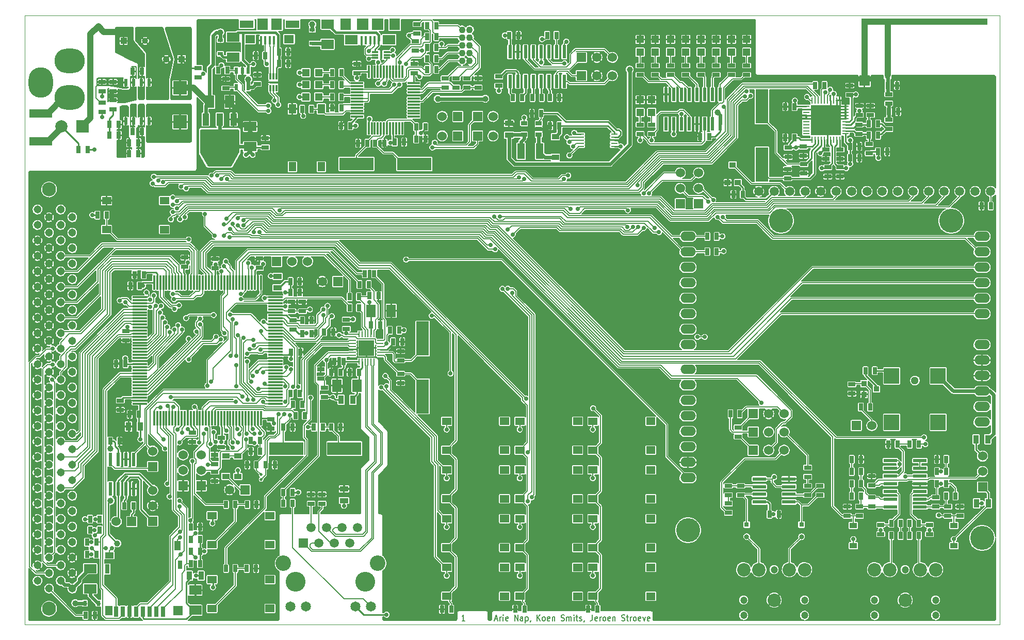
<source format=gtl>
G04 (created by PCBNEW-RS274X (2011-07-08 BZR 3044)-stable) date 07/12/2011 16:14:22*
G01*
G70*
G90*
%MOIN*%
G04 Gerber Fmt 3.4, Leading zero omitted, Abs format*
%FSLAX34Y34*%
G04 APERTURE LIST*
%ADD10C,0.006000*%
%ADD11C,0.007400*%
%ADD12C,0.003900*%
%ADD13R,0.040500X0.011800*%
%ADD14R,0.017700X0.051100*%
%ADD15R,0.009800X0.039300*%
%ADD16R,0.039300X0.009800*%
%ADD17R,0.098400X0.098400*%
%ADD18C,0.027600*%
%ADD19R,0.082600X0.220400*%
%ADD20R,0.220400X0.082600*%
%ADD21C,0.019700*%
%ADD22R,0.015700X0.053100*%
%ADD23R,0.070900X0.074800*%
%ADD24R,0.074800X0.074800*%
%ADD25R,0.082700X0.063000*%
%ADD26R,0.090600X0.051200*%
%ADD27R,0.063000X0.055100*%
%ADD28R,0.039300X0.027500*%
%ADD29R,0.036000X0.036000*%
%ADD30R,0.144000X0.080000*%
%ADD31R,0.040000X0.080000*%
%ADD32R,0.023600X0.041300*%
%ADD33R,0.024800X0.032600*%
%ADD34R,0.032600X0.024800*%
%ADD35R,0.047200X0.035400*%
%ADD36R,0.020000X0.045000*%
%ADD37R,0.150000X0.055000*%
%ADD38R,0.050000X0.100000*%
%ADD39R,0.080000X0.060000*%
%ADD40R,0.060000X0.080000*%
%ADD41R,0.055000X0.035000*%
%ADD42R,0.035000X0.055000*%
%ADD43R,0.045000X0.025000*%
%ADD44R,0.025000X0.045000*%
%ADD45R,0.060000X0.060000*%
%ADD46C,0.060000*%
%ADD47R,0.039300X0.035400*%
%ADD48R,0.043300X0.035400*%
%ADD49R,0.086600X0.086600*%
%ADD50R,0.047200X0.047200*%
%ADD51C,0.043300*%
%ADD52C,0.051400*%
%ADD53C,0.090600*%
%ADD54R,0.051200X0.059100*%
%ADD55R,0.027600X0.068900*%
%ADD56R,0.059100X0.059100*%
%ADD57R,0.031500X0.055100*%
%ADD58R,0.031500X0.059100*%
%ADD59R,0.039400X0.061000*%
%ADD60R,0.057100X0.039400*%
%ADD61C,0.059000*%
%ADD62R,0.031500X0.031500*%
%ADD63C,0.031500*%
%ADD64O,0.100000X0.060000*%
%ADD65C,0.155000*%
%ADD66C,0.128000*%
%ADD67C,0.059100*%
%ADD68C,0.100400*%
%ADD69C,0.065000*%
%ADD70C,0.078700*%
%ADD71R,0.078700X0.078700*%
%ADD72R,0.059000X0.049200*%
%ADD73R,0.049200X0.059000*%
%ADD74R,0.092500X0.011800*%
%ADD75R,0.011800X0.092500*%
%ADD76R,0.011800X0.078700*%
%ADD77R,0.078700X0.011800*%
%ADD78R,0.043300X0.009800*%
%ADD79R,0.039400X0.039400*%
%ADD80C,0.039400*%
%ADD81R,0.100000X0.100000*%
%ADD82C,0.051200*%
%ADD83R,0.023600X0.086600*%
%ADD84R,0.086600X0.023600*%
%ADD85C,0.086600*%
%ADD86C,0.047200*%
%ADD87R,0.041300X0.009800*%
%ADD88R,0.009800X0.041300*%
%ADD89R,0.192900X0.192900*%
%ADD90O,0.196900X0.157500*%
%ADD91O,0.157500X0.196900*%
%ADD92R,0.011800X0.040500*%
%ADD93R,0.051100X0.017700*%
%ADD94R,0.043300X0.043300*%
%ADD95R,0.040000X0.327000*%
%ADD96R,0.070000X0.071500*%
%ADD97R,0.814000X0.039000*%
%ADD98C,0.010000*%
%ADD99C,0.024400*%
%ADD100C,0.024000*%
%ADD101C,0.040000*%
%ADD102C,0.016000*%
G04 APERTURE END LIST*
G54D10*
G54D11*
X30382Y00347D02*
X30551Y00347D01*
X30349Y00235D02*
X30467Y00629D01*
X30585Y00235D01*
X30702Y00235D02*
X30702Y00497D01*
X30702Y00422D02*
X30719Y00460D01*
X30736Y00478D01*
X30770Y00497D01*
X30803Y00497D01*
X30921Y00235D02*
X30921Y00497D01*
X30921Y00629D02*
X30904Y00610D01*
X30921Y00591D01*
X30938Y00610D01*
X30921Y00629D01*
X30921Y00591D01*
X31225Y00253D02*
X31191Y00235D01*
X31124Y00235D01*
X31090Y00253D01*
X31073Y00291D01*
X31073Y00441D01*
X31090Y00478D01*
X31124Y00497D01*
X31191Y00497D01*
X31225Y00478D01*
X31242Y00441D01*
X31242Y00403D01*
X31073Y00366D01*
X31663Y00235D02*
X31663Y00629D01*
X31866Y00235D01*
X31866Y00629D01*
X32186Y00235D02*
X32186Y00441D01*
X32169Y00478D01*
X32135Y00497D01*
X32068Y00497D01*
X32034Y00478D01*
X32186Y00253D02*
X32152Y00235D01*
X32068Y00235D01*
X32034Y00253D01*
X32017Y00291D01*
X32017Y00328D01*
X32034Y00366D01*
X32068Y00385D01*
X32152Y00385D01*
X32186Y00403D01*
X32354Y00497D02*
X32354Y00103D01*
X32354Y00478D02*
X32388Y00497D01*
X32455Y00497D01*
X32489Y00478D01*
X32506Y00460D01*
X32523Y00422D01*
X32523Y00310D01*
X32506Y00272D01*
X32489Y00253D01*
X32455Y00235D01*
X32388Y00235D01*
X32354Y00253D01*
X32691Y00253D02*
X32691Y00235D01*
X32674Y00197D01*
X32657Y00178D01*
X33113Y00235D02*
X33113Y00629D01*
X33316Y00235D02*
X33164Y00460D01*
X33316Y00629D02*
X33113Y00403D01*
X33518Y00235D02*
X33484Y00253D01*
X33467Y00272D01*
X33450Y00310D01*
X33450Y00422D01*
X33467Y00460D01*
X33484Y00478D01*
X33518Y00497D01*
X33568Y00497D01*
X33602Y00478D01*
X33619Y00460D01*
X33636Y00422D01*
X33636Y00310D01*
X33619Y00272D01*
X33602Y00253D01*
X33568Y00235D01*
X33518Y00235D01*
X33922Y00253D02*
X33888Y00235D01*
X33821Y00235D01*
X33787Y00253D01*
X33770Y00291D01*
X33770Y00441D01*
X33787Y00478D01*
X33821Y00497D01*
X33888Y00497D01*
X33922Y00478D01*
X33939Y00441D01*
X33939Y00403D01*
X33770Y00366D01*
X34090Y00497D02*
X34090Y00235D01*
X34090Y00460D02*
X34107Y00478D01*
X34141Y00497D01*
X34191Y00497D01*
X34225Y00478D01*
X34242Y00441D01*
X34242Y00235D01*
X34663Y00253D02*
X34714Y00235D01*
X34798Y00235D01*
X34832Y00253D01*
X34849Y00272D01*
X34866Y00310D01*
X34866Y00347D01*
X34849Y00385D01*
X34832Y00403D01*
X34798Y00422D01*
X34731Y00441D01*
X34697Y00460D01*
X34680Y00478D01*
X34663Y00516D01*
X34663Y00553D01*
X34680Y00591D01*
X34697Y00610D01*
X34731Y00629D01*
X34815Y00629D01*
X34866Y00610D01*
X35017Y00235D02*
X35017Y00497D01*
X35017Y00460D02*
X35034Y00478D01*
X35068Y00497D01*
X35118Y00497D01*
X35152Y00478D01*
X35169Y00441D01*
X35169Y00235D01*
X35169Y00441D02*
X35186Y00478D01*
X35220Y00497D01*
X35270Y00497D01*
X35304Y00478D01*
X35321Y00441D01*
X35321Y00235D01*
X35489Y00235D02*
X35489Y00497D01*
X35489Y00629D02*
X35472Y00610D01*
X35489Y00591D01*
X35506Y00610D01*
X35489Y00629D01*
X35489Y00591D01*
X35608Y00497D02*
X35743Y00497D01*
X35658Y00629D02*
X35658Y00291D01*
X35675Y00253D01*
X35709Y00235D01*
X35743Y00235D01*
X35843Y00253D02*
X35877Y00235D01*
X35945Y00235D01*
X35978Y00253D01*
X35995Y00291D01*
X35995Y00310D01*
X35978Y00347D01*
X35945Y00366D01*
X35894Y00366D01*
X35860Y00385D01*
X35843Y00422D01*
X35843Y00441D01*
X35860Y00478D01*
X35894Y00497D01*
X35945Y00497D01*
X35978Y00478D01*
X36164Y00253D02*
X36164Y00235D01*
X36147Y00197D01*
X36130Y00178D01*
X36687Y00629D02*
X36687Y00347D01*
X36671Y00291D01*
X36637Y00253D01*
X36586Y00235D01*
X36553Y00235D01*
X36991Y00253D02*
X36957Y00235D01*
X36890Y00235D01*
X36856Y00253D01*
X36839Y00291D01*
X36839Y00441D01*
X36856Y00478D01*
X36890Y00497D01*
X36957Y00497D01*
X36991Y00478D01*
X37008Y00441D01*
X37008Y00403D01*
X36839Y00366D01*
X37159Y00235D02*
X37159Y00497D01*
X37159Y00422D02*
X37176Y00460D01*
X37193Y00478D01*
X37227Y00497D01*
X37260Y00497D01*
X37429Y00235D02*
X37395Y00253D01*
X37378Y00272D01*
X37361Y00310D01*
X37361Y00422D01*
X37378Y00460D01*
X37395Y00478D01*
X37429Y00497D01*
X37479Y00497D01*
X37513Y00478D01*
X37530Y00460D01*
X37547Y00422D01*
X37547Y00310D01*
X37530Y00272D01*
X37513Y00253D01*
X37479Y00235D01*
X37429Y00235D01*
X37833Y00253D02*
X37799Y00235D01*
X37732Y00235D01*
X37698Y00253D01*
X37681Y00291D01*
X37681Y00441D01*
X37698Y00478D01*
X37732Y00497D01*
X37799Y00497D01*
X37833Y00478D01*
X37850Y00441D01*
X37850Y00403D01*
X37681Y00366D01*
X38001Y00497D02*
X38001Y00235D01*
X38001Y00460D02*
X38018Y00478D01*
X38052Y00497D01*
X38102Y00497D01*
X38136Y00478D01*
X38153Y00441D01*
X38153Y00235D01*
X38574Y00253D02*
X38625Y00235D01*
X38709Y00235D01*
X38743Y00253D01*
X38760Y00272D01*
X38777Y00310D01*
X38777Y00347D01*
X38760Y00385D01*
X38743Y00403D01*
X38709Y00422D01*
X38642Y00441D01*
X38608Y00460D01*
X38591Y00478D01*
X38574Y00516D01*
X38574Y00553D01*
X38591Y00591D01*
X38608Y00610D01*
X38642Y00629D01*
X38726Y00629D01*
X38777Y00610D01*
X38878Y00497D02*
X39013Y00497D01*
X38928Y00629D02*
X38928Y00291D01*
X38945Y00253D01*
X38979Y00235D01*
X39013Y00235D01*
X39130Y00235D02*
X39130Y00497D01*
X39130Y00422D02*
X39147Y00460D01*
X39164Y00478D01*
X39198Y00497D01*
X39231Y00497D01*
X39400Y00235D02*
X39366Y00253D01*
X39349Y00272D01*
X39332Y00310D01*
X39332Y00422D01*
X39349Y00460D01*
X39366Y00478D01*
X39400Y00497D01*
X39450Y00497D01*
X39484Y00478D01*
X39501Y00460D01*
X39518Y00422D01*
X39518Y00310D01*
X39501Y00272D01*
X39484Y00253D01*
X39450Y00235D01*
X39400Y00235D01*
X39804Y00253D02*
X39770Y00235D01*
X39703Y00235D01*
X39669Y00253D01*
X39652Y00291D01*
X39652Y00441D01*
X39669Y00478D01*
X39703Y00497D01*
X39770Y00497D01*
X39804Y00478D01*
X39821Y00441D01*
X39821Y00403D01*
X39652Y00366D01*
X39939Y00497D02*
X40023Y00235D01*
X40107Y00497D01*
X40377Y00253D02*
X40343Y00235D01*
X40276Y00235D01*
X40242Y00253D01*
X40225Y00291D01*
X40225Y00441D01*
X40242Y00478D01*
X40276Y00497D01*
X40343Y00497D01*
X40377Y00478D01*
X40394Y00441D01*
X40394Y00403D01*
X40225Y00366D01*
X28431Y00235D02*
X28262Y00235D01*
X28346Y00235D02*
X28346Y00629D01*
X28318Y00572D01*
X28290Y00535D01*
X28262Y00516D01*
G54D12*
X62992Y00000D02*
X00000Y00000D01*
X62992Y39370D02*
X62992Y00000D01*
X00000Y39370D02*
X62992Y39370D01*
X00000Y00000D02*
X00000Y39370D01*
G54D13*
X22654Y37007D03*
X22654Y36811D03*
X22654Y36615D03*
X23408Y36615D03*
X23408Y36811D03*
X23408Y37007D03*
G54D14*
X23031Y36811D03*
G54D15*
X21595Y16989D03*
X21792Y16989D03*
X21989Y16989D03*
X22185Y16989D03*
X22382Y16989D03*
X22579Y16989D03*
G54D16*
X22972Y17382D03*
X22972Y17579D03*
X22972Y17776D03*
X22972Y17972D03*
X22972Y18169D03*
X22972Y18366D03*
G54D15*
X22579Y18759D03*
X22382Y18759D03*
X22185Y18759D03*
X21989Y18759D03*
X21792Y18759D03*
X21595Y18759D03*
G54D16*
X21202Y18366D03*
X21202Y18169D03*
X21202Y17972D03*
X21202Y17776D03*
X21202Y17579D03*
X21202Y17382D03*
G54D17*
X22087Y17874D03*
G54D18*
X21851Y18110D03*
X22323Y18110D03*
X22323Y17638D03*
X21851Y17638D03*
G54D19*
X47638Y33484D03*
X47638Y29744D03*
G54D20*
X20650Y11378D03*
X16910Y11378D03*
G54D19*
X25709Y14744D03*
X25709Y18484D03*
G54D10*
G36*
X24075Y30177D02*
X26279Y30177D01*
X26279Y29351D01*
X24075Y29351D01*
X24075Y30177D01*
X24075Y30177D01*
G37*
G54D20*
X21437Y29764D03*
G54D21*
X15276Y09685D03*
X15276Y09371D03*
G54D22*
X21774Y37747D03*
X22050Y37747D03*
X22325Y37747D03*
X22600Y37747D03*
X22876Y37747D03*
G54D23*
X23900Y38800D03*
X20750Y38800D03*
G54D24*
X22797Y38800D03*
X21853Y38800D03*
G54D25*
X23545Y37796D03*
X21105Y37796D03*
G54D22*
X15275Y37747D03*
X15551Y37747D03*
X15826Y37747D03*
X16101Y37747D03*
X16377Y37747D03*
G54D26*
X17302Y38800D03*
X14350Y38800D03*
G54D23*
X16279Y38800D03*
X15373Y38800D03*
G54D27*
X17086Y37835D03*
X14566Y37835D03*
G54D28*
X33210Y31655D03*
X33210Y32029D03*
X33210Y32403D03*
X32266Y32403D03*
X32266Y31655D03*
G54D29*
X54228Y14868D03*
X54228Y15568D03*
X55028Y15218D03*
G54D30*
X12599Y30038D03*
G54D31*
X12599Y32638D03*
X11699Y32638D03*
X13499Y32638D03*
G54D32*
X14429Y35787D03*
X14055Y35787D03*
X13681Y35787D03*
X13681Y34725D03*
X14429Y34725D03*
G54D33*
X03894Y01377D03*
X04768Y01377D03*
G54D34*
X12638Y37760D03*
X12638Y36886D03*
X18583Y38429D03*
X18583Y37555D03*
G54D35*
X34291Y31525D03*
X34291Y30207D03*
X12992Y10895D03*
X12992Y09577D03*
X13780Y10895D03*
X13780Y09577D03*
X60039Y05089D03*
X60039Y06407D03*
X53543Y05089D03*
X53543Y06407D03*
G54D36*
X08034Y32531D03*
X07534Y32531D03*
X07034Y32531D03*
X06534Y32531D03*
X06534Y35031D03*
X07034Y35031D03*
X07534Y35031D03*
X08034Y35031D03*
G54D37*
X01024Y33026D03*
X01024Y31226D03*
G54D38*
X32077Y30591D03*
X33277Y30591D03*
G54D39*
X19567Y38800D03*
X19567Y37500D03*
G54D40*
X22381Y20276D03*
X23681Y20276D03*
X11948Y33779D03*
X13248Y33779D03*
G54D39*
X13465Y37973D03*
X13465Y36673D03*
X04232Y03603D03*
X04232Y02303D03*
X11024Y00925D03*
X11024Y02225D03*
X14566Y30884D03*
X14566Y32184D03*
G54D40*
X21477Y15433D03*
X20177Y15433D03*
G54D41*
X16339Y22501D03*
X16339Y21751D03*
G54D42*
X20452Y14528D03*
X21202Y14528D03*
X11399Y03150D03*
X10649Y03150D03*
G54D41*
X20630Y08011D03*
X20630Y08761D03*
G54D43*
X54724Y07613D03*
X54724Y08213D03*
G54D44*
X49749Y31457D03*
X49149Y31457D03*
G54D43*
X53898Y31708D03*
X53898Y32308D03*
X54567Y30448D03*
X54567Y31048D03*
G54D44*
X55143Y32362D03*
X54543Y32362D03*
G54D43*
X51890Y29552D03*
X51890Y28952D03*
X55827Y34276D03*
X55827Y33676D03*
G54D44*
X55133Y30551D03*
X55733Y30551D03*
G54D43*
X54646Y32928D03*
X54646Y33528D03*
G54D44*
X55763Y34843D03*
X56363Y34843D03*
X55842Y33150D03*
X56442Y33150D03*
X55143Y31614D03*
X54543Y31614D03*
G54D43*
X55827Y32623D03*
X55827Y32023D03*
X58858Y07613D03*
X58858Y08213D03*
X53937Y32928D03*
X53937Y33528D03*
X51772Y30694D03*
X51772Y30094D03*
X50315Y30891D03*
X50315Y30291D03*
X52677Y30094D03*
X52677Y30694D03*
X49331Y30812D03*
X49331Y30212D03*
G54D44*
X53322Y30157D03*
X53922Y30157D03*
X53322Y30906D03*
X53922Y30906D03*
G54D45*
X43543Y27189D03*
G54D46*
X43543Y28189D03*
X43543Y29189D03*
G54D45*
X47071Y13622D03*
G54D46*
X48071Y13622D03*
X49071Y13622D03*
G54D45*
X42362Y27189D03*
G54D46*
X42362Y28189D03*
X42362Y29189D03*
G54D45*
X61890Y08882D03*
G54D46*
X61890Y09882D03*
X61890Y10882D03*
G54D45*
X47069Y11261D03*
G54D46*
X48069Y11261D03*
X49069Y11261D03*
G54D45*
X08268Y06677D03*
G54D46*
X08268Y07677D03*
X08268Y08677D03*
G54D45*
X47071Y12441D03*
G54D46*
X48071Y12441D03*
X49071Y12441D03*
G54D45*
X10236Y08961D03*
G54D46*
X10236Y09961D03*
X10236Y10961D03*
G54D45*
X11417Y08961D03*
G54D46*
X11417Y09961D03*
X11417Y10961D03*
G54D45*
X16283Y23465D03*
G54D46*
X17283Y23465D03*
X18283Y23465D03*
G54D45*
X35969Y35472D03*
G54D46*
X36969Y35472D03*
X37969Y35472D03*
G54D45*
X35969Y36653D03*
G54D46*
X36969Y36653D03*
X37969Y36653D03*
G54D45*
X29264Y31575D03*
G54D46*
X30264Y31575D03*
G54D45*
X29264Y32835D03*
G54D46*
X30264Y32835D03*
G54D45*
X27980Y32835D03*
G54D46*
X26980Y32835D03*
G54D45*
X27980Y31575D03*
G54D46*
X26980Y31575D03*
G54D45*
X20224Y22165D03*
G54D46*
X19224Y22165D03*
G54D45*
X53734Y12856D03*
G54D46*
X54734Y12856D03*
G54D45*
X14240Y08701D03*
G54D46*
X13240Y08701D03*
G54D45*
X06917Y06654D03*
G54D46*
X05917Y06654D03*
G54D47*
X45414Y28564D03*
X46082Y28564D03*
G54D48*
X45748Y29704D03*
G54D49*
X10039Y34686D03*
X10039Y32482D03*
G54D50*
X44686Y36989D03*
X44686Y37815D03*
X43702Y36989D03*
X43702Y37815D03*
X18170Y34094D03*
X18996Y34094D03*
X18170Y35669D03*
X18996Y35669D03*
X18170Y34882D03*
X18996Y34882D03*
X42716Y36989D03*
X42716Y37815D03*
X41733Y36989D03*
X41733Y37815D03*
X39764Y36989D03*
X39764Y37815D03*
X40749Y36989D03*
X40749Y37815D03*
X45670Y36989D03*
X45670Y37815D03*
X46654Y36989D03*
X46654Y37815D03*
X40512Y33091D03*
X40512Y33917D03*
X39764Y33091D03*
X39764Y33917D03*
G54D51*
X28255Y38440D03*
X28255Y37940D03*
X28255Y37441D03*
X28255Y36942D03*
X28255Y36442D03*
X28753Y38440D03*
X28753Y37940D03*
X28753Y37441D03*
X28753Y36942D03*
X28753Y36442D03*
G54D52*
X00824Y26818D03*
X01574Y26318D03*
X02324Y26818D03*
X03074Y26318D03*
X02324Y25818D03*
X03074Y25318D03*
X02324Y24818D03*
X03074Y24318D03*
X02324Y23818D03*
X03074Y23318D03*
X02324Y22818D03*
X03074Y22318D03*
X02324Y21818D03*
X03074Y21318D03*
X02324Y20818D03*
X03074Y20318D03*
X02324Y19818D03*
X03074Y19318D03*
X02324Y18818D03*
X03074Y18318D03*
X02324Y17818D03*
X03074Y17318D03*
X02324Y16818D03*
X03074Y16318D03*
X02324Y15818D03*
X03074Y15318D03*
X02324Y14818D03*
X03074Y14318D03*
X02324Y13818D03*
X03074Y13318D03*
X02324Y12818D03*
X03074Y12318D03*
X02324Y11818D03*
X03074Y11318D03*
X02324Y10818D03*
X03074Y10318D03*
X02324Y09818D03*
X03074Y09318D03*
X02324Y08818D03*
X03074Y08318D03*
X02324Y07818D03*
X03074Y07318D03*
X02324Y06818D03*
X03074Y06318D03*
X02324Y05818D03*
X03074Y05318D03*
X02324Y04818D03*
X03074Y04318D03*
X02324Y03818D03*
X03074Y03318D03*
X02324Y02818D03*
X03074Y02318D03*
X00824Y25818D03*
X01574Y25318D03*
X00824Y24818D03*
X01574Y24318D03*
X00824Y23818D03*
X01574Y23318D03*
X00824Y22818D03*
X01574Y22318D03*
X00824Y21818D03*
X01574Y21318D03*
X00824Y20818D03*
X01574Y20318D03*
X00824Y19818D03*
X01574Y19318D03*
X00824Y18818D03*
X01574Y18318D03*
X00824Y17818D03*
X01574Y17318D03*
X00824Y16818D03*
X01574Y16318D03*
X00824Y15818D03*
X01574Y15318D03*
X00824Y14818D03*
X01574Y14318D03*
X00824Y13818D03*
X01574Y13318D03*
X00824Y12818D03*
X01574Y12318D03*
X00824Y11818D03*
X01574Y11318D03*
X00824Y10818D03*
X01574Y10318D03*
X00824Y09818D03*
X01574Y09318D03*
X00824Y08818D03*
X01574Y08318D03*
X00824Y07818D03*
X01574Y07318D03*
X00824Y06818D03*
X01574Y06318D03*
X00824Y05818D03*
X01574Y05318D03*
X00824Y04818D03*
X01574Y04318D03*
X00824Y03818D03*
X01574Y03318D03*
X00824Y02818D03*
X01574Y02318D03*
G54D53*
X01574Y01015D03*
X01574Y28121D03*
G54D54*
X05433Y00886D03*
G54D55*
X05905Y00837D03*
X06338Y00837D03*
X06771Y00837D03*
X07205Y00837D03*
X07638Y00837D03*
X08071Y00837D03*
X08504Y00837D03*
X08937Y00837D03*
G54D56*
X09901Y00886D03*
G54D57*
X10039Y03858D03*
G54D58*
X05334Y03583D03*
G54D59*
X09882Y05088D03*
G54D60*
X05462Y04468D03*
G54D61*
X47422Y27992D03*
X48422Y27992D03*
X49422Y27992D03*
X50422Y27992D03*
X51422Y27992D03*
X52422Y27992D03*
X53422Y27992D03*
X54422Y27992D03*
X55420Y27992D03*
X56420Y27992D03*
X57420Y27992D03*
X58420Y27992D03*
X59420Y27992D03*
X60420Y27992D03*
X61420Y27992D03*
X62420Y27992D03*
G54D62*
X46654Y06457D03*
G54D63*
X46654Y05669D03*
G54D62*
X50197Y06457D03*
G54D63*
X50197Y05669D03*
G54D64*
X61862Y25083D03*
X61862Y24083D03*
X61862Y23083D03*
X61862Y20083D03*
X61862Y21083D03*
X61862Y22083D03*
X61862Y18083D03*
X61862Y17083D03*
X61862Y16083D03*
X61862Y14083D03*
X61862Y13083D03*
X42862Y25083D03*
X42862Y24083D03*
X42862Y23083D03*
X42862Y22083D03*
X42862Y21083D03*
X42862Y20083D03*
X42862Y19083D03*
X42862Y18083D03*
X42862Y16483D03*
X42862Y15483D03*
X42862Y14483D03*
X42862Y13483D03*
X42862Y12483D03*
X42862Y11483D03*
X42862Y10483D03*
X42862Y09483D03*
X61862Y15083D03*
G54D65*
X59862Y26083D03*
X48862Y26083D03*
X42862Y06083D03*
X61862Y05583D03*
G54D66*
X17514Y02756D03*
X22014Y02756D03*
G54D56*
X18014Y05256D03*
G54D67*
X18514Y06256D03*
X19014Y05256D03*
X19514Y06256D03*
X20014Y05256D03*
X20514Y06256D03*
X21014Y05256D03*
X21514Y06256D03*
G54D68*
X22813Y03957D03*
X16715Y03957D03*
G54D69*
X17156Y01158D03*
X18156Y01158D03*
X21372Y01158D03*
X22372Y01158D03*
G54D44*
X21983Y22677D03*
X22583Y22677D03*
X12495Y35827D03*
X13095Y35827D03*
G54D43*
X15039Y34936D03*
X15039Y35536D03*
X12992Y34661D03*
X12992Y35261D03*
G54D44*
X16432Y37008D03*
X17032Y37008D03*
X16432Y36260D03*
X17032Y36260D03*
X15536Y36772D03*
X14936Y36772D03*
G54D43*
X20787Y19709D03*
X20787Y19109D03*
X19134Y15881D03*
X19134Y16481D03*
X19370Y14700D03*
X19370Y15300D03*
G54D44*
X24198Y19016D03*
X23598Y19016D03*
X22259Y21260D03*
X22859Y21260D03*
X21629Y21969D03*
X22229Y21969D03*
X20999Y21182D03*
X21599Y21182D03*
X20999Y20473D03*
X21599Y20473D03*
X17308Y08543D03*
X16708Y08543D03*
G54D43*
X19213Y07810D03*
X19213Y08410D03*
X18504Y07810D03*
X18504Y08410D03*
G54D44*
X17308Y07835D03*
X16708Y07835D03*
X22377Y19370D03*
X22977Y19370D03*
X21599Y16299D03*
X20999Y16299D03*
G54D43*
X24291Y16206D03*
X24291Y15606D03*
X24291Y17062D03*
X24291Y17662D03*
G54D44*
X23794Y18268D03*
X24394Y18268D03*
X20615Y17008D03*
X20015Y17008D03*
X20418Y16299D03*
X19818Y16299D03*
X04031Y05314D03*
X04631Y05314D03*
X04228Y06102D03*
X04828Y06102D03*
X04031Y04527D03*
X04631Y04527D03*
X11324Y06299D03*
X10724Y06299D03*
X10724Y05511D03*
X11324Y05511D03*
X10724Y04724D03*
X11324Y04724D03*
X10724Y03936D03*
X11324Y03936D03*
G54D43*
X53447Y14918D03*
X53447Y15518D03*
G54D44*
X13607Y03622D03*
X13007Y03622D03*
X13607Y07756D03*
X13007Y07756D03*
X61826Y27047D03*
X62426Y27047D03*
X46402Y27795D03*
X45802Y27795D03*
X43637Y31535D03*
X44237Y31535D03*
X54632Y14054D03*
X54032Y14054D03*
X54928Y16399D03*
X54328Y16399D03*
X33370Y33031D03*
X32770Y33031D03*
X34552Y32244D03*
X33952Y32244D03*
X14946Y03622D03*
X14346Y03622D03*
X14985Y07756D03*
X14385Y07756D03*
X27564Y00984D03*
X26964Y00984D03*
X37013Y00984D03*
X36413Y00984D03*
X32288Y00984D03*
X31688Y00984D03*
G54D43*
X39764Y31708D03*
X39764Y32308D03*
X40512Y31708D03*
X40512Y32308D03*
X39764Y35528D03*
X39764Y36128D03*
X40749Y35528D03*
X40749Y36128D03*
X41733Y35528D03*
X41733Y36128D03*
X42716Y35528D03*
X42716Y36128D03*
X43702Y35528D03*
X43702Y36128D03*
X44686Y35528D03*
X44686Y36128D03*
X45670Y35528D03*
X45670Y36128D03*
X46654Y35527D03*
X46654Y36127D03*
G54D44*
X51678Y34843D03*
X51078Y34843D03*
G54D43*
X53307Y34228D03*
X53307Y34828D03*
X52677Y29552D03*
X52677Y28952D03*
X49291Y29434D03*
X49291Y28834D03*
X50354Y29149D03*
X50354Y29749D03*
X46102Y12141D03*
X46102Y12741D03*
G54D44*
X45606Y13622D03*
X46206Y13622D03*
G54D43*
X54724Y08991D03*
X54724Y09591D03*
X45472Y07820D03*
X45472Y07220D03*
X50590Y09542D03*
X50590Y10142D03*
X45472Y08961D03*
X45472Y08361D03*
X46260Y08361D03*
X46260Y08961D03*
X51378Y08361D03*
X51378Y08961D03*
X50590Y08361D03*
X50590Y08961D03*
G54D44*
X48125Y07126D03*
X48725Y07126D03*
G54D43*
X59646Y07023D03*
X59646Y07623D03*
X60433Y07023D03*
X60433Y07623D03*
G54D44*
X59552Y09095D03*
X58952Y09095D03*
X59543Y08307D03*
X60143Y08307D03*
X58952Y09882D03*
X59552Y09882D03*
X59552Y10669D03*
X58952Y10669D03*
G54D43*
X58465Y05842D03*
X58465Y06442D03*
G54D44*
X57780Y06536D03*
X57180Y06536D03*
X57180Y05748D03*
X57780Y05748D03*
X56599Y05748D03*
X55999Y05748D03*
X55999Y06536D03*
X56599Y06536D03*
X57780Y11654D03*
X57180Y11654D03*
X56402Y11654D03*
X55802Y11654D03*
G54D43*
X55315Y05842D03*
X55315Y06442D03*
G54D44*
X53440Y10669D03*
X54040Y10669D03*
X54040Y09882D03*
X53440Y09882D03*
X54040Y08307D03*
X53440Y08307D03*
X53440Y09095D03*
X54040Y09095D03*
G54D43*
X53150Y07023D03*
X53150Y07623D03*
X53937Y07023D03*
X53937Y07623D03*
G54D44*
X34355Y38071D03*
X33755Y38071D03*
X04828Y06811D03*
X04228Y06811D03*
X06432Y07677D03*
X07032Y07677D03*
X05527Y11850D03*
X06127Y11850D03*
X31314Y38070D03*
X31914Y38070D03*
X32810Y34054D03*
X33410Y34054D03*
X31550Y34054D03*
X32150Y34054D03*
G54D43*
X30630Y34817D03*
X30630Y35417D03*
G54D44*
X34552Y34055D03*
X33952Y34055D03*
X03932Y00591D03*
X04532Y00591D03*
X06747Y30433D03*
X07347Y30433D03*
G54D43*
X15551Y30841D03*
X15551Y31441D03*
X05709Y35065D03*
X05709Y34465D03*
X05000Y33125D03*
X05000Y33725D03*
X11220Y35969D03*
X11220Y35369D03*
X05000Y34465D03*
X05000Y35065D03*
G54D44*
X07584Y35750D03*
X06984Y35750D03*
G54D43*
X05709Y33284D03*
X05709Y33884D03*
G54D44*
X06087Y31614D03*
X05487Y31614D03*
X06747Y31142D03*
X07347Y31142D03*
X19346Y18898D03*
X19946Y18898D03*
X04698Y26458D03*
X05298Y26458D03*
X15221Y11890D03*
X14621Y11890D03*
X15221Y11181D03*
X14621Y11181D03*
X17928Y19646D03*
X18528Y19646D03*
G54D43*
X17323Y19670D03*
X17323Y19070D03*
X12283Y10369D03*
X12283Y10969D03*
X12283Y09867D03*
X12283Y09267D03*
X10354Y23125D03*
X10354Y23725D03*
X06535Y18961D03*
X06535Y18361D03*
X12717Y12072D03*
X12717Y11472D03*
X15157Y23046D03*
X15157Y23646D03*
G54D44*
X17220Y17598D03*
X17820Y17598D03*
G54D43*
X15906Y13253D03*
X15906Y12653D03*
X12303Y23027D03*
X12303Y23627D03*
G54D44*
X07426Y21890D03*
X06826Y21890D03*
X17928Y18780D03*
X18528Y18780D03*
G54D43*
X10827Y12406D03*
X10827Y11806D03*
G54D44*
X06520Y16850D03*
X05920Y16850D03*
G54D43*
X17953Y20251D03*
X17953Y20851D03*
G54D44*
X17780Y14921D03*
X17180Y14921D03*
X17938Y14213D03*
X17338Y14213D03*
X18095Y13504D03*
X17495Y13504D03*
G54D43*
X17244Y20251D03*
X17244Y20851D03*
G54D44*
X17180Y22165D03*
X17780Y22165D03*
X17180Y21457D03*
X17780Y21457D03*
G54D43*
X06181Y14473D03*
X06181Y13873D03*
G54D44*
X07702Y22598D03*
X07102Y22598D03*
X07387Y13583D03*
X06787Y13583D03*
X18676Y12756D03*
X19276Y12756D03*
X19818Y12756D03*
X20418Y12756D03*
X16708Y12756D03*
X17308Y12756D03*
X14985Y10315D03*
X14385Y10315D03*
X15566Y10315D03*
X16166Y10315D03*
X26599Y35866D03*
X25999Y35866D03*
G54D43*
X27166Y35301D03*
X27166Y34701D03*
G54D44*
X26599Y36574D03*
X25999Y36574D03*
G54D43*
X27874Y35301D03*
X27874Y34701D03*
G54D44*
X26599Y37992D03*
X25999Y37992D03*
X26599Y38701D03*
X25999Y38701D03*
G54D43*
X29292Y34701D03*
X29292Y35301D03*
X28583Y34701D03*
X28583Y35301D03*
G54D44*
X44109Y24094D03*
X44709Y24094D03*
X44109Y25079D03*
X44709Y25079D03*
X19857Y33386D03*
X20457Y33386D03*
G54D43*
X25354Y38204D03*
X25354Y38804D03*
G54D44*
X18528Y33307D03*
X17928Y33307D03*
X20457Y35669D03*
X19857Y35669D03*
G54D43*
X25236Y37102D03*
X25236Y37702D03*
G54D44*
X20457Y34094D03*
X19857Y34094D03*
X21550Y31102D03*
X22150Y31102D03*
X20457Y34882D03*
X19857Y34882D03*
X26599Y37283D03*
X25999Y37283D03*
X22653Y31102D03*
X23253Y31102D03*
X25291Y32165D03*
X25891Y32165D03*
X25291Y31378D03*
X25891Y31378D03*
G54D43*
X25157Y35645D03*
X25157Y36245D03*
G54D44*
X21048Y32244D03*
X20448Y32244D03*
X23913Y31181D03*
X24513Y31181D03*
G54D43*
X21457Y35645D03*
X21457Y36245D03*
G54D70*
X02362Y32205D03*
G54D71*
X03740Y32205D03*
G54D44*
X06087Y32323D03*
X05487Y32323D03*
G54D41*
X31299Y31633D03*
X31299Y32383D03*
G54D42*
X07462Y12795D03*
X06712Y12795D03*
G54D10*
G36*
X40159Y02067D02*
X40749Y02067D01*
X40749Y01575D01*
X40159Y01575D01*
X40159Y02067D01*
X40159Y02067D01*
G37*
G36*
X40159Y03937D02*
X40749Y03937D01*
X40749Y03445D01*
X40159Y03445D01*
X40159Y03937D01*
X40159Y03937D01*
G37*
G54D72*
X36714Y03691D03*
X36714Y01821D03*
G54D10*
G36*
X35434Y02067D02*
X36024Y02067D01*
X36024Y01575D01*
X35434Y01575D01*
X35434Y02067D01*
X35434Y02067D01*
G37*
G36*
X35434Y03937D02*
X36024Y03937D01*
X36024Y03445D01*
X35434Y03445D01*
X35434Y03937D01*
X35434Y03937D01*
G37*
G54D72*
X31989Y03691D03*
X31989Y01821D03*
G54D10*
G36*
X30710Y02067D02*
X31300Y02067D01*
X31300Y01575D01*
X30710Y01575D01*
X30710Y02067D01*
X30710Y02067D01*
G37*
G36*
X30710Y03937D02*
X31300Y03937D01*
X31300Y03445D01*
X30710Y03445D01*
X30710Y03937D01*
X30710Y03937D01*
G37*
G54D72*
X27265Y03691D03*
X27265Y01821D03*
G54D10*
G36*
X30710Y11517D02*
X31300Y11517D01*
X31300Y11025D01*
X30710Y11025D01*
X30710Y11517D01*
X30710Y11517D01*
G37*
G36*
X30710Y13387D02*
X31300Y13387D01*
X31300Y12895D01*
X30710Y12895D01*
X30710Y13387D01*
X30710Y13387D01*
G37*
G54D72*
X27265Y13141D03*
X27265Y11271D03*
G54D10*
G36*
X30710Y08367D02*
X31300Y08367D01*
X31300Y07875D01*
X30710Y07875D01*
X30710Y08367D01*
X30710Y08367D01*
G37*
G36*
X30710Y10237D02*
X31300Y10237D01*
X31300Y09745D01*
X30710Y09745D01*
X30710Y10237D01*
X30710Y10237D01*
G37*
G54D72*
X27265Y09991D03*
X27265Y08121D03*
G54D10*
G36*
X30710Y05217D02*
X31300Y05217D01*
X31300Y04725D01*
X30710Y04725D01*
X30710Y05217D01*
X30710Y05217D01*
G37*
G36*
X30710Y07087D02*
X31300Y07087D01*
X31300Y06595D01*
X30710Y06595D01*
X30710Y07087D01*
X30710Y07087D01*
G37*
G54D72*
X27265Y06841D03*
X27265Y04971D03*
G54D10*
G36*
X15551Y01280D02*
X16141Y01280D01*
X16141Y00788D01*
X15551Y00788D01*
X15551Y01280D01*
X15551Y01280D01*
G37*
G36*
X15551Y03150D02*
X16141Y03150D01*
X16141Y02658D01*
X15551Y02658D01*
X15551Y03150D01*
X15551Y03150D01*
G37*
G54D72*
X12106Y02904D03*
X12106Y01034D03*
X15846Y05167D03*
X15846Y07037D03*
X12106Y07037D03*
X12106Y05167D03*
G54D10*
G36*
X40159Y05217D02*
X40749Y05217D01*
X40749Y04725D01*
X40159Y04725D01*
X40159Y05217D01*
X40159Y05217D01*
G37*
G36*
X40159Y07087D02*
X40749Y07087D01*
X40749Y06595D01*
X40159Y06595D01*
X40159Y07087D01*
X40159Y07087D01*
G37*
G54D72*
X36714Y06841D03*
X36714Y04971D03*
G54D10*
G36*
X40159Y08367D02*
X40749Y08367D01*
X40749Y07875D01*
X40159Y07875D01*
X40159Y08367D01*
X40159Y08367D01*
G37*
G36*
X40159Y10237D02*
X40749Y10237D01*
X40749Y09745D01*
X40159Y09745D01*
X40159Y10237D01*
X40159Y10237D01*
G37*
G54D72*
X36714Y09991D03*
X36714Y08121D03*
G54D10*
G36*
X40159Y11517D02*
X40749Y11517D01*
X40749Y11025D01*
X40159Y11025D01*
X40159Y11517D01*
X40159Y11517D01*
G37*
G36*
X40159Y13387D02*
X40749Y13387D01*
X40749Y12895D01*
X40159Y12895D01*
X40159Y13387D01*
X40159Y13387D01*
G37*
G54D72*
X36714Y13141D03*
X36714Y11271D03*
G54D10*
G36*
X35434Y05217D02*
X36024Y05217D01*
X36024Y04725D01*
X35434Y04725D01*
X35434Y05217D01*
X35434Y05217D01*
G37*
G36*
X35434Y07087D02*
X36024Y07087D01*
X36024Y06595D01*
X35434Y06595D01*
X35434Y07087D01*
X35434Y07087D01*
G37*
G54D72*
X31989Y06841D03*
X31989Y04971D03*
G54D10*
G36*
X35434Y08367D02*
X36024Y08367D01*
X36024Y07875D01*
X35434Y07875D01*
X35434Y08367D01*
X35434Y08367D01*
G37*
G36*
X35434Y10237D02*
X36024Y10237D01*
X36024Y09745D01*
X35434Y09745D01*
X35434Y10237D01*
X35434Y10237D01*
G37*
G54D72*
X31989Y09991D03*
X31989Y08121D03*
G54D10*
G36*
X35434Y11517D02*
X36024Y11517D01*
X36024Y11025D01*
X35434Y11025D01*
X35434Y11517D01*
X35434Y11517D01*
G37*
G36*
X35434Y13387D02*
X36024Y13387D01*
X36024Y12895D01*
X35434Y12895D01*
X35434Y13387D01*
X35434Y13387D01*
G37*
G54D72*
X31989Y13141D03*
X31989Y11271D03*
G54D10*
G36*
X08739Y25769D02*
X09329Y25769D01*
X09329Y25277D01*
X08739Y25277D01*
X08739Y25769D01*
X08739Y25769D01*
G37*
G36*
X08739Y27639D02*
X09329Y27639D01*
X09329Y27147D01*
X08739Y27147D01*
X08739Y27639D01*
X08739Y27639D01*
G37*
G54D72*
X05294Y27393D03*
X05294Y25523D03*
G54D73*
X17293Y29587D03*
X19163Y29587D03*
X19163Y33327D03*
X17293Y33327D03*
G54D74*
X16190Y14273D03*
X16190Y14469D03*
X16190Y14666D03*
X16190Y14863D03*
X16190Y15060D03*
X16190Y15257D03*
X16190Y15454D03*
X16190Y15651D03*
X16190Y15847D03*
X16190Y16044D03*
X16190Y16241D03*
X16190Y16438D03*
X16190Y16635D03*
X16190Y16832D03*
X16190Y17029D03*
X16190Y17225D03*
X16190Y17422D03*
X16190Y17619D03*
X16190Y17815D03*
X16190Y18012D03*
X16190Y18209D03*
X16190Y18405D03*
X16190Y18602D03*
X16190Y18799D03*
X16190Y18996D03*
X16190Y19193D03*
X16190Y19390D03*
X16190Y19587D03*
X16190Y19783D03*
X16190Y19980D03*
X16190Y20177D03*
X16190Y20374D03*
X16190Y20571D03*
X16190Y20768D03*
X16190Y20965D03*
X16190Y21161D03*
G54D75*
X15255Y22096D03*
X15059Y22096D03*
X14862Y22096D03*
X14665Y22096D03*
X14468Y22096D03*
X14271Y22096D03*
X14074Y22096D03*
X13877Y22096D03*
X13681Y22096D03*
X13484Y22096D03*
X13287Y22096D03*
X13090Y22096D03*
X12893Y22096D03*
X12696Y22096D03*
X12499Y22096D03*
X12303Y22096D03*
X12106Y22096D03*
X11909Y22096D03*
X11713Y22096D03*
X11516Y22096D03*
X11319Y22096D03*
X11123Y22096D03*
X10926Y22096D03*
X10729Y22096D03*
X10532Y22096D03*
X10335Y22096D03*
X10138Y22096D03*
X09941Y22096D03*
X09745Y22096D03*
X09548Y22096D03*
X09351Y22096D03*
X09154Y22096D03*
X08957Y22096D03*
X08760Y22096D03*
X08563Y22096D03*
X08367Y22096D03*
G54D74*
X07432Y21161D03*
X07432Y20965D03*
X07432Y20768D03*
X07432Y20571D03*
X07432Y20374D03*
X07432Y20177D03*
X07432Y19980D03*
X07432Y19783D03*
X07432Y19587D03*
X07432Y19390D03*
X07432Y19193D03*
X07432Y18996D03*
X07432Y18799D03*
X07432Y18602D03*
X07432Y18405D03*
X07432Y18209D03*
X07432Y18012D03*
X07432Y17815D03*
X07432Y17619D03*
X07432Y17422D03*
X07432Y17225D03*
X07432Y17029D03*
X07432Y16832D03*
X07432Y16635D03*
X07432Y16438D03*
X07432Y16241D03*
X07432Y16044D03*
X07432Y15847D03*
X07432Y15651D03*
X07432Y15454D03*
X07432Y15257D03*
X07432Y15060D03*
X07432Y14863D03*
X07432Y14666D03*
X07432Y14469D03*
X07432Y14273D03*
G54D75*
X08367Y13338D03*
X08563Y13338D03*
X08760Y13338D03*
X08957Y13338D03*
X09154Y13338D03*
X09351Y13338D03*
X09548Y13338D03*
X09745Y13338D03*
X09941Y13338D03*
X10138Y13338D03*
X10335Y13338D03*
X10532Y13338D03*
X10729Y13338D03*
X10926Y13338D03*
X11123Y13338D03*
X11319Y13338D03*
X11516Y13338D03*
X11713Y13338D03*
X11909Y13338D03*
X12106Y13338D03*
X12303Y13338D03*
X12499Y13338D03*
X12696Y13338D03*
X12893Y13338D03*
X13090Y13338D03*
X13287Y13338D03*
X13484Y13338D03*
X13681Y13338D03*
X13877Y13338D03*
X14074Y13338D03*
X14271Y13338D03*
X14468Y13338D03*
X14665Y13338D03*
X14862Y13338D03*
X15059Y13338D03*
X15255Y13338D03*
G54D76*
X22225Y32068D03*
X22422Y32068D03*
X22619Y32068D03*
X22815Y32068D03*
X23012Y32068D03*
X23209Y32068D03*
X23405Y32068D03*
X23602Y32068D03*
X23799Y32068D03*
X23995Y32068D03*
X24192Y32068D03*
X24389Y32068D03*
G54D77*
X25137Y32816D03*
X25137Y33013D03*
X25137Y33210D03*
X25137Y33406D03*
X25137Y33603D03*
X25137Y33800D03*
X25137Y33996D03*
X25137Y34193D03*
X25137Y34390D03*
X25137Y34586D03*
X25137Y34783D03*
X25137Y34980D03*
G54D76*
X24389Y35728D03*
X24192Y35728D03*
X23995Y35728D03*
X23799Y35728D03*
X23602Y35728D03*
X23405Y35728D03*
X23209Y35728D03*
X23012Y35728D03*
X22815Y35728D03*
X22619Y35728D03*
X22422Y35728D03*
X22225Y35728D03*
G54D77*
X21477Y34980D03*
X21477Y34783D03*
X21477Y34586D03*
X21477Y34390D03*
X21477Y34193D03*
X21477Y33996D03*
X21477Y33800D03*
X21477Y33603D03*
X21477Y33406D03*
X21477Y33210D03*
X21477Y33013D03*
X21477Y32816D03*
G54D78*
X35926Y31692D03*
X35926Y31495D03*
X35926Y31299D03*
X35926Y31103D03*
X35926Y30906D03*
X38090Y30906D03*
X38090Y31103D03*
X38090Y31299D03*
X38090Y31495D03*
X38090Y31692D03*
G54D79*
X06398Y37718D03*
G54D80*
X07776Y37718D03*
G54D81*
X59021Y16066D03*
X56021Y16066D03*
X59021Y13066D03*
X56021Y13066D03*
G54D82*
X57521Y15766D03*
G54D83*
X44938Y34261D03*
X44438Y34261D03*
X43938Y34261D03*
X43438Y34261D03*
X42940Y34261D03*
X42440Y34261D03*
X41940Y34261D03*
X41440Y34261D03*
X41440Y32353D03*
X41940Y32353D03*
X42440Y32353D03*
X42940Y32353D03*
X43438Y32353D03*
X43938Y32353D03*
X44438Y32353D03*
X44938Y32353D03*
G54D84*
X55936Y10594D03*
X55936Y10094D03*
X55936Y09594D03*
X55936Y09095D03*
X55936Y08596D03*
X55936Y08096D03*
X55936Y07596D03*
X57844Y07596D03*
X57844Y08096D03*
X57844Y08596D03*
X57844Y09095D03*
X57844Y09594D03*
X57844Y10094D03*
X57844Y10594D03*
G54D85*
X56890Y01575D03*
X55906Y03544D03*
X54921Y03544D03*
X57874Y03544D03*
X58859Y03544D03*
G54D86*
X56890Y03544D03*
X54921Y01575D03*
X54921Y00591D03*
X58859Y00591D03*
X58859Y01575D03*
G54D85*
X48425Y01575D03*
X47441Y03544D03*
X46456Y03544D03*
X49409Y03544D03*
X50394Y03544D03*
G54D86*
X48425Y03544D03*
X46456Y01575D03*
X46456Y00591D03*
X50394Y00591D03*
X50394Y01575D03*
G54D83*
X31361Y35108D03*
X31861Y35108D03*
X32361Y35108D03*
X32861Y35108D03*
X33359Y35108D03*
X33859Y35108D03*
X34359Y35108D03*
X34859Y35108D03*
X34859Y37016D03*
X34359Y37016D03*
X33859Y37016D03*
X33359Y37016D03*
X32861Y37016D03*
X32361Y37016D03*
X31861Y37016D03*
X31361Y37016D03*
X07048Y10678D03*
X06548Y10678D03*
X06050Y10678D03*
X05550Y10678D03*
X05550Y08770D03*
X06050Y08770D03*
X06548Y08770D03*
X07048Y08770D03*
G54D84*
X49379Y07912D03*
X49379Y08412D03*
X49379Y08910D03*
X49379Y09410D03*
X47471Y09410D03*
X47471Y08910D03*
X47471Y08412D03*
X47471Y07912D03*
G54D87*
X53041Y31713D03*
X53041Y31910D03*
X53041Y32106D03*
X53041Y32303D03*
X53041Y32500D03*
X53041Y32696D03*
X53041Y32893D03*
X53041Y33090D03*
X53041Y33286D03*
X53041Y33483D03*
G54D88*
X52657Y33867D03*
X52460Y33867D03*
X52264Y33867D03*
X52067Y33867D03*
X51870Y33867D03*
X51674Y33867D03*
X51477Y33867D03*
X51280Y33867D03*
X51084Y33867D03*
X50887Y33867D03*
G54D87*
X50503Y33483D03*
X50503Y33286D03*
X50503Y33090D03*
X50503Y32893D03*
X50503Y32696D03*
X50503Y32500D03*
X50503Y32303D03*
X50503Y32106D03*
X50503Y31910D03*
X50503Y31713D03*
G54D88*
X50887Y31329D03*
X51084Y31329D03*
X51280Y31329D03*
X51477Y31329D03*
X51674Y31329D03*
X51870Y31329D03*
X52067Y31329D03*
X52264Y31329D03*
X52460Y31329D03*
X52657Y31329D03*
G54D89*
X51772Y32598D03*
G54D18*
X51063Y31889D03*
X51063Y32362D03*
X51063Y32834D03*
X51063Y33307D03*
X51536Y33307D03*
X51536Y32834D03*
X51536Y32362D03*
X51536Y31889D03*
X52008Y31889D03*
X52008Y32362D03*
X52008Y32834D03*
X52008Y33307D03*
X52481Y33307D03*
X52481Y32834D03*
X52481Y32362D03*
X52481Y31889D03*
G54D44*
X49749Y33465D03*
X49149Y33465D03*
G54D42*
X61475Y11969D03*
X62225Y11969D03*
X61515Y07835D03*
X62265Y07835D03*
G54D44*
X04080Y30709D03*
X03480Y30709D03*
X06983Y31850D03*
X07583Y31850D03*
G54D90*
X02913Y34055D03*
X02913Y36417D03*
G54D91*
X01023Y35039D03*
G54D92*
X16259Y35416D03*
X16063Y35416D03*
X15867Y35416D03*
X15867Y34662D03*
X16063Y34662D03*
X16259Y34662D03*
G54D93*
X16063Y35039D03*
G54D94*
X10138Y36537D03*
G54D51*
X09154Y36537D03*
G54D45*
X08268Y10209D03*
G54D46*
X08268Y11209D03*
G54D95*
X54265Y37145D03*
G54D96*
X54265Y35153D03*
G54D18*
X54422Y35310D03*
X54108Y35310D03*
G54D97*
X58135Y38975D03*
G54D95*
X55755Y37145D03*
G54D10*
G36*
X55955Y35510D02*
X55877Y35310D01*
X55633Y35310D01*
X55555Y35510D01*
X55955Y35510D01*
X55955Y35510D01*
G37*
G54D18*
X61850Y07835D03*
X07638Y21890D03*
X07480Y11969D03*
X06496Y17205D03*
X17992Y32874D03*
X53937Y33189D03*
X49843Y30827D03*
X51417Y30472D03*
X51496Y29488D03*
X53071Y29488D03*
X53346Y29764D03*
X55157Y30157D03*
X53701Y34252D03*
X23622Y31142D03*
X22283Y32677D03*
X21378Y32244D03*
X25512Y35394D03*
X21457Y35315D03*
X25591Y31772D03*
X10551Y23386D03*
X17756Y34882D03*
X17756Y34094D03*
X17677Y08543D03*
X21220Y19724D03*
X12126Y06535D03*
X12165Y02402D03*
X17756Y35669D03*
X17205Y17165D03*
X13543Y31063D03*
X23780Y37126D03*
X13071Y31693D03*
X11654Y31693D03*
X38504Y30906D03*
X11654Y31063D03*
X12126Y31063D03*
X13543Y31693D03*
X12126Y31693D03*
X12717Y36142D03*
X22283Y20827D03*
X04291Y04528D03*
X30630Y34488D03*
X13780Y09961D03*
X35512Y31772D03*
X04370Y26457D03*
X04488Y06102D03*
X04291Y05315D03*
X23386Y00630D03*
X11614Y04724D03*
X49764Y33858D03*
X53346Y31299D03*
X14843Y11732D03*
X16102Y12992D03*
X06654Y19213D03*
X14724Y30354D03*
X31024Y38071D03*
X14291Y30354D03*
X12323Y23268D03*
X18189Y18819D03*
X12717Y11811D03*
X24488Y19016D03*
X11063Y03150D03*
X41929Y31693D03*
X15906Y22520D03*
X15394Y23307D03*
X10551Y12638D03*
X19921Y14685D03*
X13071Y31063D03*
X16850Y20551D03*
X16850Y21457D03*
G54D80*
X39094Y35867D03*
X44764Y33110D03*
X12638Y38268D03*
X03268Y01378D03*
G54D18*
X10630Y35354D03*
G54D80*
X05551Y11378D03*
X05551Y07992D03*
X05984Y05236D03*
X14449Y35236D03*
G54D18*
X05000Y34134D03*
G54D80*
X18583Y38780D03*
G54D18*
X10591Y18465D03*
X14764Y36220D03*
X55315Y06102D03*
X56535Y10354D03*
X58465Y06102D03*
X56890Y09567D03*
X48425Y09528D03*
X58189Y11654D03*
X53543Y05512D03*
X60039Y05512D03*
X48386Y07126D03*
X16417Y13583D03*
X16854Y15409D03*
X16772Y13583D03*
X16850Y14409D03*
X17126Y13543D03*
X17323Y15354D03*
X17677Y15354D03*
X18307Y12756D03*
X14291Y11969D03*
X15118Y15236D03*
X23819Y36772D03*
X22835Y36339D03*
X25669Y37087D03*
X26929Y37520D03*
X24843Y38071D03*
X26339Y30827D03*
X22835Y34961D03*
X24252Y36339D03*
X23858Y34882D03*
X24213Y34882D03*
X24646Y36220D03*
X23228Y34961D03*
X26496Y31142D03*
X44173Y27323D03*
X44764Y26339D03*
X45118Y26339D03*
X44488Y27441D03*
X11732Y12638D03*
X11811Y15433D03*
X11850Y10315D03*
X23858Y15630D03*
X23504Y30748D03*
X21220Y31102D03*
X23504Y31457D03*
X19961Y19449D03*
X21693Y37205D03*
X23031Y37205D03*
X62559Y31378D03*
X62559Y34528D03*
X62559Y30591D03*
X62559Y29803D03*
X62559Y33740D03*
X61850Y35315D03*
X58701Y35315D03*
X57913Y35315D03*
X56339Y35315D03*
X61063Y35315D03*
X60276Y35315D03*
X53307Y28819D03*
X54094Y28819D03*
X54882Y28819D03*
X55669Y28819D03*
X56457Y28819D03*
X57244Y28819D03*
X58031Y28819D03*
X58819Y28819D03*
X59606Y28819D03*
X60394Y28819D03*
X61181Y28819D03*
X61969Y28819D03*
X62559Y29016D03*
X62559Y35315D03*
X62559Y32953D03*
X59488Y35315D03*
X57126Y35315D03*
X62559Y32165D03*
X55157Y35315D03*
X45433Y27795D03*
X13937Y32717D03*
X12795Y33780D03*
X14764Y31654D03*
X13937Y32362D03*
X15039Y35827D03*
X34882Y34055D03*
X54134Y14567D03*
X07244Y09252D03*
X20039Y16535D03*
X19724Y16811D03*
X20709Y15157D03*
X20866Y15827D03*
X17441Y20591D03*
X18071Y20591D03*
X24685Y18268D03*
X24685Y17638D03*
X06772Y01457D03*
X45433Y28976D03*
G54D80*
X05551Y34173D03*
G54D18*
X20787Y17795D03*
X22874Y21693D03*
X18780Y18819D03*
X15433Y20256D03*
X12205Y23937D03*
X10531Y24016D03*
X10551Y22795D03*
X12480Y12677D03*
X12283Y09528D03*
X43465Y32953D03*
X10512Y14016D03*
X55039Y33543D03*
X14685Y10748D03*
X12283Y10709D03*
X10433Y11772D03*
X33740Y31772D03*
X14961Y21417D03*
X31299Y32835D03*
X17283Y33780D03*
X61457Y27047D03*
X16850Y17126D03*
X47323Y35315D03*
X48110Y35315D03*
X49685Y35315D03*
X50472Y35315D03*
X51260Y35315D03*
X52047Y35315D03*
X52835Y35315D03*
X53622Y35315D03*
X49173Y33858D03*
X48898Y29409D03*
X04803Y00591D03*
X52677Y30354D03*
X16575Y35039D03*
X51496Y28937D03*
X53937Y29764D03*
X53701Y31260D03*
X56024Y30551D03*
X55748Y30157D03*
X52913Y34843D03*
X54646Y33819D03*
X54646Y33268D03*
X53937Y33819D03*
X56102Y34843D03*
X56378Y34449D03*
X56654Y34843D03*
X56457Y33543D03*
X56732Y33150D03*
X56457Y32756D03*
X49843Y30236D03*
X15787Y12874D03*
G54D80*
X07559Y32953D03*
G54D18*
X14567Y36772D03*
X08110Y14646D03*
X06535Y18071D03*
X06181Y16850D03*
X06181Y14134D03*
X14646Y10315D03*
X48780Y09409D03*
X57205Y09134D03*
X40512Y34331D03*
X39764Y34331D03*
X32205Y38070D03*
X14921Y23386D03*
X41732Y38228D03*
X18504Y08740D03*
X19213Y08740D03*
X55748Y30945D03*
X20630Y09134D03*
X12677Y35039D03*
X49961Y29173D03*
X15276Y03622D03*
X22441Y35118D03*
X46654Y38228D03*
X45669Y38228D03*
X41457Y33661D03*
X43701Y38228D03*
X42717Y38228D03*
X40748Y38228D03*
X39764Y38228D03*
X18071Y17598D03*
X12520Y21417D03*
X08110Y19213D03*
X22087Y33071D03*
X24843Y31181D03*
X25591Y30984D03*
X20709Y32598D03*
X21850Y35984D03*
X24528Y34213D03*
X24528Y34764D03*
X15315Y07756D03*
X29685Y35315D03*
X25591Y36260D03*
X14331Y31654D03*
X15433Y31732D03*
X18268Y19646D03*
X23701Y19646D03*
X07047Y13740D03*
X14055Y35354D03*
X17362Y36260D03*
X17362Y37008D03*
X15039Y37323D03*
X16496Y10315D03*
X20748Y12756D03*
X17638Y12756D03*
X06496Y21890D03*
X06772Y22598D03*
X18110Y21457D03*
X18110Y22165D03*
X19252Y16811D03*
X44685Y38228D03*
X38504Y31299D03*
X11260Y06732D03*
X11024Y01614D03*
X31299Y00984D03*
X26575Y00984D03*
X36024Y00984D03*
X58957Y11161D03*
X52657Y07618D03*
X54724Y09980D03*
X55413Y11654D03*
X60925Y07618D03*
X06378Y11969D03*
X54429Y10669D03*
X48898Y35315D03*
X08110Y17047D03*
X22992Y19016D03*
X53466Y14606D03*
X05787Y27402D03*
X49016Y07126D03*
X06732Y11969D03*
X12323Y11457D03*
X51378Y30079D03*
X20118Y33386D03*
X53071Y29134D03*
X49173Y31850D03*
X30354Y26378D03*
X40984Y25354D03*
X45157Y24134D03*
X22244Y36575D03*
X22244Y37047D03*
X45079Y25079D03*
X40709Y25630D03*
X30709Y26378D03*
X05000Y32795D03*
X11535Y35591D03*
X07047Y32992D03*
X04488Y30709D03*
X31496Y21417D03*
X32520Y07953D03*
X04567Y06811D03*
X35000Y37677D03*
X59213Y09094D03*
X59213Y09882D03*
X04528Y05748D03*
X05630Y04921D03*
X20630Y07677D03*
X11575Y12323D03*
X12047Y15709D03*
X15630Y36220D03*
X11102Y18937D03*
X11339Y19764D03*
X16378Y33583D03*
X11339Y19409D03*
X16142Y33858D03*
X12362Y18583D03*
X12677Y18425D03*
X10591Y17126D03*
X08780Y14016D03*
X08976Y11969D03*
X23386Y18150D03*
X15512Y21102D03*
X13780Y25787D03*
X13976Y21024D03*
X14685Y23071D03*
X15157Y25354D03*
X47598Y14331D03*
X14449Y23346D03*
X14803Y25354D03*
X13976Y21378D03*
X14134Y25787D03*
X32283Y32756D03*
X13071Y28780D03*
X10157Y19055D03*
X32283Y28780D03*
X13268Y25551D03*
X12992Y23465D03*
X09961Y20630D03*
X10354Y26339D03*
X09685Y20394D03*
X10039Y26181D03*
X07874Y21457D03*
X50551Y34094D03*
X45157Y33465D03*
X08346Y28937D03*
X01772Y15827D03*
X08268Y28504D03*
X08110Y20984D03*
X06142Y20945D03*
X01811Y17835D03*
X08346Y21260D03*
X08622Y28701D03*
X06496Y20827D03*
X08937Y28583D03*
X08110Y20512D03*
X01811Y16811D03*
X58110Y12087D03*
X59055Y07047D03*
X12874Y23150D03*
X13425Y25906D03*
X13425Y11417D03*
X13425Y11772D03*
X13780Y11772D03*
X12205Y12441D03*
X32520Y11142D03*
X33425Y37835D03*
X12323Y11811D03*
X13740Y12638D03*
X30866Y21693D03*
X03898Y06811D03*
X13858Y12283D03*
X14055Y14724D03*
X14331Y12323D03*
X14409Y14528D03*
X14843Y12323D03*
X39764Y31299D03*
X19567Y20591D03*
X10000Y07992D03*
X09213Y09094D03*
X09370Y08268D03*
X11024Y04331D03*
X10079Y04528D03*
X10000Y07638D03*
X15512Y15551D03*
X18465Y14646D03*
X20315Y18701D03*
X15433Y19567D03*
X42441Y32992D03*
X19291Y20000D03*
X19291Y20354D03*
X40512Y31299D03*
X34843Y28780D03*
X12441Y29016D03*
X34882Y36260D03*
X09685Y19055D03*
X35197Y31181D03*
X12717Y28780D03*
X33386Y36339D03*
X31929Y28898D03*
X09921Y19331D03*
X04331Y04921D03*
X05236Y04921D03*
X09252Y14134D03*
X09606Y14055D03*
X11024Y05906D03*
X10039Y05984D03*
X31220Y21693D03*
X32756Y08228D03*
X09055Y11378D03*
X35039Y31496D03*
X09882Y12598D03*
X10157Y12402D03*
X10000Y11772D03*
X10984Y14055D03*
X14724Y12638D03*
X15197Y12362D03*
X13780Y18701D03*
X15394Y14390D03*
X14764Y14528D03*
X09449Y14685D03*
X14134Y18543D03*
X14764Y18386D03*
X14370Y17008D03*
X40000Y25630D03*
X31535Y25197D03*
X30394Y24252D03*
X13661Y17362D03*
X13661Y19449D03*
X13228Y25039D03*
X17205Y16496D03*
X16457Y26772D03*
X15276Y18976D03*
X51732Y34409D03*
X39606Y28386D03*
X38976Y26772D03*
X46654Y34449D03*
X20787Y18819D03*
X12913Y18819D03*
X15748Y33543D03*
X12283Y25118D03*
X11654Y26535D03*
X12717Y22835D03*
X32402Y14606D03*
X36733Y13976D03*
X30118Y24528D03*
X13307Y17362D03*
X13425Y19724D03*
X39646Y25709D03*
X12874Y25118D03*
X31220Y25512D03*
X16890Y16614D03*
X36713Y12598D03*
X31988Y12598D03*
X15394Y16299D03*
X27264Y12598D03*
X23307Y16063D03*
X15000Y16339D03*
X27264Y09449D03*
X31988Y09449D03*
X36713Y09449D03*
X14724Y16063D03*
X23386Y15394D03*
X36713Y06299D03*
X31988Y06299D03*
X27264Y06299D03*
X14646Y15709D03*
X23031Y15315D03*
X27264Y03150D03*
X31988Y03150D03*
X36713Y03150D03*
X14134Y26142D03*
X14370Y17480D03*
X13780Y26260D03*
X15236Y17756D03*
X40000Y27874D03*
X38937Y25709D03*
X13031Y26220D03*
X14528Y17795D03*
X12874Y25866D03*
X39291Y25709D03*
X40354Y27874D03*
X14803Y18031D03*
X09646Y21024D03*
X52283Y34291D03*
X46890Y34173D03*
X10433Y28189D03*
X46535Y34134D03*
X10118Y28307D03*
X09567Y21378D03*
X52047Y34567D03*
X13661Y16772D03*
X13622Y14409D03*
X13661Y15394D03*
X19488Y17087D03*
X12008Y11654D03*
X10709Y06732D03*
X10039Y05630D03*
X10827Y10551D03*
X13031Y12520D03*
X15748Y33189D03*
X08465Y20591D03*
X09567Y27598D03*
X09843Y27362D03*
X08819Y20591D03*
X09567Y27126D03*
X08740Y20157D03*
X09843Y26890D03*
X08898Y19843D03*
X09055Y19528D03*
X09567Y26654D03*
X09449Y26181D03*
X35748Y26850D03*
X35433Y30906D03*
X09213Y19213D03*
X35276Y26850D03*
X09370Y18898D03*
X35118Y29016D03*
X35197Y30315D03*
X12087Y29016D03*
X11260Y11772D03*
X26299Y19961D03*
X19843Y19921D03*
X43465Y18583D03*
X43937Y18583D03*
X27520Y16220D03*
X13268Y20039D03*
X12205Y20000D03*
X10433Y19803D03*
X10591Y24882D03*
G54D80*
X04764Y38661D03*
X26693Y33976D03*
X29764Y33976D03*
G54D18*
X24646Y23583D03*
X18425Y20354D03*
G54D98*
X61515Y07835D02*
X61850Y07835D01*
X07480Y11969D02*
X07480Y12777D01*
X07480Y12777D02*
X07387Y12870D01*
X07432Y16832D02*
X06538Y16832D01*
X06538Y16832D02*
X06496Y16874D01*
X06496Y16874D02*
X06496Y17205D01*
X07432Y18996D02*
X06570Y18996D01*
X06570Y18996D02*
X06535Y18961D01*
X17928Y32938D02*
X17992Y32874D01*
X53937Y32928D02*
X53937Y33189D01*
X50887Y31329D02*
X50128Y31329D01*
X50000Y31457D02*
X49749Y31457D01*
X50128Y31329D02*
X50000Y31457D01*
X49331Y30812D02*
X49331Y30827D01*
X49749Y31363D02*
X49749Y31457D01*
X49449Y31063D02*
X49749Y31363D01*
X49449Y30945D02*
X49449Y31063D01*
X49331Y30827D02*
X49449Y30945D01*
X49828Y30812D02*
X49843Y30827D01*
X49331Y30812D02*
X49828Y30812D01*
X49907Y30891D02*
X49843Y30827D01*
X49907Y30891D02*
X50315Y30891D01*
X50891Y30891D02*
X50315Y30891D01*
X51084Y31084D02*
X50891Y30891D01*
X51084Y31329D02*
X51084Y31084D01*
X51772Y30694D02*
X51639Y30694D01*
X51639Y30694D02*
X51417Y30472D01*
X51674Y31329D02*
X51674Y30792D01*
X51674Y30792D02*
X51772Y30694D01*
X52067Y31329D02*
X52067Y31043D01*
X51914Y29552D02*
X51890Y29552D01*
X52165Y29803D02*
X51914Y29552D01*
X52165Y30945D02*
X52165Y29803D01*
X52067Y31043D02*
X52165Y30945D01*
X51826Y29488D02*
X51496Y29488D01*
X51890Y29552D02*
X51826Y29488D01*
X52677Y29552D02*
X52741Y29488D01*
X52741Y29488D02*
X53071Y29488D01*
X53322Y30157D02*
X53346Y30133D01*
X53346Y30133D02*
X53346Y29764D01*
X55133Y30551D02*
X55157Y30527D01*
X55157Y30527D02*
X55157Y30157D01*
X53041Y32500D02*
X53287Y32500D01*
X53425Y34110D02*
X53307Y34228D01*
X53425Y32638D02*
X53425Y34110D01*
X53287Y32500D02*
X53425Y32638D01*
X53307Y34228D02*
X53331Y34252D01*
X53331Y34252D02*
X53701Y34252D01*
X53834Y32928D02*
X53937Y32928D01*
X53622Y32716D02*
X53834Y32928D01*
X53622Y32559D02*
X53622Y32716D01*
X53366Y32303D02*
X53622Y32559D01*
X53041Y32303D02*
X53366Y32303D01*
X53041Y31713D02*
X53041Y31187D01*
X53041Y31187D02*
X53322Y30906D01*
X23913Y31181D02*
X23661Y31181D01*
X23661Y31181D02*
X23622Y31142D01*
X22225Y32068D02*
X22225Y32619D01*
X22225Y32619D02*
X22283Y32677D01*
X21048Y32244D02*
X21378Y32244D01*
X25157Y35645D02*
X25261Y35645D01*
X25261Y35645D02*
X25512Y35394D01*
X21457Y35645D02*
X21457Y35315D01*
G54D99*
X14566Y30512D02*
X14724Y30354D01*
G54D98*
X23799Y31437D02*
X23799Y32068D01*
X23913Y31323D02*
X23799Y31437D01*
X25891Y32165D02*
X25891Y32072D01*
X25891Y32072D02*
X25591Y31772D01*
X21048Y32244D02*
X21048Y32347D01*
X21417Y32756D02*
X21477Y32816D01*
X07387Y12870D02*
X07462Y12795D01*
X21048Y32347D02*
X21417Y32716D01*
X24198Y19016D02*
X24488Y19016D01*
X25157Y35645D02*
X25137Y35625D01*
X25137Y35625D02*
X25137Y34980D01*
X18170Y34882D02*
X17756Y34882D01*
X12599Y31693D02*
X12599Y30038D01*
X17308Y08543D02*
X17677Y08543D01*
X20787Y19709D02*
X20882Y19709D01*
X12323Y23047D02*
X12323Y23268D01*
X20897Y19724D02*
X21220Y19724D01*
X22377Y19370D02*
X22377Y20272D01*
X22377Y20272D02*
X22381Y20276D01*
X22382Y18759D02*
X22382Y19365D01*
X22382Y19365D02*
X22377Y19370D01*
X11324Y05511D02*
X11324Y04724D01*
X07632Y22096D02*
X07426Y21890D01*
X19370Y14700D02*
X19906Y14700D01*
X12751Y12756D02*
X12751Y12106D01*
X12696Y13338D02*
X12696Y12811D01*
X17716Y18780D02*
X17426Y19070D01*
X13543Y31693D02*
X13071Y31693D01*
X20078Y14528D02*
X19921Y14685D01*
X52323Y30906D02*
X52323Y29803D01*
X12126Y07017D02*
X12126Y06535D01*
X12106Y07037D02*
X12126Y07017D01*
X12165Y02845D02*
X12165Y02402D01*
X12106Y02904D02*
X12165Y02845D01*
X12751Y12106D02*
X12717Y12072D01*
X18170Y35669D02*
X17756Y35669D01*
X10354Y23125D02*
X10497Y23268D01*
X21540Y35728D02*
X22225Y35728D01*
X14609Y30841D02*
X14566Y30884D01*
X15551Y30841D02*
X14609Y30841D01*
X38090Y30906D02*
X38504Y30906D01*
G54D99*
X12599Y32638D02*
X12599Y31693D01*
G54D98*
X13543Y31063D02*
X13071Y31063D01*
X12599Y30591D02*
X12599Y30038D01*
X12599Y30591D02*
X13071Y31063D01*
X18170Y34094D02*
X17756Y34094D01*
X11654Y31693D02*
X12126Y31693D01*
X12126Y31693D02*
X12598Y31693D01*
X35926Y31692D02*
X35592Y31692D01*
X12598Y31693D02*
X12599Y31693D01*
X11654Y31063D02*
X12126Y31063D01*
X12599Y30590D02*
X12126Y31063D01*
X12599Y30590D02*
X12599Y30038D01*
X12495Y35920D02*
X12717Y36142D01*
X22381Y20276D02*
X22283Y20374D01*
X04031Y04527D02*
X04032Y04528D01*
X04032Y04528D02*
X04291Y04528D01*
X11324Y04724D02*
X11614Y04724D01*
X20882Y19709D02*
X20897Y19724D01*
X15906Y13253D02*
X16102Y13057D01*
X06520Y16850D02*
X06538Y16832D01*
X06654Y19080D02*
X06654Y19213D01*
X06535Y18961D02*
X06654Y19080D01*
X17220Y17598D02*
X17220Y17180D01*
X52323Y29803D02*
X52574Y29552D01*
X10827Y12406D02*
X10783Y12406D01*
X15906Y13253D02*
X15821Y13338D01*
G54D99*
X14566Y30884D02*
X14566Y30629D01*
G54D98*
X08367Y22096D02*
X07632Y22096D01*
X17044Y17422D02*
X17220Y17598D01*
X16190Y17422D02*
X17044Y17422D01*
X12495Y35827D02*
X12495Y35920D01*
X35592Y31692D02*
X35512Y31772D01*
X22283Y20374D02*
X22283Y20827D01*
X04371Y26458D02*
X04370Y26457D01*
X04698Y26458D02*
X04371Y26458D01*
X04228Y06102D02*
X04488Y06102D01*
X04032Y05315D02*
X04291Y05315D01*
X04031Y05314D02*
X04032Y05315D01*
X21900Y00630D02*
X23386Y00630D01*
X21372Y01158D02*
X21900Y00630D01*
X31361Y38023D02*
X31314Y38070D01*
X31361Y37016D02*
X31361Y38023D01*
X52574Y29552D02*
X52677Y29552D01*
X52460Y31329D02*
X52460Y31043D01*
X53322Y30906D02*
X53346Y30930D01*
X52460Y31043D02*
X52323Y30906D01*
X49764Y33480D02*
X49764Y33858D01*
X49749Y33465D02*
X49764Y33480D01*
X53322Y30906D02*
X53322Y30157D01*
X54670Y30551D02*
X54567Y30448D01*
X55133Y30551D02*
X54670Y30551D01*
X53346Y30930D02*
X53346Y31299D01*
X49767Y33483D02*
X49749Y33465D01*
X50503Y33483D02*
X49767Y33483D01*
X17928Y33307D02*
X17928Y32938D01*
X20452Y14528D02*
X20078Y14528D01*
X14621Y11890D02*
X14779Y11732D01*
X14779Y11732D02*
X14843Y11732D01*
X07462Y12795D02*
X07480Y12777D01*
X17928Y18780D02*
X17716Y18780D01*
X12599Y30038D02*
X12599Y30116D01*
X23913Y31181D02*
X23913Y31323D01*
G54D99*
X14566Y30884D02*
X14566Y30512D01*
G54D98*
X07432Y14273D02*
X07432Y13628D01*
X07432Y13628D02*
X07387Y13583D01*
X07387Y13583D02*
X07387Y12870D01*
X30630Y34817D02*
X30630Y34488D01*
X31025Y38070D02*
X31024Y38071D01*
X16102Y13057D02*
X16102Y12992D01*
X31314Y38070D02*
X31025Y38070D01*
X13780Y09577D02*
X13780Y09961D01*
G54D99*
X13445Y30884D02*
X12599Y30038D01*
X14566Y30884D02*
X13445Y30884D01*
X14566Y30629D02*
X14291Y30354D01*
G54D98*
X21417Y32716D02*
X21417Y32756D01*
X21457Y35645D02*
X21540Y35728D01*
X12303Y23027D02*
X12323Y23047D01*
X12303Y22096D02*
X12303Y23027D01*
X17967Y18819D02*
X18189Y18819D01*
X17928Y18780D02*
X17967Y18819D01*
X12717Y12072D02*
X12717Y11811D01*
X11399Y03150D02*
X11063Y03150D01*
X11324Y04724D02*
X11324Y03936D01*
X10497Y23332D02*
X10551Y23386D01*
X10276Y23047D02*
X10354Y23125D01*
X10335Y22660D02*
X10276Y22719D01*
X10335Y22096D02*
X10335Y22660D01*
X10276Y22719D02*
X10276Y23047D01*
X41940Y31704D02*
X41929Y31693D01*
X19906Y14700D02*
X19921Y14685D01*
X41940Y32353D02*
X41940Y31704D01*
X17426Y19070D02*
X17323Y19070D01*
X12696Y12811D02*
X12751Y12756D01*
X10729Y13338D02*
X10729Y12815D01*
X16320Y22520D02*
X15906Y22520D01*
X16339Y22501D02*
X16320Y22520D01*
X15054Y23046D02*
X14862Y22854D01*
X14862Y22854D02*
X14862Y22096D01*
X15157Y23046D02*
X15054Y23046D01*
X15251Y23046D02*
X15394Y23189D01*
X15394Y23189D02*
X15394Y23307D01*
X15157Y23046D02*
X15251Y23046D01*
X10729Y12815D02*
X10906Y12638D01*
X10906Y12638D02*
X10906Y12485D01*
X10906Y12485D02*
X10827Y12406D01*
X10497Y23268D02*
X10497Y23332D01*
X10783Y12406D02*
X10551Y12638D01*
X15821Y13338D02*
X15255Y13338D01*
X23408Y37007D02*
X23661Y37007D01*
X13071Y31693D02*
X12598Y31693D01*
X23661Y37007D02*
X23780Y37126D01*
X07426Y21890D02*
X07638Y21890D01*
X17220Y17180D02*
X17205Y17165D01*
X16436Y21751D02*
X16850Y22165D01*
X16830Y20571D02*
X16850Y20551D01*
X16190Y20571D02*
X16830Y20571D01*
X17180Y21457D02*
X16850Y21457D01*
X17180Y22165D02*
X17180Y21457D01*
X16339Y21751D02*
X16436Y21751D01*
X16850Y22165D02*
X17180Y22165D01*
X46402Y27795D02*
X46402Y27693D01*
X47910Y27480D02*
X48422Y27992D01*
X46615Y27480D02*
X47910Y27480D01*
X46402Y27693D02*
X46615Y27480D01*
X46402Y27692D02*
X46402Y27795D01*
G54D100*
X03269Y01377D02*
X03268Y01378D01*
X31299Y30119D02*
X31299Y31633D01*
X31654Y29764D02*
X31299Y30119D01*
X39094Y31023D02*
X37835Y29764D01*
X44764Y33110D02*
X44938Y32936D01*
X44938Y32936D02*
X44938Y32353D01*
X14936Y34936D02*
X14725Y34725D01*
X32266Y31655D02*
X31321Y31655D01*
X15039Y34936D02*
X14936Y34936D01*
G54D99*
X12638Y38268D02*
X12363Y38268D01*
G54D100*
X14429Y35216D02*
X14449Y35236D01*
X14429Y35216D02*
X14429Y34725D01*
G54D99*
X12165Y36181D02*
X12165Y38070D01*
X11948Y33779D02*
X11948Y35964D01*
X11948Y35964D02*
X12165Y36181D01*
G54D98*
X05551Y07992D02*
X05394Y07835D01*
X05827Y11772D02*
X05827Y11536D01*
G54D99*
X12165Y38070D02*
X12363Y38268D01*
G54D98*
X05527Y11850D02*
X05749Y11850D01*
X05749Y11850D02*
X05827Y11772D01*
G54D99*
X32266Y31655D02*
X32266Y31400D01*
X32077Y31211D02*
X32077Y30591D01*
X32266Y31400D02*
X32077Y31211D01*
G54D100*
X60004Y15083D02*
X59021Y16066D01*
X61862Y15083D02*
X60004Y15083D01*
X03894Y01377D02*
X03269Y01377D01*
X11948Y33779D02*
X11699Y33530D01*
G54D101*
X10904Y34686D02*
X11811Y33779D01*
G54D100*
X14725Y34725D02*
X14429Y34725D01*
X11699Y33530D02*
X11699Y32638D01*
X37835Y29764D02*
X31654Y29764D01*
X39094Y35867D02*
X39094Y31023D01*
G54D98*
X05551Y11378D02*
X05527Y11402D01*
X05527Y11402D02*
X05527Y11850D01*
X05394Y05826D02*
X05984Y05236D01*
X05394Y07835D02*
X05394Y05826D01*
G54D99*
X12638Y37760D02*
X12638Y38268D01*
G54D10*
X10138Y36537D02*
X10146Y36537D01*
G54D98*
X10714Y35969D02*
X10146Y36537D01*
G54D101*
X11811Y33779D02*
X11948Y33779D01*
X10039Y34686D02*
X10904Y34686D01*
G54D98*
X44938Y31867D02*
X44938Y32353D01*
X44237Y31535D02*
X44606Y31535D01*
X44606Y31535D02*
X44938Y31867D01*
G54D100*
X31321Y31655D02*
X31299Y31633D01*
X62358Y15083D02*
X62598Y14843D01*
X62598Y14843D02*
X62598Y12342D01*
X62598Y12342D02*
X62225Y11969D01*
X61862Y15083D02*
X62358Y15083D01*
G54D98*
X06050Y11313D02*
X06050Y10678D01*
X05000Y34134D02*
X05000Y34465D01*
X05827Y11536D02*
X06050Y11313D01*
X11220Y35969D02*
X10714Y35969D01*
X46402Y28244D02*
X46082Y28564D01*
X46402Y27795D02*
X46402Y28244D01*
G54D99*
X18583Y38780D02*
X18583Y38429D01*
G54D102*
X20158Y38268D02*
X20138Y38268D01*
X22876Y37747D02*
X22876Y38108D01*
G54D98*
X22876Y37403D02*
X22876Y37747D01*
X22654Y37181D02*
X22876Y37403D01*
G54D102*
X20099Y38268D02*
X19567Y38800D01*
X20158Y38268D02*
X20099Y38268D01*
X22876Y38108D02*
X22716Y38268D01*
X22716Y38268D02*
X20158Y38268D01*
G54D98*
X22654Y37007D02*
X22654Y37181D01*
G54D100*
X03074Y02318D02*
X02833Y02559D01*
X02583Y02559D02*
X02324Y02818D01*
X03543Y02953D02*
X03543Y02787D01*
X02833Y02559D02*
X02583Y02559D01*
X04232Y03603D02*
X04193Y03603D01*
X03543Y02787D02*
X03074Y02318D01*
X04193Y03603D02*
X03543Y02953D01*
G54D102*
X14094Y36496D02*
X14429Y36161D01*
X14429Y36161D02*
X14429Y36142D01*
X16377Y37747D02*
X16377Y38111D01*
G54D10*
X10591Y18307D02*
X10591Y18465D01*
G54D102*
X16377Y38111D02*
X16220Y38268D01*
X14094Y38268D02*
X13760Y38268D01*
X16377Y37747D02*
X16377Y37063D01*
X16220Y38268D02*
X14094Y38268D01*
X16377Y37063D02*
X16432Y37008D01*
G54D10*
X14764Y36220D02*
X14725Y36181D01*
G54D102*
X14094Y38268D02*
X14094Y36496D01*
G54D10*
X14468Y36181D02*
X14429Y36142D01*
X14725Y36181D02*
X14468Y36181D01*
X07432Y15651D02*
X07935Y15651D01*
G54D102*
X16432Y37008D02*
X16432Y36260D01*
G54D98*
X16432Y36260D02*
X16432Y36157D01*
X16259Y35984D02*
X16259Y35416D01*
X16432Y36157D02*
X16259Y35984D01*
G54D10*
X07935Y15651D02*
X10591Y18307D01*
G54D102*
X14429Y36142D02*
X14429Y35787D01*
X13760Y38268D02*
X13465Y37973D01*
G54D10*
X57844Y09594D02*
X56917Y09594D01*
X56917Y09594D02*
X56890Y09567D01*
X56433Y10094D02*
X55936Y10094D01*
X58465Y05842D02*
X58465Y06102D01*
X48307Y09173D02*
X48570Y08910D01*
X48307Y09410D02*
X47471Y09410D01*
X48307Y09410D02*
X48307Y09173D01*
X56535Y10512D02*
X56453Y10594D01*
X55315Y06102D02*
X55315Y05842D01*
X56535Y10354D02*
X56535Y10196D01*
X56535Y10196D02*
X56433Y10094D01*
X48425Y09528D02*
X48307Y09410D01*
X48570Y08910D02*
X49379Y08910D01*
X56453Y10594D02*
X55936Y10594D01*
X56535Y10354D02*
X56535Y10512D01*
X58189Y11654D02*
X57780Y11654D01*
X53543Y05512D02*
X53543Y05089D01*
G54D98*
X62265Y07835D02*
X62265Y08507D01*
G54D10*
X60040Y05512D02*
X60039Y05512D01*
X62265Y07737D02*
X60040Y05512D01*
X60039Y05089D02*
X60039Y05512D01*
X62265Y07835D02*
X62265Y07737D01*
G54D98*
X62265Y08507D02*
X61890Y08882D01*
G54D10*
X61457Y09449D02*
X58465Y09449D01*
X54817Y08991D02*
X55157Y09331D01*
X55936Y09095D02*
X55316Y09095D01*
X54724Y08991D02*
X54817Y08991D01*
G54D98*
X48125Y07126D02*
X48386Y07126D01*
G54D10*
X61457Y09449D02*
X61890Y09882D01*
G54D98*
X48125Y07780D02*
X48125Y07126D01*
G54D10*
X55316Y09095D02*
X55212Y08991D01*
G54D98*
X47993Y07912D02*
X48125Y07780D01*
G54D10*
X58465Y09449D02*
X58386Y09370D01*
X55212Y08991D02*
X54724Y08991D01*
G54D98*
X47471Y07912D02*
X47993Y07912D01*
G54D10*
X57008Y09331D02*
X57047Y09370D01*
X55157Y09331D02*
X57008Y09331D01*
X58386Y09370D02*
X57047Y09370D01*
X14985Y10418D02*
X15547Y10980D01*
X16854Y15547D02*
X16854Y15409D01*
X15816Y12169D02*
X16131Y12169D01*
X16335Y12373D02*
X16335Y13501D01*
X15547Y11900D02*
X15816Y12169D01*
X14985Y10315D02*
X14985Y09976D01*
X16335Y13501D02*
X16417Y13583D01*
X15547Y10980D02*
X15547Y11900D01*
X16750Y15651D02*
X16854Y15547D01*
X14985Y10315D02*
X14985Y10418D01*
X16131Y12169D02*
X16335Y12373D01*
X16190Y15651D02*
X16750Y15651D01*
X14985Y09976D02*
X15276Y09685D01*
X16929Y14488D02*
X16850Y14409D01*
X15566Y09661D02*
X15276Y09371D01*
X15566Y10315D02*
X15566Y09661D01*
X16457Y12323D02*
X16457Y13268D01*
X17087Y15512D02*
X17087Y15315D01*
X16457Y13268D02*
X16772Y13583D01*
X15566Y10315D02*
X15669Y10418D01*
X15669Y10418D02*
X15669Y11851D01*
X15865Y12047D02*
X16181Y12047D01*
X17087Y15512D02*
X16752Y15847D01*
X16752Y15847D02*
X16190Y15847D01*
X17087Y15315D02*
X16929Y15157D01*
X15669Y11851D02*
X15865Y12047D01*
X16181Y12047D02*
X16457Y12323D01*
X16929Y15157D02*
X16929Y14488D01*
X16708Y11580D02*
X16708Y12756D01*
X16708Y12756D02*
X16708Y12850D01*
X16713Y18602D02*
X17441Y17874D01*
X17441Y15472D02*
X17441Y17874D01*
X17126Y13268D02*
X17126Y13543D01*
X16708Y12850D02*
X17126Y13268D01*
X16910Y11378D02*
X16708Y11580D01*
X16190Y18602D02*
X16713Y18602D01*
X17323Y15354D02*
X17441Y15472D01*
X18676Y12756D02*
X18307Y12756D01*
X17598Y15433D02*
X17598Y17914D01*
X16190Y18799D02*
X16713Y18799D01*
X16713Y18799D02*
X17598Y17914D01*
X17677Y15354D02*
X17598Y15433D01*
X13848Y10895D02*
X14291Y11338D01*
X15118Y15236D02*
X15139Y15257D01*
X13848Y10895D02*
X13780Y10895D01*
X12992Y10895D02*
X13780Y10895D01*
X14291Y11338D02*
X14291Y11969D01*
X16190Y15257D02*
X15139Y15257D01*
G54D98*
X07860Y22756D02*
X07702Y22598D01*
G54D10*
X07781Y22677D02*
X07702Y22598D01*
G54D98*
X08465Y22756D02*
X07860Y22756D01*
X08563Y22658D02*
X08465Y22756D01*
X08563Y22096D02*
X08563Y22658D01*
G54D10*
X06181Y14473D02*
X06284Y14473D01*
G54D98*
X07432Y14666D02*
X06374Y14666D01*
X06374Y14666D02*
X06181Y14473D01*
G54D10*
X20611Y33603D02*
X20457Y33449D01*
X20457Y33449D02*
X20457Y33386D01*
X21477Y33603D02*
X20611Y33603D01*
X23012Y36162D02*
X23070Y36220D01*
X23408Y36479D02*
X23408Y36615D01*
X23070Y36220D02*
X23149Y36220D01*
X23012Y35728D02*
X23012Y36162D01*
X23149Y36220D02*
X23408Y36479D01*
X22815Y36319D02*
X22815Y35728D01*
X23780Y36811D02*
X23819Y36772D01*
X23408Y36811D02*
X23780Y36811D01*
X22835Y36339D02*
X22815Y36319D01*
X20551Y32992D02*
X19448Y32992D01*
X21477Y33210D02*
X20769Y33210D01*
X19163Y33327D02*
X19143Y33307D01*
X19143Y33307D02*
X18528Y33307D01*
X19448Y32992D02*
X19163Y33277D01*
X20769Y33210D02*
X20551Y32992D01*
X19163Y33277D02*
X19163Y33327D01*
X21004Y34980D02*
X20457Y35527D01*
X20457Y35527D02*
X20457Y35669D01*
X21477Y34980D02*
X21004Y34980D01*
X20556Y34193D02*
X20457Y34094D01*
X21477Y34193D02*
X20556Y34193D01*
X21477Y34783D02*
X20556Y34783D01*
X20556Y34783D02*
X20457Y34882D01*
X23504Y32598D02*
X24961Y32598D01*
X25291Y31378D02*
X25291Y32165D01*
X24961Y32598D02*
X25291Y32268D01*
X23405Y32068D02*
X23405Y32499D01*
X23405Y32499D02*
X23504Y32598D01*
X25291Y32268D02*
X25291Y32165D01*
X27336Y36942D02*
X28255Y36942D01*
X26599Y36574D02*
X26968Y36574D01*
X26968Y36574D02*
X27336Y36942D01*
X27978Y35301D02*
X28579Y35902D01*
X27874Y35301D02*
X27978Y35301D01*
X29256Y36965D02*
X28780Y37441D01*
X28910Y35902D02*
X29256Y36248D01*
X29256Y36248D02*
X29256Y36965D01*
X28579Y35902D02*
X28910Y35902D01*
X28780Y37441D02*
X28753Y37441D01*
X27994Y38701D02*
X28255Y38440D01*
X26599Y38701D02*
X27994Y38701D01*
X26811Y35866D02*
X27387Y36442D01*
X27387Y36442D02*
X28255Y36442D01*
X26599Y35866D02*
X26811Y35866D01*
X26378Y38937D02*
X26378Y38307D01*
X25458Y38804D02*
X25709Y39055D01*
X26260Y39055D02*
X26378Y38937D01*
X28203Y37992D02*
X28255Y37940D01*
X25709Y39055D02*
X26260Y39055D01*
X26599Y38086D02*
X26599Y37992D01*
X25354Y38804D02*
X25458Y38804D01*
X26599Y37992D02*
X28203Y37992D01*
X26378Y38307D02*
X26599Y38086D01*
X25654Y37102D02*
X25669Y37087D01*
X26929Y37283D02*
X27204Y37283D01*
X26929Y37520D02*
X26929Y37283D01*
X26599Y37283D02*
X26929Y37283D01*
X27362Y37441D02*
X28255Y37441D01*
X25236Y37102D02*
X25654Y37102D01*
X27204Y37283D02*
X27362Y37441D01*
X29134Y36299D02*
X29134Y36574D01*
X27992Y36024D02*
X28859Y36024D01*
X28859Y36024D02*
X29134Y36299D01*
X27166Y35301D02*
X27269Y35301D01*
X29134Y36574D02*
X28766Y36942D01*
X27269Y35301D02*
X27992Y36024D01*
X28766Y36942D02*
X28753Y36942D01*
X24976Y38204D02*
X25354Y38204D01*
X24843Y38071D02*
X24976Y38204D01*
X28583Y35301D02*
X28686Y35301D01*
X28792Y37940D02*
X28753Y37940D01*
X29378Y37354D02*
X28792Y37940D01*
X29378Y35993D02*
X29378Y37354D01*
X28686Y35301D02*
X29378Y35993D01*
X24843Y37992D02*
X25133Y37702D01*
X24843Y38071D02*
X24843Y37992D01*
X25133Y37702D02*
X25236Y37702D01*
X24538Y35114D02*
X24807Y35383D01*
X24882Y35866D02*
X25472Y35866D01*
X25999Y36482D02*
X25999Y36574D01*
X25472Y35866D02*
X25826Y35512D01*
X26260Y36221D02*
X25999Y36482D01*
X23602Y35296D02*
X23784Y35114D01*
X24807Y35383D02*
X24807Y35791D01*
X23784Y35114D02*
X24538Y35114D01*
X25826Y35512D02*
X26141Y35512D01*
X23602Y35728D02*
X23602Y35296D01*
X26260Y35631D02*
X26260Y36221D01*
X26141Y35512D02*
X26260Y35631D01*
X24807Y35791D02*
X24882Y35866D01*
X26339Y30827D02*
X29016Y30827D01*
X29264Y31075D02*
X29264Y31575D01*
X29016Y30827D02*
X29264Y31075D01*
X23209Y35335D02*
X22835Y34961D01*
X23209Y35728D02*
X23209Y35335D01*
X26103Y35000D02*
X27481Y35000D01*
X25689Y34586D02*
X26103Y35000D01*
X25137Y34586D02*
X25689Y34586D01*
X27780Y34701D02*
X27874Y34701D01*
X27481Y35000D02*
X27780Y34701D01*
X25999Y38608D02*
X25999Y38701D01*
X25827Y37638D02*
X26181Y37638D01*
X25630Y37323D02*
X25748Y37441D01*
X26181Y37638D02*
X26220Y37677D01*
X25748Y37559D02*
X25827Y37638D01*
X24961Y37323D02*
X25630Y37323D01*
X24192Y36554D02*
X24961Y37323D01*
X25748Y37441D02*
X25748Y37559D01*
X24192Y35728D02*
X24192Y36339D01*
X23562Y34586D02*
X23858Y34882D01*
X24252Y36339D02*
X24192Y36339D01*
X24192Y36339D02*
X24192Y36554D01*
X26220Y37677D02*
X26220Y38387D01*
X26220Y38387D02*
X25999Y38608D01*
X21477Y34586D02*
X23562Y34586D01*
X25630Y36024D02*
X25788Y35866D01*
X24685Y35906D02*
X24803Y36024D01*
X25788Y35866D02*
X25999Y35866D01*
X23858Y35236D02*
X24488Y35236D01*
X23799Y35728D02*
X23799Y35295D01*
X23799Y35295D02*
X23858Y35236D01*
X24803Y36024D02*
X25630Y36024D01*
X24488Y35236D02*
X24685Y35433D01*
X24685Y35433D02*
X24685Y35906D01*
X25551Y37480D02*
X25591Y37520D01*
X25591Y37520D02*
X25591Y37796D01*
X25591Y37796D02*
X25787Y37992D01*
X24921Y37480D02*
X23995Y36554D01*
X25999Y37992D02*
X25787Y37992D01*
X25551Y37480D02*
X24921Y37480D01*
X23995Y36554D02*
X23995Y35728D01*
X25906Y36969D02*
X25906Y37190D01*
X24646Y36300D02*
X25000Y36654D01*
X21477Y34390D02*
X22205Y34390D01*
X22185Y33996D02*
X22205Y34016D01*
X22205Y34390D02*
X23721Y34390D01*
X22205Y33858D02*
X22205Y34390D01*
X25906Y37190D02*
X25999Y37283D01*
X25591Y36654D02*
X25906Y36969D01*
X23721Y34390D02*
X24213Y34882D01*
X24646Y36220D02*
X24646Y36300D01*
X25000Y36654D02*
X25591Y36654D01*
X21477Y33800D02*
X22147Y33800D01*
X21477Y33996D02*
X22185Y33996D01*
X22205Y34016D02*
X22205Y34390D01*
X22147Y33800D02*
X22205Y33858D01*
X25689Y34390D02*
X26000Y34701D01*
X26000Y34701D02*
X27166Y34701D01*
X25137Y34390D02*
X25689Y34390D01*
X26654Y30984D02*
X28543Y30984D01*
X26496Y31142D02*
X26654Y30984D01*
X28543Y30984D02*
X28740Y31181D01*
X28740Y32311D02*
X29264Y32835D01*
X28740Y31181D02*
X28740Y32311D01*
X23405Y35138D02*
X23228Y34961D01*
X23405Y35728D02*
X23405Y35138D01*
X28228Y34449D02*
X28480Y34701D01*
X28480Y34701D02*
X28583Y34701D01*
X25690Y33800D02*
X26339Y34449D01*
X26339Y34449D02*
X28228Y34449D01*
X25137Y33800D02*
X25690Y33800D01*
X28583Y34701D02*
X29292Y34701D01*
X03931Y00590D02*
X03932Y00591D01*
X01574Y02318D02*
X03302Y00590D01*
X03302Y00590D02*
X03931Y00590D01*
X43819Y27677D02*
X42874Y27677D01*
X47313Y25980D02*
X45123Y25980D01*
X44173Y27323D02*
X43819Y27677D01*
X42874Y27677D02*
X42362Y28189D01*
X48332Y24961D02*
X47313Y25980D01*
X60787Y24961D02*
X48332Y24961D01*
X45123Y25980D02*
X44764Y26339D01*
X61862Y24083D02*
X61665Y24083D01*
X61665Y24083D02*
X60787Y24961D01*
X47363Y26102D02*
X45355Y26102D01*
X61862Y25083D02*
X48382Y25083D01*
X48382Y25083D02*
X47363Y26102D01*
X44488Y27441D02*
X43740Y28189D01*
X43740Y28189D02*
X43543Y28189D01*
X45355Y26102D02*
X45118Y26339D01*
X16708Y08543D02*
X16708Y08637D01*
X20926Y17579D02*
X21202Y17579D01*
X16708Y07835D02*
X16708Y08543D01*
X20906Y17559D02*
X20926Y17579D01*
X16708Y08637D02*
X18976Y10905D01*
X19606Y17559D02*
X20906Y17559D01*
X18976Y15473D02*
X18780Y15669D01*
X18780Y15669D02*
X18780Y16733D01*
X18976Y10905D02*
X18976Y15473D01*
X18780Y16733D02*
X19606Y17559D01*
X21890Y05709D02*
X20061Y05709D01*
X22147Y09903D02*
X22147Y05966D01*
X19514Y06256D02*
X20061Y05709D01*
X22147Y16714D02*
X22147Y12813D01*
X22185Y16752D02*
X22185Y16989D01*
X22717Y10473D02*
X22147Y09903D01*
X22147Y05966D02*
X21890Y05709D01*
X22185Y16752D02*
X22147Y16714D01*
X22717Y12243D02*
X22717Y10473D01*
X22147Y12813D02*
X22717Y12243D01*
X20514Y06256D02*
X20036Y06256D01*
X22025Y12763D02*
X22595Y12193D01*
X20111Y05831D02*
X19921Y06021D01*
X21840Y05831D02*
X20111Y05831D01*
X19921Y06141D02*
X20036Y06256D01*
X22595Y10522D02*
X22025Y09952D01*
X22025Y16715D02*
X22025Y12763D01*
X22025Y09952D02*
X22025Y06016D01*
X22595Y12193D02*
X22595Y10522D01*
X22025Y06016D02*
X21840Y05831D01*
X21989Y16751D02*
X21989Y16989D01*
X19921Y06021D02*
X19921Y06141D01*
X21989Y16751D02*
X22025Y16715D01*
X22579Y16752D02*
X22544Y16717D01*
X22544Y05560D02*
X21705Y04721D01*
X23110Y10355D02*
X22544Y09789D01*
X22544Y16717D02*
X22544Y12968D01*
X21705Y04721D02*
X18549Y04721D01*
X22544Y09789D02*
X22544Y05560D01*
X18549Y04721D02*
X18014Y05256D01*
X22579Y16989D02*
X22579Y16752D01*
X23110Y12402D02*
X23110Y10355D01*
X22544Y12968D02*
X23110Y12402D01*
X22422Y05611D02*
X21654Y04843D01*
X22382Y16752D02*
X22382Y16989D01*
X22988Y10404D02*
X22422Y09838D01*
X22382Y16752D02*
X22422Y16712D01*
X19014Y05256D02*
X18524Y05256D01*
X21654Y04843D02*
X18599Y04843D01*
X22422Y12918D02*
X22988Y12352D01*
X18599Y04843D02*
X18434Y05008D01*
X18434Y05008D02*
X18434Y05166D01*
X18434Y05166D02*
X18524Y05256D01*
X22422Y16712D02*
X22422Y12918D01*
X22422Y09838D02*
X22422Y05611D01*
X22988Y12352D02*
X22988Y10404D01*
X12716Y11181D02*
X13780Y11181D01*
X12638Y11103D02*
X12716Y11181D01*
X12189Y09961D02*
X12283Y09867D01*
X14149Y12480D02*
X14149Y12780D01*
X12638Y11103D02*
X12638Y10118D01*
X12387Y09867D02*
X12638Y10118D01*
X14074Y12855D02*
X14074Y13338D01*
X14094Y12425D02*
X14149Y12480D01*
X13780Y11181D02*
X14055Y11456D01*
X14055Y11456D02*
X14055Y12048D01*
X14094Y12087D02*
X14094Y12425D01*
X12283Y09867D02*
X12387Y09867D01*
X11417Y09961D02*
X12189Y09961D01*
X14149Y12780D02*
X14074Y12855D01*
X14055Y12048D02*
X14094Y12087D01*
X12229Y10315D02*
X11850Y10315D01*
X12190Y10369D02*
X11929Y10630D01*
X12839Y21068D02*
X13090Y21319D01*
X11929Y10630D02*
X11929Y11378D01*
X13090Y21319D02*
X13090Y22096D01*
X11772Y11535D02*
X11929Y11378D01*
X11847Y12523D02*
X11847Y11847D01*
X11847Y11847D02*
X11772Y11772D01*
X13150Y18426D02*
X13150Y18937D01*
X11811Y17087D02*
X13150Y18426D01*
X11811Y15433D02*
X11811Y17087D01*
X11732Y12638D02*
X11847Y12523D01*
X12283Y10369D02*
X12229Y10315D01*
X12190Y10369D02*
X12283Y10369D01*
X11772Y11772D02*
X11772Y11535D01*
X12839Y19248D02*
X12839Y21068D01*
X13150Y18937D02*
X12839Y19248D01*
G54D99*
X53622Y35315D02*
X54103Y35315D01*
X54103Y35315D02*
X54265Y35153D01*
X55157Y35315D02*
X54427Y35315D01*
X54427Y35315D02*
X54265Y35153D01*
G54D98*
X24291Y15606D02*
X24267Y15630D01*
X24267Y15630D02*
X23858Y15630D01*
X23253Y31102D02*
X23253Y30999D01*
X23253Y30999D02*
X23504Y30748D01*
X21550Y31102D02*
X21220Y31102D01*
X23602Y32068D02*
X23602Y31555D01*
X23602Y31555D02*
X23504Y31457D01*
X19946Y19434D02*
X19961Y19449D01*
X19946Y18898D02*
X19946Y19434D01*
G54D10*
X21774Y37747D02*
X21774Y37286D01*
X21774Y37286D02*
X21693Y37205D01*
G54D98*
X23031Y36811D02*
X23031Y37205D01*
X45414Y28564D02*
X45433Y28583D01*
X43637Y31535D02*
X43637Y31639D01*
X61826Y27047D02*
X61457Y27047D01*
G54D99*
X14566Y31889D02*
X14331Y31654D01*
X13858Y32638D02*
X13937Y32717D01*
X13248Y33779D02*
X12796Y33779D01*
X12796Y33779D02*
X12795Y33780D01*
X13499Y32638D02*
X13661Y32638D01*
X14388Y32362D02*
X14566Y32184D01*
X13499Y33528D02*
X13248Y33779D01*
G54D98*
X43438Y31838D02*
X43438Y32353D01*
X15039Y35536D02*
X15039Y35827D01*
X34552Y34055D02*
X34882Y34055D01*
X54228Y14868D02*
X54228Y14661D01*
X54228Y14661D02*
X54134Y14567D01*
X07048Y08770D02*
X07048Y09056D01*
X07048Y09056D02*
X07244Y09252D01*
X06787Y13583D02*
X06890Y13583D01*
X43637Y31639D02*
X43438Y31838D01*
X06890Y13583D02*
X07047Y13740D01*
X19818Y16299D02*
X19818Y16314D01*
X19818Y16314D02*
X20039Y16535D01*
X20015Y17008D02*
X19921Y17008D01*
X19921Y17008D02*
X19724Y16811D01*
X20177Y15433D02*
X20433Y15433D01*
X20433Y15433D02*
X20709Y15157D01*
X20999Y16299D02*
X20999Y15960D01*
X20999Y15960D02*
X20866Y15827D01*
X17244Y20851D02*
X17244Y20788D01*
X17244Y20788D02*
X17441Y20591D01*
X17953Y20851D02*
X17953Y20709D01*
X17953Y20709D02*
X18071Y20591D01*
X24394Y18268D02*
X24685Y18268D01*
X24291Y17662D02*
X24661Y17662D01*
X24661Y17662D02*
X24685Y17638D01*
G54D99*
X06771Y00837D02*
X06771Y01456D01*
X06771Y01456D02*
X06772Y01457D01*
G54D98*
X45802Y27795D02*
X45433Y27795D01*
X45433Y28583D02*
X45433Y28976D01*
X21202Y17776D02*
X20806Y17776D01*
X20806Y17776D02*
X20787Y17795D01*
X22859Y21260D02*
X22859Y21678D01*
X22859Y21678D02*
X22874Y21693D01*
X18528Y18780D02*
X18567Y18819D01*
X18567Y18819D02*
X18780Y18819D01*
X18528Y19646D02*
X18268Y19646D01*
X16190Y20177D02*
X15512Y20177D01*
X15512Y20177D02*
X15433Y20256D01*
X12303Y23627D02*
X12205Y23725D01*
X12205Y23725D02*
X12205Y23937D01*
X10354Y23725D02*
X10487Y23858D01*
X10487Y23972D02*
X10531Y24016D01*
X10532Y22096D02*
X10532Y22776D01*
X10532Y22776D02*
X10551Y22795D01*
X12499Y13338D02*
X12480Y13319D01*
G54D99*
X14566Y32184D02*
X14566Y31852D01*
X32770Y33031D02*
X32770Y32029D01*
G54D98*
X10532Y13338D02*
X10532Y13996D01*
G54D99*
X14566Y31852D02*
X14764Y31654D01*
G54D98*
X15063Y23646D02*
X14921Y23504D01*
X06127Y11850D02*
X06246Y11969D01*
X15157Y23646D02*
X15063Y23646D01*
X23681Y20276D02*
X23681Y19666D01*
X14921Y23504D02*
X14921Y23386D01*
X15551Y31441D02*
X15433Y31559D01*
X52992Y29055D02*
X53071Y29134D01*
X10532Y13996D02*
X10512Y14016D01*
G54D99*
X33483Y32029D02*
X33740Y31772D01*
G54D98*
X52677Y28952D02*
X52780Y29055D01*
X16751Y17225D02*
X16850Y17126D01*
X14621Y10812D02*
X14685Y10748D01*
X12717Y11472D02*
X12338Y11472D01*
X12338Y11472D02*
X12323Y11457D01*
G54D99*
X13499Y32638D02*
X13499Y33528D01*
G54D98*
X10827Y11806D02*
X10467Y11806D01*
G54D99*
X13937Y32362D02*
X14388Y32362D01*
G54D98*
X15059Y21515D02*
X14961Y21417D01*
G54D99*
X33210Y32029D02*
X32770Y32029D01*
X32770Y32029D02*
X31868Y32029D01*
X31868Y32029D02*
X31514Y32383D01*
X31299Y32383D02*
X31299Y32835D01*
X13499Y32638D02*
X13858Y32638D01*
X33721Y32029D02*
X33210Y32029D01*
X33936Y32244D02*
X33721Y32029D01*
X33210Y32029D02*
X33483Y32029D01*
G54D98*
X17293Y33327D02*
X17283Y33337D01*
X19857Y33386D02*
X20118Y33386D01*
G54D99*
X14566Y32184D02*
X14566Y31889D01*
G54D98*
X52460Y33867D02*
X52460Y33286D01*
X52460Y33286D02*
X51772Y32598D01*
X52657Y33867D02*
X52657Y33483D01*
X50503Y33286D02*
X51084Y33286D01*
X51084Y33286D02*
X51772Y32598D01*
X50503Y32696D02*
X51674Y32696D01*
X10467Y11806D02*
X10433Y11772D01*
X50503Y32893D02*
X51477Y32893D01*
X51477Y32893D02*
X51772Y32598D01*
X51870Y31329D02*
X51870Y32500D01*
X51870Y32500D02*
X51772Y32598D01*
G54D99*
X31514Y32383D02*
X31299Y32383D01*
G54D98*
X51870Y32696D02*
X51772Y32598D01*
X53041Y32893D02*
X52067Y32893D01*
X52264Y33090D02*
X51772Y32598D01*
X52067Y33867D02*
X52067Y32893D01*
X53041Y33483D02*
X52657Y33483D01*
X53041Y33286D02*
X52460Y33286D01*
X15433Y31559D02*
X15433Y31732D01*
X23681Y19666D02*
X23701Y19646D01*
X49149Y33465D02*
X49173Y33489D01*
X51674Y32696D02*
X51772Y32598D01*
X06548Y10678D02*
X06548Y11429D01*
X49173Y33489D02*
X49173Y33858D01*
X05709Y34465D02*
X05709Y34331D01*
X49291Y29434D02*
X49266Y29409D01*
X49266Y29409D02*
X48898Y29409D01*
X05709Y34331D02*
X05551Y34173D01*
X49173Y31481D02*
X49173Y31850D01*
X51772Y30094D02*
X51757Y30079D01*
X51757Y30079D02*
X51378Y30079D01*
X52677Y28952D02*
X51890Y28952D01*
X04532Y00591D02*
X04803Y00591D01*
X53922Y30157D02*
X53937Y30142D01*
X17283Y33337D02*
X17283Y33780D01*
X53922Y30906D02*
X53922Y31039D01*
X53922Y31039D02*
X53701Y31260D01*
X55733Y30551D02*
X56024Y30551D01*
X55733Y30551D02*
X55748Y30536D01*
X55748Y30536D02*
X55748Y30157D01*
X55733Y30551D02*
X55748Y30566D01*
X55748Y30566D02*
X55748Y30945D01*
X53307Y34828D02*
X53292Y34843D01*
X53292Y34843D02*
X52913Y34843D01*
X54646Y33528D02*
X54661Y33543D01*
X54661Y33543D02*
X55039Y33543D01*
X54646Y33528D02*
X54646Y33819D01*
X54646Y33528D02*
X54646Y33268D01*
X53937Y33528D02*
X53937Y33819D01*
X56363Y34843D02*
X56378Y34828D01*
X56378Y34828D02*
X56378Y34449D01*
X56442Y33150D02*
X56457Y33135D01*
X56457Y33135D02*
X56457Y32756D01*
X56442Y33150D02*
X56457Y33165D01*
X56457Y33165D02*
X56457Y33543D01*
X56442Y33150D02*
X56732Y33150D01*
X56363Y34843D02*
X56654Y34843D01*
X56363Y34843D02*
X56102Y34843D01*
X50315Y30291D02*
X49898Y30291D01*
X49819Y30212D02*
X49843Y30236D01*
X49819Y30212D02*
X49331Y30212D01*
X49898Y30291D02*
X49843Y30236D01*
X53922Y30906D02*
X53922Y30157D01*
G54D10*
X15787Y12772D02*
X15787Y12874D01*
G54D98*
X07534Y32531D02*
X07559Y32556D01*
X25891Y31284D02*
X25591Y30984D01*
X14936Y36772D02*
X14567Y36772D01*
X52780Y29055D02*
X52992Y29055D01*
X06712Y12795D02*
X06732Y12775D01*
X06732Y12775D02*
X06732Y11969D01*
X06535Y18361D02*
X06535Y18071D01*
X05920Y16850D02*
X06181Y16850D01*
X07432Y14469D02*
X07933Y14469D01*
X14385Y10315D02*
X14646Y10315D01*
X49379Y09410D02*
X48781Y09410D01*
X53041Y32696D02*
X51870Y32696D01*
X57844Y09095D02*
X57244Y09095D01*
X48725Y07126D02*
X49016Y07126D01*
X40512Y33917D02*
X40512Y34331D01*
X39764Y33917D02*
X39764Y34331D01*
G54D10*
X15906Y12653D02*
X15787Y12772D01*
G54D98*
X31861Y38017D02*
X31914Y38070D01*
X31861Y37016D02*
X31861Y38017D01*
X41440Y34261D02*
X41457Y34244D01*
X43465Y32380D02*
X43465Y32953D01*
X12480Y13319D02*
X12480Y12677D01*
G54D99*
X13661Y32638D02*
X13937Y32362D01*
G54D98*
X53447Y14918D02*
X53466Y14899D01*
X53466Y14899D02*
X53466Y14606D01*
X40749Y37815D02*
X40749Y38227D01*
X43438Y32353D02*
X43465Y32380D01*
X06548Y11429D02*
X06127Y11850D01*
X41457Y34244D02*
X41457Y33661D01*
X06246Y11969D02*
X06378Y11969D01*
X19213Y08410D02*
X19213Y08740D01*
X18504Y08410D02*
X18504Y08740D01*
X31914Y38070D02*
X32205Y38070D01*
X55802Y11654D02*
X55413Y11654D01*
X38090Y31299D02*
X38504Y31299D01*
X20630Y08761D02*
X20630Y09134D01*
X24513Y31181D02*
X24843Y31181D01*
X46654Y37815D02*
X46654Y38228D01*
X45670Y37815D02*
X45670Y38227D01*
X44686Y37815D02*
X44686Y38227D01*
X05778Y27393D02*
X05787Y27402D01*
X42716Y38227D02*
X42717Y38228D01*
X41733Y37815D02*
X41733Y38227D01*
X22977Y19370D02*
X22977Y19031D01*
X39764Y37815D02*
X39764Y38228D01*
X17820Y17598D02*
X18071Y17598D01*
X24548Y34193D02*
X24528Y34213D01*
X12499Y22096D02*
X12499Y21438D01*
X12499Y21438D02*
X12520Y21417D01*
X24547Y34783D02*
X24528Y34764D01*
X07432Y17029D02*
X08092Y17029D01*
X51875Y28937D02*
X51496Y28937D01*
X22977Y19031D02*
X22992Y19016D01*
X40749Y38227D02*
X40748Y38228D01*
X45670Y38227D02*
X45669Y38228D01*
X43702Y38227D02*
X43701Y38228D01*
X20448Y32337D02*
X20709Y32598D01*
X14946Y03622D02*
X15276Y03622D01*
X22029Y33013D02*
X22087Y33071D01*
X21457Y36245D02*
X21718Y35984D01*
X21718Y35984D02*
X21850Y35984D01*
X22422Y35728D02*
X22422Y35137D01*
X43702Y37815D02*
X43702Y38227D01*
X22422Y35137D02*
X22441Y35118D01*
X25137Y34193D02*
X24548Y34193D01*
X44686Y38227D02*
X44685Y38228D01*
X25137Y34783D02*
X24547Y34783D01*
X29292Y35301D02*
X29671Y35301D01*
X29671Y35301D02*
X29685Y35315D01*
X25157Y36245D02*
X25172Y36260D01*
X25172Y36260D02*
X25591Y36260D01*
X14055Y35787D02*
X14055Y35354D01*
X17032Y36260D02*
X17362Y36260D01*
X17032Y37008D02*
X17362Y37008D01*
X15275Y37747D02*
X15275Y37559D01*
X15275Y37559D02*
X15039Y37323D01*
X16166Y10315D02*
X16496Y10315D01*
X20418Y12756D02*
X20748Y12756D01*
X17308Y12756D02*
X17638Y12756D01*
X06826Y21890D02*
X06496Y21890D01*
X07102Y22598D02*
X06772Y22598D01*
X05294Y27393D02*
X05778Y27393D01*
X17780Y21457D02*
X18110Y21457D01*
X17780Y22165D02*
X18110Y22165D01*
X19134Y16481D02*
X19134Y16693D01*
X19134Y16693D02*
X19252Y16811D01*
X36413Y00984D02*
X36024Y00984D01*
X11324Y06299D02*
X11324Y06668D01*
X11324Y06668D02*
X11260Y06732D01*
X11024Y02225D02*
X11024Y01614D01*
X26964Y00984D02*
X26575Y00984D01*
X31688Y00984D02*
X31299Y00984D01*
X14621Y11181D02*
X14621Y10812D01*
X58952Y10669D02*
X58957Y10674D01*
X58957Y10674D02*
X58957Y11161D01*
X53150Y07623D02*
X53145Y07618D01*
X53145Y07618D02*
X52657Y07618D01*
X54724Y09591D02*
X54724Y09980D01*
X54040Y10669D02*
X54429Y10669D01*
X12992Y35261D02*
X12899Y35261D01*
X60438Y07618D02*
X60925Y07618D01*
X60433Y07623D02*
X60438Y07618D01*
X21477Y33013D02*
X22029Y33013D01*
X25891Y31378D02*
X25891Y31284D01*
X20448Y32244D02*
X20448Y32337D01*
X12283Y09267D02*
X12283Y09528D01*
X14985Y07756D02*
X15315Y07756D01*
X07432Y19193D02*
X08090Y19193D01*
X12899Y35261D02*
X12677Y35039D01*
X08092Y17029D02*
X08110Y17047D01*
X41733Y38227D02*
X41732Y38228D01*
X42716Y37815D02*
X42716Y38227D01*
X08090Y19193D02*
X08110Y19213D01*
X53041Y33090D02*
X52264Y33090D01*
X57244Y09095D02*
X57205Y09134D01*
X06181Y13873D02*
X06181Y14134D01*
X07559Y32556D02*
X07559Y32953D01*
X07933Y14469D02*
X08110Y14646D01*
X52677Y30094D02*
X52677Y30354D01*
X49149Y31457D02*
X49173Y31481D01*
X50330Y29173D02*
X49961Y29173D01*
X53937Y30142D02*
X53937Y29764D01*
X52067Y32893D02*
X51772Y32598D01*
X52657Y33483D02*
X51772Y32598D01*
G54D99*
X33952Y32244D02*
X33936Y32244D01*
G54D98*
X48781Y09410D02*
X48780Y09409D01*
X12283Y10969D02*
X12283Y10709D01*
X15059Y22096D02*
X15059Y21515D01*
X16190Y17225D02*
X16751Y17225D01*
X16063Y35039D02*
X16575Y35039D01*
X51890Y28952D02*
X51875Y28937D01*
X50354Y29149D02*
X50330Y29173D01*
X10487Y23858D02*
X10487Y23972D01*
G54D10*
X31024Y26256D02*
X34571Y26256D01*
X44709Y24094D02*
X45117Y24094D01*
X30910Y26142D02*
X31024Y26256D01*
X40044Y25941D02*
X40631Y25354D01*
X40984Y25354D02*
X40631Y25354D01*
X30590Y26142D02*
X30910Y26142D01*
X45157Y24134D02*
X45117Y24094D01*
X34886Y25941D02*
X40044Y25941D01*
X34571Y26256D02*
X34886Y25941D01*
X30354Y26378D02*
X30590Y26142D01*
X22244Y36575D02*
X22284Y36615D01*
X22600Y37403D02*
X22244Y37047D01*
X22600Y37747D02*
X22600Y37403D01*
X22284Y36615D02*
X22654Y36615D01*
X22325Y37443D02*
X22284Y37402D01*
X22008Y37205D02*
X22008Y36890D01*
X22205Y37402D02*
X22008Y37205D01*
X22284Y37402D02*
X22205Y37402D01*
X22325Y37747D02*
X22325Y37443D01*
X22087Y36811D02*
X22654Y36811D01*
X22008Y36890D02*
X22087Y36811D01*
X34960Y26063D02*
X40276Y26063D01*
X34645Y26378D02*
X34960Y26063D01*
X45079Y25079D02*
X44709Y25079D01*
X30709Y26378D02*
X34645Y26378D01*
X40709Y25630D02*
X40276Y26063D01*
X21437Y30295D02*
X22150Y31008D01*
X23012Y31634D02*
X23012Y32068D01*
X22953Y31575D02*
X23012Y31634D01*
X22520Y31575D02*
X22953Y31575D01*
X22150Y31205D02*
X22520Y31575D01*
X22150Y31102D02*
X22150Y31205D01*
X21437Y29764D02*
X21437Y30295D01*
X22150Y31008D02*
X22150Y31102D01*
X25177Y29764D02*
X24488Y29764D01*
X22653Y31008D02*
X22653Y31102D01*
X23189Y30472D02*
X22653Y31008D01*
X23780Y30472D02*
X23189Y30472D01*
X24488Y29764D02*
X23780Y30472D01*
X22653Y31102D02*
X22653Y31196D01*
X23209Y31595D02*
X23209Y32068D01*
X23031Y31417D02*
X23209Y31595D01*
X22874Y31417D02*
X23031Y31417D01*
X22653Y31196D02*
X22874Y31417D01*
X19857Y34094D02*
X18996Y34094D01*
X19857Y34882D02*
X18996Y34882D01*
X19857Y35669D02*
X18996Y35669D01*
X15059Y12854D02*
X15059Y13338D01*
X15221Y11993D02*
X15472Y12244D01*
X15221Y11181D02*
X15221Y11890D01*
X15472Y12441D02*
X15059Y12854D01*
X15221Y11890D02*
X15221Y11993D01*
X15472Y12244D02*
X15472Y12441D01*
X17495Y13607D02*
X17495Y13504D01*
X12303Y13338D02*
X12303Y13838D01*
X15394Y13898D02*
X15477Y13815D01*
X12303Y13838D02*
X12363Y13898D01*
X12363Y13898D02*
X15394Y13898D01*
X17287Y13815D02*
X17495Y13607D01*
X15477Y13815D02*
X17287Y13815D01*
X15503Y14142D02*
X15586Y14059D01*
X11713Y13839D02*
X12016Y14142D01*
X15586Y14059D02*
X16850Y14059D01*
X11713Y13839D02*
X11713Y13338D01*
X16855Y14059D02*
X17087Y14291D01*
X16850Y14059D02*
X16855Y14059D01*
X17087Y14828D02*
X17180Y14921D01*
X16850Y14059D02*
X16854Y14059D01*
X12016Y14142D02*
X15503Y14142D01*
X17087Y14291D02*
X17087Y14828D01*
X20276Y12165D02*
X19818Y12623D01*
X19818Y12756D02*
X19276Y12756D01*
X20650Y11378D02*
X20276Y11752D01*
X19818Y12623D02*
X19818Y12756D01*
X20276Y11752D02*
X20276Y12165D01*
G54D98*
X17220Y19670D02*
X16910Y19980D01*
X17928Y19646D02*
X17904Y19670D01*
X17904Y19670D02*
X17323Y19670D01*
X16910Y19980D02*
X16190Y19980D01*
X17323Y19670D02*
X17220Y19670D01*
G54D10*
X12106Y13838D02*
X12288Y14020D01*
X15527Y13937D02*
X17166Y13937D01*
X15444Y14020D02*
X15527Y13937D01*
X17166Y13937D02*
X17338Y14109D01*
X12288Y14020D02*
X15444Y14020D01*
X17338Y14109D02*
X17338Y14213D01*
X12106Y13338D02*
X12106Y13838D01*
X13936Y08701D02*
X13060Y09577D01*
X13060Y09577D02*
X12992Y09577D01*
X14240Y08701D02*
X13936Y08701D01*
X16063Y35416D02*
X16063Y37323D01*
X16101Y37361D02*
X16101Y37747D01*
X16063Y37323D02*
X16101Y37361D01*
X15867Y35416D02*
X15867Y37322D01*
X15826Y37363D02*
X15826Y37747D01*
X15867Y37322D02*
X15826Y37363D01*
X11313Y35369D02*
X11535Y35591D01*
X11220Y35369D02*
X11313Y35369D01*
X05000Y32795D02*
X05000Y33125D01*
G54D98*
X05487Y32692D02*
X05487Y32323D01*
X05709Y33284D02*
X05709Y32914D01*
X05487Y32323D02*
X05487Y31614D01*
X05709Y32914D02*
X05487Y32692D01*
G54D101*
X02520Y34055D02*
X01491Y33026D01*
X02913Y34055D02*
X02520Y34055D01*
X01491Y33026D02*
X01024Y33026D01*
G54D99*
X18583Y37555D02*
X19512Y37555D01*
X19512Y37555D02*
X19567Y37500D01*
G54D101*
X01502Y31226D02*
X01024Y31226D01*
G54D98*
X03480Y30709D02*
X03480Y31087D01*
G54D101*
X02362Y32086D02*
X01502Y31226D01*
X02362Y32205D02*
X02362Y32086D01*
G54D98*
X03480Y31087D02*
X02362Y32205D01*
G54D10*
X04606Y34763D02*
X04606Y34016D01*
X04606Y34016D02*
X04897Y33725D01*
X04606Y34763D02*
X04908Y35065D01*
X04897Y33725D02*
X05000Y33725D01*
X05000Y35065D02*
X04908Y35065D01*
G54D102*
X13465Y36673D02*
X12851Y36673D01*
X12851Y36673D02*
X12638Y36886D01*
G54D100*
X04726Y01377D02*
X04232Y01871D01*
X04232Y01871D02*
X04232Y02303D01*
X04768Y01377D02*
X04726Y01377D01*
G54D98*
X07047Y32544D02*
X07047Y32992D01*
X04488Y30709D02*
X04080Y30709D01*
X07034Y32531D02*
X07047Y32544D01*
G54D10*
X32756Y08583D02*
X32756Y20000D01*
X31496Y21260D02*
X31496Y21417D01*
X32756Y20000D02*
X31496Y21260D01*
X04828Y06811D02*
X04567Y06811D01*
X32520Y08347D02*
X32756Y08583D01*
X32520Y07953D02*
X32520Y08347D01*
X34859Y37536D02*
X34859Y37016D01*
X34859Y37536D02*
X35000Y37677D01*
G54D98*
X06548Y08770D02*
X06548Y09264D01*
X07520Y07425D02*
X08268Y06677D01*
X07520Y09330D02*
X07520Y07425D01*
X07322Y09528D02*
X07520Y09330D01*
X06812Y09528D02*
X07322Y09528D01*
X06548Y09264D02*
X06812Y09528D01*
X06548Y08770D02*
X06548Y08122D01*
X06432Y08006D02*
X06432Y07677D01*
X06548Y08122D02*
X06432Y08006D01*
G54D10*
X35276Y36850D02*
X35276Y36304D01*
X37457Y37165D02*
X35591Y37165D01*
X35000Y36028D02*
X33342Y36028D01*
X35591Y37165D02*
X35276Y36850D01*
X33342Y36028D02*
X32861Y36509D01*
X32861Y36509D02*
X32861Y37016D01*
X35276Y36304D02*
X35000Y36028D01*
X37969Y36653D02*
X37457Y37165D01*
X35197Y34961D02*
X35079Y35079D01*
X37969Y35472D02*
X37458Y34961D01*
X37458Y34961D02*
X35197Y34961D01*
X35079Y35079D02*
X34888Y35079D01*
X34888Y35079D02*
X34859Y35108D01*
G54D98*
X32150Y34158D02*
X32150Y34054D01*
X32361Y35108D02*
X32361Y34369D01*
X32361Y34369D02*
X32150Y34158D01*
X33359Y35108D02*
X33359Y34105D01*
X33359Y34105D02*
X33410Y34054D01*
G54D10*
X34355Y38071D02*
X34359Y38067D01*
X34359Y38067D02*
X34359Y37016D01*
X32952Y35906D02*
X32361Y36497D01*
X35222Y35906D02*
X32952Y35906D01*
X35969Y36653D02*
X35222Y35906D01*
X32361Y36497D02*
X32361Y37016D01*
G54D98*
X31550Y34158D02*
X31550Y34054D01*
X31361Y35108D02*
X31361Y34347D01*
X31361Y34347D02*
X31550Y34158D01*
X31732Y35787D02*
X31102Y35787D01*
X31861Y35658D02*
X31732Y35787D01*
X30732Y35417D02*
X30630Y35417D01*
X31861Y35108D02*
X31861Y35658D01*
X31102Y35787D02*
X30732Y35417D01*
X32861Y34105D02*
X32810Y34054D01*
X32861Y35108D02*
X32861Y34105D01*
X33859Y35108D02*
X33859Y34606D01*
X33952Y34513D02*
X33952Y34055D01*
X33859Y34606D02*
X33952Y34513D01*
X06917Y07114D02*
X06917Y06654D01*
X07032Y07677D02*
X07032Y07229D01*
X07032Y07229D02*
X06917Y07114D01*
G54D10*
X08268Y10209D02*
X08138Y10079D01*
X05826Y10079D02*
X05550Y10355D01*
X07205Y10079D02*
X05826Y10079D01*
X05550Y10355D02*
X05550Y10678D01*
X08138Y10079D02*
X07205Y10079D01*
X35079Y35748D02*
X34488Y35748D01*
X34359Y35619D02*
X34359Y35108D01*
X35355Y35472D02*
X35079Y35748D01*
X34488Y35748D02*
X34359Y35619D01*
X35969Y35472D02*
X35355Y35472D01*
G54D98*
X06050Y08770D02*
X06050Y06787D01*
X06050Y06787D02*
X05917Y06654D01*
X06050Y08770D02*
X06050Y09279D01*
X08268Y08858D02*
X08268Y08677D01*
X07402Y09724D02*
X08268Y08858D01*
X06495Y09724D02*
X07402Y09724D01*
X06050Y09279D02*
X06495Y09724D01*
X61475Y11969D02*
X61475Y11297D01*
X61475Y11297D02*
X61890Y10882D01*
G54D10*
X46190Y12741D02*
X47071Y13622D01*
X46102Y12741D02*
X46190Y12741D01*
X46639Y14055D02*
X48638Y14055D01*
X48638Y14055D02*
X49071Y13622D01*
X46206Y13622D02*
X46639Y14055D01*
X46536Y10709D02*
X48517Y10709D01*
X45378Y07220D02*
X45039Y07559D01*
X45039Y07559D02*
X45039Y09212D01*
X45039Y09212D02*
X46536Y10709D01*
X48517Y10709D02*
X49069Y11261D01*
X45472Y07220D02*
X45378Y07220D01*
X50590Y10922D02*
X50590Y10142D01*
X49071Y12441D02*
X50590Y10922D01*
X57780Y03638D02*
X57780Y05748D01*
X57874Y03544D02*
X57780Y03638D01*
X49409Y04881D02*
X50197Y05669D01*
X49409Y03544D02*
X49409Y04881D01*
X50196Y07717D02*
X50001Y07912D01*
X50197Y07716D02*
X50196Y07717D01*
X51378Y08361D02*
X51275Y08361D01*
X50001Y07912D02*
X49379Y07912D01*
X50631Y07717D02*
X50196Y07717D01*
X51275Y08361D02*
X50631Y07717D01*
X50197Y06457D02*
X50197Y07716D01*
X57780Y06536D02*
X57780Y06630D01*
X57283Y08385D02*
X57494Y08596D01*
X57780Y06630D02*
X57283Y07127D01*
X57283Y07127D02*
X57283Y08385D01*
X57874Y06442D02*
X58465Y06442D01*
X57494Y08596D02*
X57844Y08596D01*
X57780Y06536D02*
X57874Y06442D01*
X58841Y07596D02*
X57844Y07596D01*
X58858Y07613D02*
X59636Y07613D01*
X58858Y07613D02*
X58841Y07596D01*
X59543Y07726D02*
X59543Y08307D01*
X59636Y07613D02*
X59646Y07623D01*
X59646Y07623D02*
X59543Y07726D01*
X59552Y09095D02*
X59843Y09095D01*
X59843Y09095D02*
X60143Y08795D01*
X60143Y08795D02*
X60143Y08307D01*
X58952Y09095D02*
X58952Y08307D01*
X58952Y08307D02*
X58858Y08213D01*
X59213Y09094D02*
X59212Y09095D01*
X58858Y08213D02*
X58528Y08213D01*
X58528Y08213D02*
X58411Y08096D01*
X58952Y09882D02*
X59213Y09882D01*
X59212Y09095D02*
X58952Y09095D01*
X58411Y08096D02*
X57844Y08096D01*
X59552Y09882D02*
X59552Y10669D01*
X47069Y11261D02*
X46189Y12141D01*
X46189Y12141D02*
X46102Y12141D01*
X57844Y10594D02*
X57844Y10094D01*
X50590Y08361D02*
X49430Y08361D01*
X50684Y08361D02*
X50590Y08361D01*
X51284Y08961D02*
X50684Y08361D01*
X49430Y08361D02*
X49379Y08412D01*
X51378Y08961D02*
X51284Y08961D01*
X46363Y08361D02*
X46260Y08361D01*
X47471Y08412D02*
X46311Y08412D01*
X46311Y08412D02*
X46260Y08361D01*
X46654Y06457D02*
X46654Y08070D01*
X46654Y08070D02*
X46363Y08361D01*
X50590Y08961D02*
X50590Y09542D01*
X47441Y04882D02*
X46654Y05669D01*
X47441Y03544D02*
X47441Y04882D01*
X55906Y03544D02*
X55999Y03637D01*
X55999Y03637D02*
X55999Y05748D01*
X47071Y12441D02*
X45748Y12441D01*
X45748Y12441D02*
X45606Y12583D01*
X45606Y12583D02*
X45606Y13622D01*
X53440Y09882D02*
X53440Y10669D01*
X53440Y08307D02*
X53440Y09095D01*
X54040Y07726D02*
X53937Y07623D01*
X54741Y07596D02*
X55936Y07596D01*
X54724Y07613D02*
X53947Y07613D01*
X54040Y08307D02*
X54040Y07726D01*
X53947Y07613D02*
X53937Y07623D01*
X54724Y07613D02*
X54741Y07596D01*
X56496Y07126D02*
X56496Y08386D01*
X56496Y08386D02*
X56286Y08596D01*
X55999Y06536D02*
X55905Y06442D01*
X55905Y06442D02*
X55315Y06442D01*
X55999Y06629D02*
X56496Y07126D01*
X55999Y06536D02*
X55999Y06629D01*
X56286Y08596D02*
X55936Y08596D01*
X45472Y08361D02*
X45472Y07820D01*
X46260Y08961D02*
X47420Y08961D01*
X46260Y08961D02*
X45472Y08961D01*
X47420Y08961D02*
X47471Y08910D01*
X54622Y08213D02*
X54331Y08504D01*
X54331Y08504D02*
X54331Y08700D01*
X54724Y08213D02*
X54622Y08213D01*
X54331Y08700D02*
X54040Y08991D01*
X55936Y08096D02*
X55290Y08096D01*
X54040Y08991D02*
X54040Y09095D01*
X55173Y08213D02*
X54724Y08213D01*
X54040Y09095D02*
X54040Y09882D01*
X55290Y08096D02*
X55173Y08213D01*
X56599Y06536D02*
X56599Y05748D01*
X57180Y05748D02*
X57180Y06536D01*
X56402Y11654D02*
X56402Y11551D01*
X56772Y11181D02*
X56772Y09882D01*
X56484Y09594D02*
X55936Y09594D01*
X57180Y11654D02*
X56402Y11654D01*
X56402Y11551D02*
X56772Y11181D01*
X56772Y09882D02*
X56484Y09594D01*
G54D98*
X51280Y31050D02*
X50827Y30597D01*
G54D10*
X48543Y30473D02*
X48543Y31890D01*
G54D98*
X51280Y31329D02*
X51280Y31050D01*
G54D10*
X50354Y29749D02*
X49267Y29749D01*
G54D98*
X50827Y30597D02*
X50827Y30118D01*
X50458Y29749D02*
X50354Y29749D01*
G54D10*
X48543Y31890D02*
X47638Y32795D01*
G54D98*
X50827Y30118D02*
X50458Y29749D01*
G54D10*
X47638Y32795D02*
X47638Y33484D01*
X49267Y29749D02*
X48543Y30473D01*
G54D98*
X50724Y28834D02*
X51024Y29134D01*
G54D10*
X49291Y28834D02*
X48095Y28834D01*
G54D98*
X51024Y29134D02*
X51024Y30512D01*
G54D10*
X47638Y29291D02*
X47638Y29744D01*
G54D98*
X51477Y30965D02*
X51477Y31329D01*
X49291Y28834D02*
X50724Y28834D01*
X51024Y30512D02*
X51477Y30965D01*
G54D10*
X48095Y28834D02*
X47638Y29291D01*
G54D98*
X52657Y30714D02*
X52677Y30694D01*
X52657Y31329D02*
X52657Y30714D01*
X55222Y31693D02*
X55143Y31614D01*
X55694Y32023D02*
X55827Y32023D01*
X55355Y32362D02*
X55694Y32023D01*
X55354Y31693D02*
X55222Y31693D01*
X55684Y32023D02*
X55354Y31693D01*
X55827Y32023D02*
X55684Y32023D01*
X55143Y32362D02*
X55355Y32362D01*
X54567Y31048D02*
X54567Y31590D01*
X54567Y31590D02*
X54543Y31614D01*
X53562Y31910D02*
X53764Y31708D01*
X53764Y31708D02*
X53898Y31708D01*
X54449Y31708D02*
X54543Y31614D01*
X53898Y31708D02*
X54449Y31708D01*
X53041Y31910D02*
X53562Y31910D01*
G54D99*
X55755Y34851D02*
X55763Y34843D01*
X55755Y35410D02*
X55755Y34851D01*
X55755Y35410D02*
X55755Y37145D01*
X55763Y34843D02*
X55763Y34340D01*
X55763Y34340D02*
X55827Y34276D01*
X55842Y32638D02*
X55842Y33150D01*
X55827Y32623D02*
X55842Y32638D01*
X55842Y33661D02*
X55842Y33150D01*
X55827Y33676D02*
X55842Y33661D01*
G54D10*
X51678Y34749D02*
X51678Y34843D01*
X51477Y34548D02*
X51678Y34749D01*
X51477Y33867D02*
X51477Y34548D01*
G54D98*
X54543Y32825D02*
X54646Y32928D01*
X53898Y32308D02*
X54489Y32308D01*
X54489Y32308D02*
X54543Y32362D01*
X54543Y32362D02*
X54543Y32825D01*
X53562Y32106D02*
X53764Y32308D01*
X53041Y32106D02*
X53562Y32106D01*
X53764Y32308D02*
X53898Y32308D01*
G54D10*
X40749Y36128D02*
X40749Y36989D01*
X42716Y36128D02*
X42716Y36989D01*
X44686Y36128D02*
X44686Y36989D01*
X40315Y35079D02*
X39866Y35528D01*
X41456Y35079D02*
X40315Y35079D01*
X41940Y34595D02*
X41456Y35079D01*
X39866Y35528D02*
X39764Y35528D01*
X41940Y34261D02*
X41940Y34595D01*
X42324Y35039D02*
X41835Y35528D01*
X42940Y34261D02*
X42940Y34580D01*
X42940Y34580D02*
X42481Y35039D01*
X42481Y35039D02*
X42324Y35039D01*
X41835Y35528D02*
X41733Y35528D01*
X43803Y35528D02*
X43702Y35528D01*
X43938Y35393D02*
X43803Y35528D01*
X43938Y34261D02*
X43938Y35393D01*
X44938Y34899D02*
X45567Y35528D01*
X44938Y34261D02*
X44938Y34899D01*
X45567Y35528D02*
X45670Y35528D01*
X45157Y33779D02*
X45157Y34684D01*
X44438Y33218D02*
X44921Y33701D01*
X46550Y35527D02*
X46654Y35527D01*
X44921Y33701D02*
X45079Y33701D01*
X45749Y35276D02*
X46299Y35276D01*
X44438Y32353D02*
X44438Y33218D01*
X45157Y34684D02*
X45749Y35276D01*
X45079Y33701D02*
X45157Y33779D01*
X46299Y35276D02*
X46550Y35527D01*
X44438Y35344D02*
X44622Y35528D01*
X44622Y35528D02*
X44686Y35528D01*
X44438Y34261D02*
X44438Y35344D01*
X42819Y35528D02*
X42716Y35528D01*
X43438Y34909D02*
X42819Y35528D01*
X43438Y34261D02*
X43438Y34909D01*
X40850Y35528D02*
X40749Y35528D01*
X41811Y35236D02*
X41142Y35236D01*
X42440Y34607D02*
X41811Y35236D01*
X41142Y35236D02*
X40850Y35528D01*
X42440Y34261D02*
X42440Y34607D01*
X46654Y36127D02*
X46654Y36989D01*
X45670Y36128D02*
X45670Y36989D01*
X43702Y36128D02*
X43702Y36989D01*
X41733Y36128D02*
X41733Y36989D01*
X39764Y36128D02*
X39764Y36989D01*
X40512Y32308D02*
X40512Y33091D01*
X39764Y32308D02*
X39764Y33091D01*
X49331Y27992D02*
X48819Y28504D01*
X45768Y29704D02*
X45748Y29704D01*
X49422Y27992D02*
X49331Y27992D01*
X48819Y28504D02*
X46968Y28504D01*
X46968Y28504D02*
X45768Y29704D01*
X62426Y27047D02*
X62426Y27986D01*
X62426Y27986D02*
X62420Y27992D01*
G54D98*
X55688Y16399D02*
X56021Y16066D01*
X54928Y16399D02*
X55688Y16399D01*
G54D10*
X33210Y32403D02*
X33210Y32502D01*
G54D98*
X38228Y31969D02*
X37717Y32480D01*
X37717Y32480D02*
X34961Y32480D01*
X38504Y31653D02*
X38504Y31850D01*
X33370Y33031D02*
X34410Y33031D01*
X34961Y32480D02*
X34410Y33031D01*
X38346Y31495D02*
X38504Y31653D01*
X38504Y31850D02*
X38385Y31969D01*
X38385Y31969D02*
X38228Y31969D01*
X38346Y31495D02*
X38090Y31495D01*
G54D10*
X33210Y32502D02*
X33370Y32662D01*
X33370Y32662D02*
X33370Y33031D01*
G54D99*
X33612Y30207D02*
X34291Y30207D01*
X33210Y31655D02*
X33210Y30658D01*
X33210Y30658D02*
X33277Y30591D01*
X33277Y30542D02*
X33612Y30207D01*
X33277Y30591D02*
X33277Y30542D01*
G54D98*
X54328Y16105D02*
X55028Y15405D01*
X54328Y16399D02*
X54328Y16105D01*
X55028Y15405D02*
X55028Y15218D01*
G54D10*
X54734Y13219D02*
X54032Y13921D01*
X54032Y13921D02*
X54032Y14054D01*
X54734Y12856D02*
X54734Y13219D01*
X53497Y15568D02*
X53447Y15518D01*
X54228Y15568D02*
X53497Y15568D01*
X54236Y15568D02*
X54632Y15172D01*
X54632Y15172D02*
X54632Y14054D01*
X54228Y15568D02*
X54236Y15568D01*
G54D98*
X38090Y31692D02*
X38090Y31831D01*
G54D99*
X34291Y31525D02*
X34320Y31525D01*
X34552Y31757D02*
X34552Y32244D01*
G54D98*
X37677Y32244D02*
X34552Y32244D01*
X38090Y31831D02*
X37677Y32244D01*
G54D99*
X34320Y31525D02*
X34552Y31757D01*
G54D10*
X13607Y06639D02*
X13607Y07756D01*
X12106Y05167D02*
X12135Y05167D01*
X12135Y05167D02*
X13607Y06639D01*
X13607Y07756D02*
X14385Y07756D01*
X12106Y01034D02*
X12136Y01034D01*
X12136Y01034D02*
X13607Y02505D01*
X13607Y03622D02*
X14346Y03622D01*
X13607Y02505D02*
X13607Y03622D01*
X05462Y04753D02*
X05462Y04468D01*
X04828Y06048D02*
X04828Y06102D01*
X05462Y04753D02*
X05630Y04921D01*
X04828Y06048D02*
X04528Y05748D01*
G54D98*
X10649Y03150D02*
X10649Y02932D01*
X10649Y02932D02*
X10433Y02716D01*
X07638Y00433D02*
X07717Y00354D01*
X10433Y01379D02*
X10887Y00925D01*
X07717Y00354D02*
X10453Y00354D01*
X07638Y00837D02*
X07638Y00433D01*
X10453Y00354D02*
X11024Y00925D01*
X10433Y02716D02*
X10433Y01379D01*
X10887Y00925D02*
X11024Y00925D01*
G54D10*
X23208Y18366D02*
X23268Y18426D01*
X23268Y18426D02*
X23268Y19685D01*
X23150Y19803D02*
X23150Y22008D01*
X23150Y22008D02*
X22583Y22575D01*
X23268Y19685D02*
X23150Y19803D01*
X22583Y22575D02*
X22583Y22677D01*
X22972Y18366D02*
X23208Y18366D01*
X22835Y19843D02*
X22835Y20709D01*
X22559Y20985D02*
X22559Y21535D01*
X22835Y20709D02*
X22559Y20985D01*
X22579Y18996D02*
X22677Y19094D01*
X22677Y19094D02*
X22677Y19685D01*
X22229Y21865D02*
X22229Y21969D01*
X22579Y18759D02*
X22579Y18996D01*
X22559Y21535D02*
X22229Y21865D01*
X22677Y19685D02*
X22835Y19843D01*
X21811Y19213D02*
X21811Y20157D01*
X21811Y20157D02*
X21599Y20369D01*
X21599Y20369D02*
X21599Y20473D01*
X21989Y18759D02*
X21989Y19035D01*
X21989Y19035D02*
X21811Y19213D01*
X21599Y21078D02*
X21599Y21182D01*
X22185Y18759D02*
X22185Y19035D01*
X21969Y19251D02*
X21969Y20708D01*
X22185Y19035D02*
X21969Y19251D01*
X22181Y21182D02*
X22259Y21260D01*
X21599Y21182D02*
X22181Y21182D01*
X21969Y20708D02*
X21599Y21078D01*
X20630Y08011D02*
X20630Y07677D01*
X24976Y17062D02*
X24291Y17062D01*
X23936Y16969D02*
X23858Y17047D01*
X24291Y17062D02*
X24188Y17062D01*
X23760Y17579D02*
X22972Y17579D01*
X24095Y16969D02*
X23936Y16969D01*
X25709Y18484D02*
X25709Y17795D01*
X23858Y17047D02*
X23858Y17481D01*
X23858Y17481D02*
X23760Y17579D01*
X24188Y17062D02*
X24095Y16969D01*
X25709Y17795D02*
X24976Y17062D01*
X25709Y14744D02*
X25709Y15433D01*
X24291Y16206D02*
X24188Y16206D01*
X25709Y15433D02*
X24936Y16206D01*
X24188Y16206D02*
X23307Y17087D01*
X23307Y17283D02*
X23208Y17382D01*
X23307Y17087D02*
X23307Y17283D01*
X23208Y17382D02*
X22972Y17382D01*
X24936Y16206D02*
X24291Y16206D01*
X23794Y18268D02*
X23794Y18164D01*
G54D98*
X23406Y17776D02*
X22972Y17776D01*
X23794Y18164D02*
X23406Y17776D01*
X20615Y17008D02*
X20615Y16599D01*
G54D10*
X20418Y16402D02*
X20418Y16299D01*
G54D98*
X21595Y16989D02*
X20634Y16989D01*
X20615Y16599D02*
X20418Y16402D01*
G54D10*
X20634Y16989D02*
X20615Y17008D01*
X21202Y14627D02*
X21202Y14528D01*
G54D98*
X21599Y16299D02*
X21599Y15555D01*
X21477Y14902D02*
X21202Y14627D01*
G54D10*
X21599Y15555D02*
X21477Y15433D01*
G54D98*
X21792Y16595D02*
X21599Y16402D01*
X21477Y15433D02*
X21477Y14902D01*
X21599Y16402D02*
X21599Y16299D01*
X21792Y16989D02*
X21792Y16595D01*
G54D10*
X22372Y01158D02*
X21876Y01654D01*
X20629Y01654D02*
X17308Y04975D01*
X17308Y04975D02*
X17308Y07835D01*
X21876Y01654D02*
X20629Y01654D01*
X18504Y06266D02*
X18514Y06256D01*
X18504Y07810D02*
X18504Y06266D01*
X19016Y07284D02*
X19213Y07481D01*
X19213Y07481D02*
X19213Y07810D01*
X19016Y06024D02*
X19016Y07284D01*
X20014Y05256D02*
X19784Y05256D01*
X19784Y05256D02*
X19016Y06024D01*
X13299Y19497D02*
X13299Y17709D01*
X10984Y11141D02*
X10984Y10749D01*
X11575Y12323D02*
X11575Y11732D01*
X11575Y11732D02*
X10984Y11141D01*
X10984Y08465D02*
X11693Y07756D01*
X10984Y10354D02*
X10984Y08465D01*
X11063Y10433D02*
X10984Y10354D01*
X11063Y10670D02*
X11063Y10433D01*
X10984Y10749D02*
X11063Y10670D01*
X13031Y19765D02*
X13299Y19497D01*
X11693Y07756D02*
X13007Y07756D01*
X12165Y15827D02*
X12047Y15709D01*
X13642Y20768D02*
X13031Y20157D01*
X13031Y20157D02*
X13031Y19765D01*
X13299Y17709D02*
X12165Y16575D01*
X12165Y16575D02*
X12165Y15827D01*
X16190Y20768D02*
X13642Y20768D01*
X11102Y18937D02*
X11213Y18826D01*
X15536Y36314D02*
X15630Y36220D01*
X15551Y37747D02*
X15551Y36787D01*
X15551Y36787D02*
X15536Y36772D01*
X15536Y36772D02*
X15536Y36314D01*
X07432Y15454D02*
X07934Y15454D01*
X07934Y15454D02*
X11213Y18733D01*
X11213Y18826D02*
X11213Y18733D01*
X11102Y19527D02*
X11339Y19764D01*
X11102Y19291D02*
X11102Y19527D01*
X10945Y18267D02*
X10945Y18268D01*
X16378Y34055D02*
X16378Y33583D01*
X16063Y34370D02*
X16378Y34055D01*
X16063Y34662D02*
X16063Y34370D01*
X10945Y18268D02*
X11335Y18658D01*
X11335Y19058D02*
X11102Y19291D01*
X11335Y18658D02*
X11335Y19058D01*
X07935Y15257D02*
X10945Y18267D01*
X07935Y15257D02*
X07432Y15257D01*
X15867Y34369D02*
X15867Y34662D01*
X11457Y18583D02*
X11457Y19291D01*
X16142Y33858D02*
X16142Y34094D01*
X16142Y34094D02*
X15867Y34369D01*
X11457Y19291D02*
X11339Y19409D01*
X07432Y15060D02*
X07934Y15060D01*
X07934Y15060D02*
X11457Y18583D01*
X12087Y18308D02*
X12362Y18583D01*
X12087Y18307D02*
X12087Y18308D01*
X11417Y18307D02*
X12087Y18307D01*
X07973Y14863D02*
X07432Y14863D01*
X07973Y14863D02*
X11417Y18307D01*
X10591Y17205D02*
X11536Y18150D01*
X11536Y18150D02*
X12402Y18150D01*
X12402Y18150D02*
X12677Y18425D01*
X10591Y17126D02*
X10591Y17205D01*
X08367Y13338D02*
X08367Y13839D01*
X08544Y14016D02*
X08780Y14016D01*
X08367Y13839D02*
X08544Y14016D01*
X08976Y11969D02*
X08563Y12382D01*
X08563Y12382D02*
X08563Y13338D01*
X20999Y20576D02*
X20473Y21102D01*
X16850Y21102D02*
X16713Y20965D01*
X20999Y20473D02*
X20999Y20576D01*
X20473Y21102D02*
X16850Y21102D01*
X16713Y20965D02*
X16190Y20965D01*
X23390Y18705D02*
X23598Y18913D01*
X23386Y18150D02*
X23390Y18154D01*
X22972Y17972D02*
X23208Y17972D01*
X23598Y18913D02*
X23598Y19016D01*
X15512Y21102D02*
X15571Y21161D01*
X15571Y21161D02*
X16190Y21161D01*
X23390Y18154D02*
X23390Y18705D01*
X23208Y17972D02*
X23386Y18150D01*
X15464Y26032D02*
X14732Y26032D01*
X14252Y25552D02*
X14251Y25551D01*
X15255Y21370D02*
X14909Y21024D01*
X13976Y21024D02*
X14909Y21024D01*
X14732Y26032D02*
X14252Y25552D01*
X15255Y22096D02*
X15255Y21370D01*
X14015Y25552D02*
X13780Y25787D01*
X15815Y25681D02*
X15464Y26032D01*
X48863Y20083D02*
X61862Y20083D01*
X29984Y25410D02*
X29713Y25681D01*
X30378Y25410D02*
X29984Y25410D01*
X38623Y17165D02*
X30378Y25410D01*
X45945Y17165D02*
X38623Y17165D01*
X48863Y20083D02*
X45945Y17165D01*
X14252Y25552D02*
X14015Y25552D01*
X29713Y25681D02*
X15815Y25681D01*
X47598Y14331D02*
X46023Y15906D01*
X41035Y16642D02*
X38358Y16642D01*
X14665Y23051D02*
X14685Y23071D01*
X29413Y25193D02*
X15318Y25193D01*
X15318Y25193D02*
X15157Y25354D01*
X38358Y16642D02*
X30078Y24922D01*
X46023Y15906D02*
X41771Y15906D01*
X14665Y22096D02*
X14665Y23051D01*
X30078Y24922D02*
X29684Y24922D01*
X41771Y15906D02*
X41035Y16642D01*
X29684Y24922D02*
X29413Y25193D01*
X15239Y25666D02*
X14958Y25666D01*
X14449Y22992D02*
X14449Y23346D01*
X14958Y25666D02*
X14803Y25511D01*
X49528Y13425D02*
X49528Y13819D01*
X15590Y25315D02*
X15239Y25666D01*
X38433Y16764D02*
X30153Y25044D01*
X29488Y25315D02*
X15590Y25315D01*
X48976Y13031D02*
X49134Y13031D01*
X49134Y13031D02*
X49528Y13425D01*
X14803Y25511D02*
X14803Y25354D01*
X30153Y25044D02*
X29759Y25044D01*
X29759Y25044D02*
X29488Y25315D01*
X41110Y16764D02*
X38433Y16764D01*
X48069Y11261D02*
X48583Y11775D01*
X14468Y22096D02*
X14468Y22973D01*
X48583Y11775D02*
X48583Y12638D01*
X41811Y16063D02*
X41110Y16764D01*
X14468Y22973D02*
X14449Y22992D01*
X49528Y13819D02*
X47284Y16063D01*
X47284Y16063D02*
X41811Y16063D01*
X48583Y12638D02*
X48976Y13031D01*
X45788Y17323D02*
X38661Y17323D01*
X15539Y26154D02*
X14500Y26154D01*
X14500Y26154D02*
X14500Y26153D01*
X13976Y21378D02*
X14055Y21378D01*
X30058Y25532D02*
X29787Y25803D01*
X14500Y26153D02*
X14134Y25787D01*
X14055Y21378D02*
X14271Y21594D01*
X30452Y25532D02*
X30058Y25532D01*
X29787Y25803D02*
X15890Y25803D01*
X38661Y17323D02*
X30452Y25532D01*
X14271Y22096D02*
X14271Y21594D01*
X15890Y25803D02*
X15539Y26154D01*
X49548Y21083D02*
X45788Y17323D01*
X49548Y21083D02*
X61862Y21083D01*
X20999Y22269D02*
X19370Y23898D01*
X20999Y21182D02*
X20999Y22269D01*
X19370Y23898D02*
X14567Y23898D01*
X14074Y23405D02*
X14074Y22096D01*
X14567Y23898D02*
X14074Y23405D01*
X07432Y15847D02*
X07934Y15847D01*
X08590Y16503D02*
X08590Y17291D01*
X07934Y15847D02*
X08590Y16503D01*
X32168Y28665D02*
X32283Y28780D01*
X08590Y17291D02*
X10157Y18858D01*
X32283Y32420D02*
X32266Y32403D01*
X13186Y28665D02*
X32168Y28665D01*
X32283Y32756D02*
X32283Y32420D01*
X10157Y18858D02*
X10157Y19055D01*
X13071Y28780D02*
X13186Y28665D01*
X14883Y25788D02*
X14403Y25308D01*
X29834Y25166D02*
X29563Y25437D01*
X53937Y07023D02*
X53543Y07023D01*
X13268Y23045D02*
X13268Y23189D01*
X15665Y25437D02*
X15314Y25788D01*
X13307Y25551D02*
X13268Y25551D01*
X13484Y22096D02*
X13484Y22829D01*
X13550Y25308D02*
X13307Y25551D01*
X53543Y07023D02*
X53150Y07023D01*
X53543Y07023D02*
X53543Y06407D01*
X30228Y25166D02*
X29834Y25166D01*
X15314Y25788D02*
X14883Y25788D01*
X29563Y25437D02*
X15665Y25437D01*
X14403Y25308D02*
X13550Y25308D01*
X13268Y23189D02*
X12992Y23465D01*
X52205Y12125D02*
X47444Y16886D01*
X13484Y22829D02*
X13268Y23045D01*
X52205Y07637D02*
X52205Y12125D01*
X38508Y16886D02*
X30228Y25166D01*
X47444Y16886D02*
X38508Y16886D01*
X53150Y07023D02*
X52819Y07023D01*
X52819Y07023D02*
X52205Y07637D01*
X34736Y26642D02*
X16878Y26642D01*
X16264Y26413D02*
X15913Y26764D01*
X42862Y24083D02*
X42610Y24083D01*
X16649Y26413D02*
X16264Y26413D01*
X40398Y26295D02*
X35083Y26295D01*
X42610Y24083D02*
X40398Y26295D01*
X08957Y21161D02*
X09484Y20634D01*
X08957Y21161D02*
X08957Y22096D01*
X35083Y26295D02*
X34736Y26642D01*
X44109Y24094D02*
X42873Y24094D01*
X10354Y26496D02*
X10622Y26764D01*
X10354Y26339D02*
X10354Y26496D01*
X09957Y20634D02*
X09484Y20634D01*
X09961Y20630D02*
X09957Y20634D01*
X42873Y24094D02*
X42862Y24083D01*
X16878Y26642D02*
X16649Y26413D01*
X15913Y26764D02*
X10622Y26764D01*
X10039Y26181D02*
X10039Y26363D01*
X16339Y26535D02*
X15988Y26886D01*
X35158Y26417D02*
X34811Y26764D01*
X41807Y25083D02*
X42862Y25083D01*
X16803Y26764D02*
X16574Y26535D01*
X34811Y26764D02*
X16803Y26764D01*
X16574Y26535D02*
X16339Y26535D01*
X44109Y25079D02*
X42866Y25079D01*
X42866Y25079D02*
X42862Y25083D01*
X41807Y25083D02*
X40473Y26417D01*
X08760Y21161D02*
X09409Y20512D01*
X08760Y22096D02*
X08760Y21161D01*
X10039Y26363D02*
X10562Y26886D01*
X10562Y26886D02*
X15988Y26886D01*
X09567Y20512D02*
X09409Y20512D01*
X09685Y20394D02*
X09567Y20512D01*
X40473Y26417D02*
X35158Y26417D01*
X45157Y33465D02*
X45272Y33350D01*
X43980Y30555D02*
X40870Y30555D01*
X38858Y28543D02*
X12205Y28543D01*
X40870Y30555D02*
X38858Y28543D01*
X45272Y33350D02*
X45272Y31847D01*
X45272Y31847D02*
X43980Y30555D01*
X50887Y33867D02*
X50778Y33867D01*
X07992Y21220D02*
X07992Y21339D01*
X07992Y21339D02*
X07874Y21457D01*
X08346Y28937D02*
X11811Y28937D01*
X07933Y21161D02*
X07992Y21220D01*
X11811Y28937D02*
X12205Y28543D01*
X50778Y33867D02*
X50551Y34094D01*
X07432Y21161D02*
X07933Y21161D01*
X08268Y28504D02*
X08426Y28346D01*
X51084Y33867D02*
X51084Y34113D01*
X07432Y20965D02*
X08091Y20965D01*
X41056Y30189D02*
X41292Y30189D01*
X11980Y28177D02*
X39044Y28177D01*
X39044Y28177D02*
X41056Y30189D01*
X41292Y30189D02*
X41291Y30189D01*
X50512Y34685D02*
X46536Y34685D01*
X44204Y30189D02*
X41292Y30189D01*
X46536Y34685D02*
X45638Y33787D01*
X51084Y34113D02*
X50512Y34685D01*
X45638Y31623D02*
X44204Y30189D01*
X45638Y33787D02*
X45638Y31623D01*
X01929Y04673D02*
X01929Y15670D01*
X01929Y15670D02*
X01772Y15827D01*
X01574Y04318D02*
X01929Y04673D01*
X08091Y20965D02*
X08110Y20984D01*
X11586Y28571D02*
X11980Y28177D01*
X09280Y28571D02*
X11586Y28571D01*
X09055Y28346D02*
X09280Y28571D01*
X08426Y28346D02*
X09055Y28346D01*
X40945Y30433D02*
X38933Y28421D01*
X38933Y28421D02*
X12131Y28421D01*
X11737Y28815D02*
X12131Y28421D01*
X41142Y30433D02*
X40945Y30433D01*
X00737Y03318D02*
X00315Y03740D01*
X01574Y03318D02*
X00737Y03318D01*
X41142Y30433D02*
X41141Y30433D01*
X51078Y34843D02*
X50992Y34929D01*
X50992Y34929D02*
X46385Y34929D01*
X46385Y34929D02*
X45394Y33938D01*
X45394Y33938D02*
X45394Y31772D01*
X45394Y31772D02*
X44055Y30433D01*
X44055Y30433D02*
X41142Y30433D01*
X06142Y20945D02*
X06260Y21063D01*
X06260Y21063D02*
X06614Y21063D01*
X06614Y21063D02*
X06909Y20768D01*
X06909Y20768D02*
X07432Y20768D01*
X00315Y16890D02*
X00748Y17323D01*
X00748Y17323D02*
X00945Y17323D01*
X00945Y17323D02*
X01417Y17795D01*
X01417Y17795D02*
X01771Y17795D01*
X01771Y17795D02*
X01811Y17835D01*
X07992Y20748D02*
X08228Y20748D01*
X00315Y03740D02*
X00315Y16890D01*
X08346Y20866D02*
X08346Y21260D01*
X08228Y20748D02*
X08346Y20866D01*
X07432Y20768D02*
X07972Y20768D01*
X07972Y20768D02*
X07992Y20748D01*
X08622Y28701D02*
X08736Y28815D01*
X08736Y28815D02*
X11737Y28815D01*
X09047Y28693D02*
X11661Y28693D01*
X08937Y28583D02*
X09047Y28693D01*
X11661Y28693D02*
X12055Y28299D01*
X38984Y28299D02*
X12055Y28299D01*
X40996Y30311D02*
X38984Y28299D01*
X44130Y30311D02*
X41220Y30311D01*
X51280Y34114D02*
X50587Y34807D01*
X50587Y34807D02*
X46460Y34807D01*
X51280Y33867D02*
X51280Y34114D01*
X45516Y33863D02*
X45516Y31697D01*
X46460Y34807D02*
X45516Y33863D01*
X41220Y30311D02*
X41216Y30311D01*
X06752Y20571D02*
X07432Y20571D01*
X02324Y03818D02*
X01458Y03818D01*
X45516Y31697D02*
X44130Y30311D01*
X06496Y20827D02*
X06752Y20571D01*
X07432Y20571D02*
X08051Y20571D01*
X01181Y04095D02*
X01181Y16535D01*
X01458Y03818D02*
X01181Y04095D01*
X08051Y20571D02*
X08110Y20512D01*
X01181Y16535D02*
X01457Y16811D01*
X01457Y16811D02*
X01811Y16811D01*
X41220Y30311D02*
X40996Y30311D01*
X13782Y25430D02*
X13425Y25787D01*
X29909Y25288D02*
X29638Y25559D01*
X58110Y12087D02*
X52440Y12087D01*
X47519Y17008D02*
X38582Y17008D01*
X52440Y12087D02*
X47519Y17008D01*
X59079Y07023D02*
X59055Y07047D01*
X13425Y25787D02*
X13425Y25906D01*
X38582Y17008D02*
X30302Y25288D01*
X60039Y07023D02*
X60039Y06407D01*
X60039Y07023D02*
X60433Y07023D01*
X59646Y07023D02*
X60039Y07023D01*
X13287Y22096D02*
X13287Y22737D01*
X29638Y25559D02*
X15740Y25559D01*
X59646Y07023D02*
X59079Y07023D01*
X14328Y25430D02*
X13782Y25430D01*
X15389Y25910D02*
X14808Y25910D01*
X14808Y25910D02*
X14328Y25430D01*
X13287Y22737D02*
X12874Y23150D01*
X30302Y25288D02*
X29909Y25288D01*
X15740Y25559D02*
X15389Y25910D01*
X13260Y12646D02*
X13090Y12816D01*
X13090Y12816D02*
X13090Y13338D01*
X13425Y11417D02*
X13189Y11653D01*
X13189Y11890D02*
X13260Y11961D01*
X13260Y11961D02*
X13260Y12646D01*
X13189Y11653D02*
X13189Y11890D01*
X13287Y12815D02*
X13287Y13338D01*
X13382Y12720D02*
X13287Y12815D01*
X13382Y12720D02*
X13382Y11815D01*
X13382Y11815D02*
X13425Y11772D01*
X13504Y12795D02*
X13504Y12048D01*
X13504Y12048D02*
X13780Y11772D01*
X13484Y12815D02*
X13484Y13338D01*
X13504Y12795D02*
X13484Y12815D01*
X33755Y38071D02*
X33755Y37968D01*
X12323Y11811D02*
X12205Y11929D01*
X12205Y11929D02*
X12205Y12441D01*
X33622Y37835D02*
X33425Y37835D01*
X33755Y37968D02*
X33622Y37835D01*
X32520Y11142D02*
X32634Y11256D01*
X32634Y11256D02*
X32634Y19921D01*
X13681Y13338D02*
X13681Y12697D01*
X13740Y12638D02*
X13681Y12697D01*
X30866Y21693D02*
X32634Y19921D01*
X14027Y12559D02*
X14027Y12706D01*
X13877Y12856D02*
X13877Y13338D01*
X13858Y12283D02*
X13858Y12390D01*
X14027Y12706D02*
X13877Y12856D01*
X13858Y12390D02*
X14027Y12559D01*
X04228Y06811D02*
X03898Y06811D01*
X08268Y11209D02*
X07878Y11599D01*
X08936Y14921D02*
X07878Y13863D01*
X14055Y14724D02*
X13858Y14921D01*
X07878Y13863D02*
X07878Y11850D01*
X13858Y14921D02*
X08936Y14921D01*
X07878Y11599D02*
X07878Y11850D01*
X14331Y12323D02*
X14271Y12383D01*
X14271Y12383D02*
X14271Y13338D01*
X14409Y14528D02*
X14409Y14804D01*
X14409Y14804D02*
X14056Y15157D01*
X07048Y10985D02*
X07048Y10678D01*
X07756Y11693D02*
X07048Y10985D01*
X14685Y12323D02*
X14468Y12540D01*
X14843Y12323D02*
X14685Y12323D01*
X14468Y12540D02*
X14468Y13338D01*
X14056Y15157D02*
X08976Y15157D01*
X08976Y15157D02*
X07756Y13937D01*
X07756Y13937D02*
X07756Y11693D01*
X19016Y18662D02*
X19016Y19095D01*
X18779Y18425D02*
X19016Y18662D01*
X19449Y19804D02*
X19528Y19883D01*
X19449Y19528D02*
X19449Y19804D01*
X19016Y19095D02*
X19449Y19528D01*
X19528Y20552D02*
X19567Y20591D01*
X19528Y19883D02*
X19528Y20552D01*
X40276Y31260D02*
X40276Y31180D01*
X40276Y31180D02*
X40393Y31063D01*
X39764Y31708D02*
X39828Y31708D01*
X39828Y31708D02*
X40276Y31260D01*
X18779Y18425D02*
X17461Y18425D01*
X16190Y19193D02*
X16693Y19193D01*
X16693Y19193D02*
X17461Y18425D01*
X43938Y31261D02*
X43740Y31063D01*
X43740Y31063D02*
X40393Y31063D01*
X43938Y32353D02*
X43938Y31261D01*
X39764Y31299D02*
X39764Y31708D01*
X08760Y13338D02*
X08760Y12697D01*
X10472Y07520D02*
X10000Y07992D01*
X09213Y09094D02*
X09291Y09172D01*
X10472Y03937D02*
X10471Y03936D01*
X10354Y03819D02*
X10354Y03504D01*
X10354Y03819D02*
X10471Y03936D01*
X10724Y03936D02*
X10471Y03936D01*
X10157Y02244D02*
X08937Y01024D01*
X10157Y03307D02*
X10157Y02244D01*
X10354Y03504D02*
X10157Y03307D01*
X08937Y01024D02*
X08937Y00837D01*
X10724Y04040D02*
X10724Y03936D01*
X10624Y04036D02*
X10724Y03936D01*
X10472Y07520D02*
X10472Y03937D01*
X09291Y12166D02*
X08760Y12697D01*
X09291Y09172D02*
X09291Y12166D01*
X10079Y04528D02*
X10315Y04764D01*
X08957Y12696D02*
X08957Y13338D01*
X10000Y07402D02*
X10000Y07638D01*
X10724Y04631D02*
X11024Y04331D01*
X09724Y04173D02*
X10079Y04528D01*
X08504Y01063D02*
X09724Y02283D01*
X09724Y02283D02*
X09724Y04173D01*
X08504Y00837D02*
X08504Y01063D01*
X10315Y07087D02*
X10315Y04764D01*
X09370Y08268D02*
X09449Y08347D01*
X10315Y07087D02*
X10000Y07402D01*
X09449Y08347D02*
X09449Y12204D01*
X09449Y12204D02*
X08957Y12696D01*
X10724Y04631D02*
X10724Y04724D01*
X09154Y12696D02*
X09154Y13338D01*
X09606Y07402D02*
X10000Y07008D01*
X07205Y01064D02*
X07480Y01339D01*
X10000Y07008D02*
X10000Y06299D01*
X07205Y00837D02*
X07205Y01064D01*
X09606Y12244D02*
X09606Y07402D01*
X09409Y05708D02*
X10000Y06299D01*
X07953Y01339D02*
X09409Y02795D01*
X07480Y01339D02*
X07953Y01339D01*
X09154Y12696D02*
X09606Y12244D01*
X09409Y02795D02*
X09409Y05708D01*
X18465Y14646D02*
X18465Y13268D01*
X16190Y15454D02*
X15609Y15454D01*
X15609Y15454D02*
X15512Y15551D01*
X13007Y04975D02*
X13007Y03622D01*
X15551Y07519D02*
X13007Y04975D01*
X15551Y08268D02*
X15551Y07519D01*
X18071Y12086D02*
X18228Y11929D01*
X18228Y11929D02*
X18228Y10945D01*
X18228Y10945D02*
X15551Y08268D01*
X18071Y12874D02*
X18071Y12086D01*
X18465Y13268D02*
X18071Y12874D01*
X15512Y19567D02*
X15433Y19567D01*
X15689Y19390D02*
X15512Y19567D01*
X21378Y18583D02*
X20629Y18583D01*
X22972Y18169D02*
X22736Y18169D01*
X22677Y18426D02*
X22638Y18465D01*
X20629Y18583D02*
X20511Y18701D01*
X22638Y18465D02*
X21496Y18465D01*
X22677Y18228D02*
X22677Y18426D01*
X20315Y18701D02*
X20511Y18701D01*
X22736Y18169D02*
X22677Y18228D01*
X16190Y19390D02*
X15689Y19390D01*
X21496Y18465D02*
X21378Y18583D01*
X17717Y19173D02*
X18898Y19173D01*
X42440Y32991D02*
X42440Y32353D01*
X42441Y32992D02*
X42440Y32991D01*
X16712Y19587D02*
X16772Y19527D01*
X16772Y19488D02*
X16969Y19291D01*
X16772Y19527D02*
X16772Y19488D01*
X16190Y19587D02*
X16712Y19587D01*
X16969Y19291D02*
X17599Y19291D01*
X17599Y19291D02*
X17717Y19173D01*
X19291Y19566D02*
X19291Y20000D01*
X18898Y19173D02*
X19291Y19566D01*
X18760Y19311D02*
X18937Y19488D01*
X40512Y31708D02*
X40605Y31708D01*
X42560Y33228D02*
X42940Y32848D01*
X42322Y33228D02*
X42560Y33228D01*
X42204Y33110D02*
X42322Y33228D01*
X40866Y32873D02*
X41103Y33110D01*
X40866Y31969D02*
X40866Y32873D01*
X40605Y31708D02*
X40866Y31969D01*
X42940Y32848D02*
X42940Y32353D01*
X16190Y19783D02*
X16751Y19783D01*
X40512Y31299D02*
X40512Y31708D01*
X41103Y33110D02*
X42204Y33110D01*
X16929Y19607D02*
X16929Y19528D01*
X17638Y19449D02*
X17776Y19311D01*
X17008Y19449D02*
X17638Y19449D01*
X16929Y19528D02*
X17008Y19449D01*
X17776Y19311D02*
X18760Y19311D01*
X16751Y19783D02*
X16929Y19607D01*
X18937Y20000D02*
X19291Y20354D01*
X18937Y19488D02*
X18937Y20000D01*
X21629Y21969D02*
X21629Y22072D01*
X13877Y23444D02*
X13877Y22096D01*
X19646Y24055D02*
X14488Y24055D01*
X21629Y22072D02*
X19646Y24055D01*
X14488Y24055D02*
X13877Y23444D01*
X21457Y22677D02*
X19921Y24213D01*
X14410Y24213D02*
X13681Y23484D01*
X21983Y22677D02*
X21457Y22677D01*
X19921Y24213D02*
X14410Y24213D01*
X13681Y23484D02*
X13681Y22096D01*
X34882Y36260D02*
X34095Y36260D01*
X33859Y36496D02*
X33859Y37016D01*
X34728Y28665D02*
X34843Y28780D01*
X12441Y29016D02*
X12563Y29138D01*
X08346Y16929D02*
X08346Y17441D01*
X09685Y18780D02*
X09685Y19055D01*
X34095Y36260D02*
X33859Y36496D01*
X08052Y16635D02*
X07432Y16635D01*
X32753Y28665D02*
X34728Y28665D01*
X32284Y29134D02*
X32753Y28665D01*
X31812Y29134D02*
X32284Y29134D01*
X31587Y28909D02*
X31812Y29134D01*
X13492Y28909D02*
X31587Y28909D01*
X13263Y29138D02*
X13492Y28909D01*
X12563Y29138D02*
X13263Y29138D01*
X35926Y31299D02*
X35315Y31299D01*
X35315Y31299D02*
X35197Y31181D01*
X08052Y16635D02*
X08346Y16929D01*
X08346Y17441D02*
X09685Y18780D01*
X08052Y16438D02*
X08468Y16854D01*
X07432Y16438D02*
X08052Y16438D01*
X33359Y37016D02*
X33359Y36366D01*
X33359Y36366D02*
X33386Y36339D01*
X09921Y18818D02*
X09921Y19331D01*
X13417Y28787D02*
X31818Y28787D01*
X13188Y29016D02*
X13417Y28787D01*
X12953Y29016D02*
X13188Y29016D01*
X31818Y28787D02*
X31929Y28898D01*
X08468Y17365D02*
X09921Y18818D01*
X12717Y28780D02*
X12953Y29016D01*
X08468Y16854D02*
X08468Y17365D01*
X04917Y05315D02*
X04917Y05626D01*
X04917Y02366D02*
X04917Y05315D01*
X05039Y02244D02*
X04917Y02366D01*
X05236Y00394D02*
X05039Y00591D01*
X06102Y00394D02*
X05236Y00394D01*
X05039Y00591D02*
X05039Y02244D01*
X05114Y05823D02*
X05114Y15193D01*
X05114Y15193D02*
X06162Y16241D01*
X06338Y00630D02*
X06102Y00394D01*
X05114Y05823D02*
X04917Y05626D01*
X04631Y05314D02*
X04632Y05315D01*
X04632Y05315D02*
X04917Y05315D01*
X06162Y16241D02*
X07432Y16241D01*
X06338Y00837D02*
X06338Y00630D01*
X04632Y04528D02*
X04631Y04527D01*
X04631Y04621D02*
X04331Y04921D01*
X04631Y04527D02*
X04631Y04621D01*
X05039Y02559D02*
X05039Y04921D01*
X05905Y01693D02*
X05039Y02559D01*
X05905Y00837D02*
X05905Y01693D01*
X05236Y15118D02*
X05236Y05748D01*
X07432Y16044D02*
X06162Y16044D01*
X05236Y15118D02*
X06162Y16044D01*
X05236Y04921D02*
X05039Y04921D01*
X05039Y05551D02*
X05039Y04921D01*
X05039Y05551D02*
X05236Y05748D01*
X09252Y14134D02*
X09351Y14035D01*
X09351Y14035D02*
X09351Y13338D01*
X03898Y11811D02*
X03898Y17481D01*
X06397Y19980D02*
X07432Y19980D01*
X03898Y17481D02*
X06397Y19980D01*
X03405Y11318D02*
X03898Y11811D01*
X03074Y11318D02*
X03405Y11318D01*
X04055Y17441D02*
X06397Y19783D01*
X04055Y11496D02*
X04055Y17441D01*
X03377Y10818D02*
X04055Y11496D01*
X06397Y19783D02*
X07432Y19783D01*
X02324Y10818D02*
X03377Y10818D01*
X06398Y19587D02*
X07432Y19587D01*
X03074Y10318D02*
X03113Y10318D01*
X04213Y17402D02*
X06398Y19587D01*
X03113Y10318D02*
X04213Y11418D01*
X04213Y11418D02*
X04213Y17402D01*
X02324Y09818D02*
X02427Y09921D01*
X03229Y09921D02*
X03465Y10157D01*
X06834Y19465D02*
X06909Y19390D01*
X02427Y09921D02*
X03229Y09921D01*
X03465Y10433D02*
X04370Y11338D01*
X04370Y17323D02*
X06512Y19465D01*
X04370Y11338D02*
X04370Y17323D01*
X03465Y10157D02*
X03465Y10433D01*
X06909Y19390D02*
X07432Y19390D01*
X06512Y19465D02*
X06834Y19465D01*
X06909Y18799D02*
X07432Y18799D01*
X03622Y10354D02*
X04528Y11260D01*
X06850Y18740D02*
X06909Y18799D01*
X03074Y09318D02*
X03622Y09866D01*
X04528Y17244D02*
X06024Y18740D01*
X03622Y09866D02*
X03622Y10354D01*
X06024Y18740D02*
X06850Y18740D01*
X04528Y11260D02*
X04528Y17244D01*
X03780Y09488D02*
X03780Y10276D01*
X03110Y08818D02*
X03780Y09488D01*
X02324Y08818D02*
X03110Y08818D01*
X03780Y10276D02*
X04685Y11181D01*
X06082Y18602D02*
X07432Y18602D01*
X04685Y17205D02*
X06082Y18602D01*
X04685Y11181D02*
X04685Y17205D01*
X09606Y14055D02*
X09548Y13997D01*
X09548Y13997D02*
X09548Y13338D01*
X09745Y12816D02*
X09646Y12717D01*
X10724Y05606D02*
X10724Y05511D01*
X11024Y05906D02*
X10724Y05606D01*
X08071Y00837D02*
X08071Y01063D01*
X09567Y02559D02*
X09567Y05516D01*
X09567Y05516D02*
X09571Y05516D01*
X08071Y01063D02*
X09567Y02559D01*
X08071Y00837D02*
X08071Y01083D01*
X10157Y07047D02*
X10157Y06102D01*
X09646Y12717D02*
X09646Y12441D01*
X09764Y07440D02*
X09764Y12323D01*
X10039Y05984D02*
X10157Y06102D01*
X10157Y07047D02*
X09764Y07440D01*
X09745Y12816D02*
X09745Y13338D01*
X09646Y12441D02*
X09764Y12323D01*
X09571Y05516D02*
X10039Y05984D01*
X32913Y08385D02*
X32913Y20040D01*
X31575Y21693D02*
X31220Y21693D01*
X31732Y21536D02*
X31575Y21693D01*
X31732Y21221D02*
X31732Y21536D01*
X32913Y20040D02*
X31732Y21221D01*
X09646Y14370D02*
X08583Y14370D01*
X09941Y14075D02*
X09646Y14370D01*
X09941Y13338D02*
X09941Y14075D01*
X08110Y12323D02*
X09055Y11378D01*
X08110Y13897D02*
X08110Y12323D01*
X08583Y14370D02*
X08110Y13897D01*
X35926Y31495D02*
X35925Y31496D01*
X35925Y31496D02*
X35039Y31496D01*
X32756Y08228D02*
X32913Y08385D01*
X10138Y13338D02*
X10138Y12854D01*
X10138Y12854D02*
X09882Y12598D01*
X10335Y12854D02*
X10157Y12676D01*
X10157Y12676D02*
X10157Y12402D01*
X10335Y13338D02*
X10335Y12854D01*
X10000Y11772D02*
X10393Y12165D01*
X10393Y12165D02*
X11102Y12165D01*
X11102Y12165D02*
X11181Y12244D01*
X11181Y12244D02*
X11181Y12599D01*
X10926Y12854D02*
X10926Y13338D01*
X11181Y12599D02*
X10926Y12854D01*
X11123Y13338D02*
X11123Y13916D01*
X10984Y14055D02*
X11123Y13916D01*
X03583Y12520D02*
X03583Y17559D01*
X03074Y12318D02*
X03381Y12318D01*
X06398Y20374D02*
X07432Y20374D01*
X03381Y12318D02*
X03583Y12520D01*
X03583Y17559D02*
X06398Y20374D01*
X06398Y20177D02*
X07432Y20177D01*
X02324Y11818D02*
X03393Y11818D01*
X03740Y17519D02*
X06398Y20177D01*
X03393Y11818D02*
X03740Y12165D01*
X03740Y12165D02*
X03740Y17519D01*
X14724Y12638D02*
X14665Y12697D01*
X14665Y12697D02*
X14665Y13338D01*
X15197Y12362D02*
X15197Y12520D01*
X14862Y12855D02*
X14862Y13338D01*
X15197Y12520D02*
X14862Y12855D01*
X09961Y22834D02*
X09961Y23228D01*
X04724Y22952D02*
X05552Y23780D01*
X10138Y22096D02*
X10138Y22657D01*
X04724Y22165D02*
X04724Y22952D01*
X09961Y22834D02*
X10138Y22657D01*
X03377Y20818D02*
X04724Y22165D01*
X09961Y23228D02*
X09409Y23780D01*
X03377Y20818D02*
X02324Y20818D01*
X09409Y23780D02*
X05552Y23780D01*
X09941Y22096D02*
X09941Y22657D01*
X04882Y21338D02*
X04882Y22914D01*
X09803Y22795D02*
X09803Y23110D01*
X09803Y23110D02*
X09291Y23622D01*
X09291Y23622D02*
X05590Y23622D01*
X03362Y19818D02*
X04882Y21338D01*
X04882Y22914D02*
X05590Y23622D01*
X03362Y19818D02*
X02324Y19818D01*
X09803Y22795D02*
X09941Y22657D01*
X09745Y22656D02*
X09745Y22096D01*
X02324Y18818D02*
X02443Y18937D01*
X09646Y22755D02*
X09646Y23032D01*
X03582Y18937D02*
X05039Y20394D01*
X05039Y20394D02*
X05039Y20630D01*
X02443Y18937D02*
X03582Y18937D01*
X05039Y22873D02*
X05631Y23465D01*
X09213Y23465D02*
X05631Y23465D01*
X09646Y23032D02*
X09213Y23465D01*
X09646Y22755D02*
X09745Y22656D01*
X05039Y20472D02*
X05039Y20630D01*
X05039Y20630D02*
X05039Y22873D01*
X09548Y22657D02*
X09548Y22096D01*
X05197Y22835D02*
X05669Y23307D01*
X09134Y23307D02*
X09488Y22953D01*
X02874Y18780D02*
X03622Y18780D01*
X02324Y17818D02*
X02324Y18230D01*
X03622Y18780D02*
X05197Y20355D01*
X09488Y22953D02*
X09488Y22717D01*
X02324Y18230D02*
X02874Y18780D01*
X05669Y23307D02*
X09134Y23307D01*
X05197Y20355D02*
X05197Y22835D01*
X09488Y22717D02*
X09548Y22657D01*
X03229Y17953D02*
X05354Y20078D01*
X05354Y20078D02*
X05354Y22795D01*
X02324Y17324D02*
X02953Y17953D01*
X05354Y22795D02*
X05709Y23150D01*
X05709Y23150D02*
X09055Y23150D01*
X09351Y22854D02*
X09351Y22096D01*
X02953Y17953D02*
X03229Y17953D01*
X02324Y16818D02*
X02324Y17324D01*
X09055Y23150D02*
X09351Y22854D01*
X02324Y15818D02*
X02324Y16301D01*
X08977Y22992D02*
X09154Y22815D01*
X05512Y20039D02*
X05512Y22756D01*
X05512Y22756D02*
X05748Y22992D01*
X02677Y16654D02*
X02677Y17480D01*
X03268Y17795D02*
X05512Y20039D01*
X09154Y22815D02*
X09154Y22096D01*
X02992Y17795D02*
X03268Y17795D01*
X02324Y16301D02*
X02677Y16654D01*
X05748Y22992D02*
X08977Y22992D01*
X02677Y17480D02*
X02992Y17795D01*
X15394Y14390D02*
X15395Y14390D01*
X14331Y15079D02*
X14331Y15078D01*
X13890Y18591D02*
X13780Y18701D01*
X13890Y15520D02*
X13890Y18591D01*
X14331Y15079D02*
X13890Y15520D01*
X14764Y14645D02*
X14764Y14528D01*
X14331Y15078D02*
X14764Y14645D01*
X15395Y14390D02*
X15512Y14273D01*
X15512Y14273D02*
X16190Y14273D01*
X14960Y14291D02*
X14095Y14291D01*
X13701Y14685D02*
X09449Y14685D01*
X14095Y14291D02*
X13701Y14685D01*
X15500Y14619D02*
X15288Y14619D01*
X15288Y14619D02*
X14960Y14291D01*
X15500Y14619D02*
X15650Y14469D01*
X16190Y14469D02*
X15650Y14469D01*
X14012Y18421D02*
X14134Y18543D01*
X14012Y15594D02*
X14865Y14741D01*
X16190Y14666D02*
X15688Y14666D01*
X14865Y14741D02*
X15613Y14741D01*
X15613Y14741D02*
X15688Y14666D01*
X14012Y15594D02*
X14012Y18421D01*
X14331Y18386D02*
X14134Y18189D01*
X14764Y18386D02*
X14331Y18386D01*
X16190Y14863D02*
X14940Y14863D01*
X14134Y15669D02*
X14940Y14863D01*
X14134Y15669D02*
X14134Y18189D01*
X15000Y15000D02*
X14370Y15630D01*
X15296Y15060D02*
X15236Y15000D01*
X15296Y15060D02*
X16190Y15060D01*
X15236Y15000D02*
X15000Y15000D01*
X14370Y15630D02*
X14370Y17008D01*
X02324Y23818D02*
X04212Y23818D01*
X11123Y24152D02*
X11123Y22096D01*
X04212Y23818D02*
X05000Y24606D01*
X10669Y24606D02*
X05000Y24606D01*
X11123Y24152D02*
X10669Y24606D01*
X05039Y24449D02*
X03408Y22818D01*
X03408Y22818D02*
X02324Y22818D01*
X10926Y23798D02*
X10925Y23799D01*
X10925Y24154D02*
X10630Y24449D01*
X10630Y24449D02*
X05039Y24449D01*
X10926Y22096D02*
X10926Y23798D01*
X10925Y23799D02*
X10925Y24154D01*
X10804Y24078D02*
X10591Y24291D01*
X10804Y22694D02*
X10804Y24078D01*
X10591Y24291D02*
X05866Y24291D01*
X10729Y22096D02*
X10729Y22619D01*
X05866Y24291D02*
X03393Y21818D01*
X03393Y21818D02*
X02324Y21818D01*
X10729Y22619D02*
X10804Y22694D01*
X39598Y25228D02*
X40000Y25630D01*
X31535Y25197D02*
X31992Y25654D01*
X29960Y24252D02*
X30394Y24252D01*
X16190Y16044D02*
X16950Y16044D01*
X29263Y24949D02*
X29960Y24252D01*
X17205Y16299D02*
X17205Y16496D01*
X38670Y25228D02*
X39598Y25228D01*
X38445Y25453D02*
X38670Y25228D01*
X13661Y17362D02*
X13661Y18465D01*
X13661Y18465D02*
X13543Y18583D01*
X34587Y25453D02*
X38445Y25453D01*
X13543Y19331D02*
X13661Y19449D01*
X15209Y24949D02*
X29263Y24949D01*
X15162Y24996D02*
X15209Y24949D01*
X14610Y24996D02*
X15162Y24996D01*
X14542Y25064D02*
X14610Y24996D01*
X13253Y25064D02*
X14542Y25064D01*
X13228Y25039D02*
X13253Y25064D01*
X16950Y16044D02*
X17205Y16299D01*
X34386Y25654D02*
X34587Y25453D01*
X31992Y25654D02*
X34386Y25654D01*
X13543Y18583D02*
X13543Y19331D01*
X35866Y26575D02*
X35196Y26575D01*
X38862Y26886D02*
X36177Y26886D01*
X16571Y26886D02*
X16457Y26772D01*
X36177Y26886D02*
X35866Y26575D01*
X15276Y18976D02*
X15276Y18779D01*
X41107Y30067D02*
X39606Y28566D01*
X39606Y28566D02*
X39606Y28386D01*
X38976Y26772D02*
X38862Y26886D01*
X51674Y34351D02*
X51674Y33867D01*
X45760Y31573D02*
X44254Y30067D01*
X45760Y33712D02*
X45760Y31573D01*
X46497Y34449D02*
X45760Y33712D01*
X46654Y34449D02*
X46497Y34449D01*
X44254Y30067D02*
X41107Y30067D01*
X16190Y18405D02*
X15650Y18405D01*
X15276Y18779D02*
X15650Y18405D01*
X51674Y34351D02*
X51732Y34409D01*
X34885Y26886D02*
X16571Y26886D01*
X35196Y26575D02*
X34885Y26886D01*
X12893Y22096D02*
X12913Y22076D01*
X20787Y19109D02*
X20787Y18819D01*
X21595Y18759D02*
X21576Y18740D01*
X12913Y21417D02*
X12913Y22076D01*
X21595Y18759D02*
X20847Y18759D01*
X20847Y18759D02*
X20787Y18819D01*
X12913Y18819D02*
X12717Y19015D01*
X12717Y19015D02*
X12717Y21221D01*
X12717Y21221D02*
X12913Y21417D01*
X14055Y34527D02*
X14055Y34882D01*
X15748Y33543D02*
X15039Y33543D01*
X13681Y35256D02*
X13681Y35787D01*
X12696Y22096D02*
X12696Y22814D01*
X11654Y25747D02*
X11654Y26535D01*
X13135Y35787D02*
X13095Y35827D01*
X13681Y35787D02*
X13135Y35787D01*
X12696Y22814D02*
X12717Y22835D01*
X14055Y34882D02*
X13681Y35256D01*
X15039Y33543D02*
X14055Y34527D01*
X12283Y25118D02*
X11654Y25747D01*
X27874Y11880D02*
X27874Y18740D01*
X23583Y23031D02*
X21575Y23031D01*
X27874Y18740D02*
X23583Y23031D01*
X27265Y11271D02*
X27874Y11880D01*
X27265Y08121D02*
X27874Y08730D01*
X27874Y10662D02*
X27265Y11271D01*
X27874Y08730D02*
X27874Y10662D01*
X27265Y04971D02*
X27874Y05580D01*
X27874Y07512D02*
X27265Y08121D01*
X27874Y05580D02*
X27874Y07512D01*
X27265Y01821D02*
X27874Y02430D01*
X27874Y04362D02*
X27265Y04971D01*
X27874Y02430D02*
X27874Y04362D01*
X27265Y01821D02*
X27461Y01625D01*
X27461Y01625D02*
X27461Y01476D01*
X11693Y23111D02*
X12106Y22698D01*
X12204Y24527D02*
X11693Y24016D01*
X12106Y22698D02*
X12106Y22096D01*
X20079Y24527D02*
X12204Y24527D01*
X21575Y23031D02*
X20079Y24527D01*
X11693Y24016D02*
X11693Y23111D01*
X27564Y01373D02*
X27564Y00984D01*
X27461Y01476D02*
X27564Y01373D01*
X32480Y11762D02*
X32480Y14174D01*
X23622Y23189D02*
X21614Y23189D01*
X32165Y14646D02*
X23622Y23189D01*
X32165Y14489D02*
X32165Y14646D01*
X32480Y14174D02*
X32165Y14489D01*
X32480Y07630D02*
X31989Y08121D01*
X32480Y05462D02*
X32480Y07630D01*
X31989Y01821D02*
X32480Y02312D01*
X31989Y11271D02*
X32480Y11762D01*
X31989Y04971D02*
X32480Y05462D01*
X32185Y01625D02*
X32185Y01476D01*
X32480Y04480D02*
X31989Y04971D01*
X11535Y23032D02*
X11909Y22658D01*
X12129Y24649D02*
X12047Y24567D01*
X12047Y24567D02*
X12047Y24566D01*
X20154Y24649D02*
X12129Y24649D01*
X11909Y22658D02*
X11909Y22096D01*
X21614Y23189D02*
X20154Y24649D01*
X12047Y24566D02*
X11535Y24054D01*
X11535Y24054D02*
X11535Y23032D01*
X31989Y08121D02*
X32480Y08612D01*
X32288Y01373D02*
X32288Y00984D01*
X32185Y01476D02*
X32288Y01373D01*
X32480Y08612D02*
X32480Y10780D01*
X31989Y01821D02*
X32185Y01625D01*
X32480Y10780D02*
X31989Y11271D01*
X32480Y02312D02*
X32480Y04480D01*
X23662Y23346D02*
X21654Y23346D01*
X32402Y14606D02*
X23662Y23346D01*
X37205Y08612D02*
X37205Y10780D01*
X11378Y22992D02*
X11713Y22657D01*
X11713Y22657D02*
X11713Y22096D01*
X11378Y24095D02*
X11378Y22992D01*
X21654Y23346D02*
X20229Y24771D01*
X12054Y24771D02*
X11378Y24095D01*
X20229Y24771D02*
X12054Y24771D01*
X36714Y04971D02*
X37205Y05462D01*
X37205Y07630D02*
X36714Y08121D01*
X37205Y05462D02*
X37205Y07630D01*
X36714Y01821D02*
X37205Y02312D01*
X37205Y04480D02*
X36714Y04971D01*
X36714Y01821D02*
X36909Y01626D01*
X37205Y10780D02*
X36714Y11271D01*
X36714Y11271D02*
X36743Y11271D01*
X36714Y08121D02*
X37205Y08612D01*
X37205Y13504D02*
X36733Y13976D01*
X37205Y11733D02*
X37205Y13504D01*
X36743Y11271D02*
X37205Y11733D01*
X37205Y02312D02*
X37205Y04480D01*
X36909Y01626D02*
X36909Y01477D01*
X36909Y01477D02*
X37013Y01373D01*
X37013Y01373D02*
X37013Y00984D01*
X29881Y24528D02*
X30118Y24528D01*
X16190Y16241D02*
X16714Y16241D01*
X16714Y16241D02*
X16890Y16417D01*
X16890Y16417D02*
X16890Y16614D01*
X13307Y17362D02*
X13421Y17476D01*
X13421Y17476D02*
X13421Y19720D01*
X13421Y19720D02*
X13425Y19724D01*
X29338Y25071D02*
X29881Y24528D01*
X39287Y25350D02*
X39646Y25709D01*
X38745Y25350D02*
X39287Y25350D01*
X38520Y25575D02*
X38745Y25350D01*
X34661Y25575D02*
X38520Y25575D01*
X34460Y25776D02*
X34661Y25575D01*
X31484Y25776D02*
X34460Y25776D01*
X15268Y25071D02*
X29338Y25071D01*
X15221Y25118D02*
X15268Y25071D01*
X14685Y25118D02*
X15221Y25118D01*
X14617Y25186D02*
X14685Y25118D01*
X13475Y25186D02*
X14617Y25186D01*
X13346Y25315D02*
X13475Y25186D01*
X13071Y25315D02*
X13346Y25315D01*
X12874Y25118D02*
X13071Y25315D01*
X31220Y25512D02*
X31484Y25776D01*
X31988Y12598D02*
X31988Y13140D01*
X27264Y13140D02*
X27264Y12598D01*
X36713Y12598D02*
X36713Y13140D01*
X31988Y13140D02*
X31989Y13141D01*
X15394Y16299D02*
X15533Y16438D01*
X27265Y13141D02*
X27264Y13140D01*
X15533Y16438D02*
X16190Y16438D01*
X36713Y13140D02*
X36714Y13141D01*
X23622Y15748D02*
X23307Y16063D01*
X27214Y09991D02*
X26614Y10591D01*
X26614Y10591D02*
X26614Y12166D01*
X26614Y12166D02*
X23622Y15158D01*
X15296Y16635D02*
X15000Y16339D01*
X15336Y16635D02*
X15296Y16635D01*
X27265Y09991D02*
X27214Y09991D01*
X15079Y16378D02*
X15336Y16635D01*
X15336Y16635D02*
X16190Y16635D01*
X31988Y09449D02*
X31988Y09990D01*
X31988Y09990D02*
X31989Y09991D01*
X27265Y09991D02*
X27264Y09990D01*
X36713Y09449D02*
X36713Y09990D01*
X36713Y09990D02*
X36714Y09991D01*
X27264Y09990D02*
X27264Y09449D01*
X23622Y15158D02*
X23622Y15748D01*
X26693Y07362D02*
X26693Y10315D01*
X26693Y10315D02*
X26457Y10551D01*
X23386Y15197D02*
X26457Y12126D01*
X26457Y12126D02*
X26457Y10551D01*
X14614Y16173D02*
X14724Y16063D01*
X23386Y15197D02*
X23386Y15394D01*
X14614Y16307D02*
X14614Y16173D01*
X15139Y16832D02*
X14614Y16307D01*
X16190Y16832D02*
X15139Y16832D01*
X27214Y06841D02*
X26693Y07362D01*
X27265Y06841D02*
X27214Y06841D01*
X27265Y06841D02*
X27264Y06840D01*
X36713Y06299D02*
X36713Y06840D01*
X36713Y06840D02*
X36714Y06841D01*
X31988Y06299D02*
X31988Y06840D01*
X31988Y06840D02*
X31989Y06841D01*
X27264Y06840D02*
X27264Y06299D01*
X26299Y10512D02*
X26299Y12087D01*
X14492Y16421D02*
X14492Y15863D01*
X14492Y15863D02*
X14646Y15709D01*
X15100Y17029D02*
X14492Y16421D01*
X16190Y17029D02*
X15100Y17029D01*
X23071Y15315D02*
X23031Y15315D01*
X26299Y12087D02*
X23071Y15315D01*
X26535Y04370D02*
X26535Y10276D01*
X27214Y03691D02*
X26535Y04370D01*
X27214Y03691D02*
X27265Y03691D01*
X26535Y10276D02*
X26299Y10512D01*
X31988Y03150D02*
X31988Y03690D01*
X27264Y03690D02*
X27264Y03150D01*
X27265Y03691D02*
X27264Y03690D01*
X36713Y03690D02*
X36714Y03691D01*
X36713Y03150D02*
X36713Y03690D01*
X31988Y03690D02*
X31989Y03691D01*
X15454Y17619D02*
X15355Y17520D01*
X14134Y26142D02*
X14268Y26276D01*
X16190Y17619D02*
X15454Y17619D01*
X15613Y26276D02*
X15964Y25925D01*
X15964Y25925D02*
X29863Y25925D01*
X29863Y25925D02*
X30134Y25654D01*
X30134Y25654D02*
X30527Y25654D01*
X30527Y25654D02*
X38701Y17480D01*
X45630Y17480D02*
X38701Y17480D01*
X50233Y22083D02*
X61862Y22083D01*
X50233Y22083D02*
X45630Y17480D01*
X14268Y26276D02*
X15613Y26276D01*
X15079Y17559D02*
X14449Y17559D01*
X14449Y17559D02*
X14370Y17480D01*
X15355Y17520D02*
X15118Y17520D01*
X15118Y17520D02*
X15079Y17559D01*
X15688Y26398D02*
X13918Y26398D01*
X30209Y25776D02*
X29938Y26047D01*
X29938Y26047D02*
X16039Y26047D01*
X16039Y26047D02*
X15688Y26398D01*
X50917Y23083D02*
X61862Y23083D01*
X50917Y23083D02*
X45472Y17638D01*
X45472Y17638D02*
X38740Y17638D01*
X38740Y17638D02*
X30602Y25776D01*
X13918Y26398D02*
X13780Y26260D01*
X30602Y25776D02*
X30209Y25776D01*
X15295Y17815D02*
X16190Y17815D01*
X15295Y17815D02*
X15236Y17756D01*
X13453Y26642D02*
X13031Y26220D01*
X16190Y26291D02*
X15839Y26642D01*
X15839Y26642D02*
X13453Y26642D01*
X41315Y29189D02*
X40000Y27874D01*
X38937Y25709D02*
X38827Y25819D01*
X38827Y25819D02*
X34811Y25819D01*
X34811Y25819D02*
X34610Y26020D01*
X34610Y26020D02*
X30358Y26020D01*
X41315Y29189D02*
X42362Y29189D01*
X30358Y26020D02*
X30087Y26291D01*
X30087Y26291D02*
X16190Y26291D01*
X16190Y18012D02*
X15138Y18012D01*
X15138Y18012D02*
X14921Y17795D01*
X14921Y17795D02*
X14528Y17795D01*
X30012Y26169D02*
X16115Y26169D01*
X30283Y25898D02*
X30012Y26169D01*
X43055Y28701D02*
X43543Y29189D01*
X34535Y25898D02*
X30283Y25898D01*
X34736Y25697D02*
X34535Y25898D01*
X38595Y25697D02*
X34736Y25697D01*
X38820Y25472D02*
X38595Y25697D01*
X39054Y25472D02*
X38820Y25472D01*
X39291Y25709D02*
X39054Y25472D01*
X14981Y18209D02*
X14803Y18031D01*
X41181Y28701D02*
X40354Y27874D01*
X43055Y28701D02*
X41181Y28701D01*
X16115Y26169D02*
X15764Y26520D01*
X15764Y26520D02*
X13685Y26520D01*
X16190Y18209D02*
X14981Y18209D01*
X13685Y26520D02*
X13031Y25866D01*
X13031Y25866D02*
X12874Y25866D01*
X09685Y21063D02*
X09646Y21024D01*
X11831Y27933D02*
X11437Y28327D01*
X39705Y27933D02*
X11831Y27933D01*
X46339Y33898D02*
X46004Y33563D01*
X46654Y33898D02*
X46339Y33898D01*
X46850Y34094D02*
X46654Y33898D01*
X46850Y34133D02*
X46850Y34094D01*
X46890Y34173D02*
X46850Y34133D01*
X46004Y33563D02*
X46004Y31437D01*
X52264Y34272D02*
X52283Y34291D01*
X41240Y29823D02*
X39965Y28548D01*
X39965Y28548D02*
X39965Y28193D01*
X39965Y28193D02*
X39705Y27933D01*
X52264Y33867D02*
X52264Y34272D01*
X44390Y29823D02*
X41240Y29823D01*
X46004Y31437D02*
X44390Y29823D01*
X10571Y28327D02*
X10433Y28189D01*
X11437Y28327D02*
X10571Y28327D01*
X10888Y21059D02*
X11089Y21260D01*
X09886Y21059D02*
X10888Y21059D01*
X09882Y21063D02*
X09886Y21059D01*
X11516Y21398D02*
X11516Y22096D01*
X11378Y21260D02*
X11516Y21398D01*
X11089Y21260D02*
X11378Y21260D01*
X09882Y21063D02*
X09685Y21063D01*
X46378Y34134D02*
X45882Y33638D01*
X46535Y34134D02*
X46378Y34134D01*
X45882Y33638D02*
X45882Y31512D01*
X45882Y31512D02*
X44315Y29945D01*
X51870Y33867D02*
X51870Y34193D01*
X39843Y28268D02*
X39630Y28055D01*
X39843Y28622D02*
X39843Y28268D01*
X41166Y29945D02*
X39843Y28622D01*
X10260Y28449D02*
X10118Y28307D01*
X11512Y28449D02*
X10260Y28449D01*
X11906Y28055D02*
X11512Y28449D01*
X39630Y28055D02*
X11906Y28055D01*
X11319Y21595D02*
X11319Y22096D01*
X11259Y21535D02*
X11319Y21595D01*
X11023Y21535D02*
X11259Y21535D01*
X10669Y21181D02*
X10118Y21181D01*
X09921Y21378D02*
X09567Y21378D01*
X10669Y21181D02*
X11023Y21535D01*
X10118Y21181D02*
X09921Y21378D01*
X51870Y34193D02*
X51969Y34292D01*
X51969Y34292D02*
X51969Y34489D01*
X51969Y34489D02*
X52047Y34567D01*
X44315Y29945D02*
X41166Y29945D01*
X13661Y16772D02*
X13661Y15394D01*
X11928Y14409D02*
X11516Y13997D01*
X13622Y14409D02*
X11928Y14409D01*
X11516Y13338D02*
X11516Y13997D01*
X19370Y15748D02*
X19370Y15300D01*
X19488Y16142D02*
X19488Y16141D01*
X19227Y15881D02*
X19134Y15881D01*
X21202Y17382D02*
X19783Y17382D01*
X19134Y15881D02*
X19237Y15881D01*
X19488Y17087D02*
X19488Y16142D01*
X19783Y17382D02*
X19488Y17087D01*
X19237Y15881D02*
X19370Y15748D01*
X19488Y16142D02*
X19227Y15881D01*
X20890Y18291D02*
X20965Y18366D01*
X17913Y17097D02*
X19107Y18291D01*
X20965Y18366D02*
X21202Y18366D01*
X17913Y15054D02*
X17913Y17097D01*
X17780Y14921D02*
X17913Y15054D01*
X19107Y18291D02*
X20890Y18291D01*
X12008Y11654D02*
X12008Y12008D01*
X10709Y06732D02*
X10709Y06733D01*
X11969Y12755D02*
X11909Y12815D01*
X10724Y06717D02*
X10724Y06299D01*
X09882Y05088D02*
X09882Y05473D01*
X10724Y06717D02*
X10709Y06732D01*
X09882Y05473D02*
X10039Y05630D01*
X10709Y06733D02*
X10827Y06851D01*
X11909Y12815D02*
X11909Y13338D01*
X10827Y10551D02*
X10827Y06851D01*
X12008Y12008D02*
X11969Y12047D01*
X11969Y12047D02*
X11969Y12755D01*
X19157Y18169D02*
X18071Y17083D01*
X18071Y14346D02*
X17938Y14213D01*
X21202Y18169D02*
X19157Y18169D01*
X18071Y17083D02*
X18071Y14346D01*
X19208Y18047D02*
X20890Y18047D01*
X18095Y13504D02*
X18228Y13637D01*
X18228Y17067D02*
X19208Y18047D01*
X20890Y18047D02*
X20965Y17972D01*
X20965Y17972D02*
X21202Y17972D01*
X18228Y13637D02*
X18228Y17067D01*
X12893Y13338D02*
X12893Y12658D01*
X13681Y34627D02*
X13681Y34725D01*
X15119Y33189D02*
X13681Y34627D01*
X13681Y34725D02*
X13056Y34725D01*
X13056Y34725D02*
X12992Y34661D01*
X15748Y33189D02*
X15119Y33189D01*
X12893Y12658D02*
X13031Y12520D01*
X08346Y18819D02*
X08346Y20472D01*
X09587Y27618D02*
X41083Y27618D01*
X09567Y27598D02*
X09587Y27618D01*
X44409Y27205D02*
X43936Y26732D01*
X43936Y26732D02*
X41969Y26732D01*
X41969Y26732D02*
X41083Y27618D01*
X50422Y27992D02*
X50422Y27666D01*
X47874Y27205D02*
X44409Y27205D01*
X48267Y27598D02*
X47874Y27205D01*
X50354Y27598D02*
X48267Y27598D01*
X50422Y27666D02*
X50354Y27598D01*
X07932Y18405D02*
X08346Y18819D01*
X08346Y20472D02*
X08465Y20591D01*
X07432Y18405D02*
X07932Y18405D01*
X09843Y27362D02*
X09977Y27496D01*
X08504Y18780D02*
X08504Y20276D01*
X07933Y18209D02*
X07432Y18209D01*
X47924Y27083D02*
X44459Y27083D01*
X52240Y27476D02*
X48317Y27476D01*
X48317Y27476D02*
X47924Y27083D01*
X52422Y27992D02*
X52422Y27658D01*
X52422Y27658D02*
X52240Y27476D01*
X41919Y26610D02*
X41667Y26862D01*
X41667Y26862D02*
X41666Y26863D01*
X43986Y26610D02*
X41919Y26610D01*
X44459Y27083D02*
X43986Y26610D01*
X07933Y18209D02*
X08504Y18780D01*
X08504Y20276D02*
X08819Y20591D01*
X09977Y27496D02*
X41033Y27496D01*
X41667Y26862D02*
X41033Y27496D01*
X08661Y20078D02*
X08740Y20157D01*
X09961Y27126D02*
X10209Y27374D01*
X09567Y27126D02*
X09961Y27126D01*
X07432Y18012D02*
X07933Y18012D01*
X07933Y18012D02*
X08661Y18740D01*
X44510Y26961D02*
X44037Y26488D01*
X40983Y27374D02*
X41869Y26488D01*
X47974Y26961D02*
X44510Y26961D01*
X57420Y27656D02*
X57118Y27354D01*
X57118Y27354D02*
X48367Y27354D01*
X48367Y27354D02*
X47974Y26961D01*
X57420Y27656D02*
X57420Y27992D01*
X44037Y26488D02*
X41869Y26488D01*
X08661Y18740D02*
X08661Y20078D01*
X10209Y27374D02*
X40983Y27374D01*
X10283Y27252D02*
X40933Y27252D01*
X09921Y26890D02*
X10283Y27252D01*
X09843Y26890D02*
X09921Y26890D01*
X07934Y17815D02*
X08819Y18700D01*
X07432Y17815D02*
X07934Y17815D01*
X44560Y26839D02*
X44087Y26366D01*
X40933Y27252D02*
X41819Y26366D01*
X48025Y26839D02*
X44560Y26839D01*
X48418Y27232D02*
X48025Y26839D01*
X58420Y27672D02*
X58420Y27992D01*
X57980Y27232D02*
X48418Y27232D01*
X58420Y27672D02*
X57980Y27232D01*
X44087Y26366D02*
X41819Y26366D01*
X08819Y18700D02*
X08819Y19764D01*
X08819Y19764D02*
X08898Y19843D01*
X08976Y19449D02*
X09055Y19528D01*
X10437Y27130D02*
X40883Y27130D01*
X59420Y27648D02*
X58882Y27110D01*
X58882Y27110D02*
X48468Y27110D01*
X48468Y27110D02*
X48075Y26717D01*
X48075Y26717D02*
X44610Y26717D01*
X59420Y27648D02*
X59420Y27992D01*
X44137Y26244D02*
X41769Y26244D01*
X44610Y26717D02*
X44137Y26244D01*
X41769Y26244D02*
X40883Y27130D01*
X09567Y26654D02*
X09961Y26654D01*
X09961Y26654D02*
X10437Y27130D01*
X07934Y17619D02*
X08976Y18661D01*
X07432Y17619D02*
X07934Y17619D01*
X08976Y18661D02*
X08976Y19449D01*
X10036Y26532D02*
X10512Y27008D01*
X10512Y27008D02*
X35118Y27008D01*
X09449Y26181D02*
X09449Y26299D01*
X35118Y27008D02*
X35276Y26850D01*
X09449Y26299D02*
X09567Y26417D01*
X60420Y27664D02*
X59744Y26988D01*
X59744Y26988D02*
X48518Y26988D01*
X48518Y26988D02*
X48125Y26595D01*
X48125Y26595D02*
X44660Y26595D01*
X44660Y26595D02*
X44187Y26122D01*
X41719Y26122D02*
X40833Y27008D01*
X44187Y26122D02*
X41719Y26122D01*
X35906Y27008D02*
X40833Y27008D01*
X35748Y26850D02*
X35906Y27008D01*
X60420Y27992D02*
X60420Y27664D01*
X35926Y31103D02*
X35630Y31103D01*
X35630Y31103D02*
X35433Y30906D01*
X07934Y17422D02*
X09134Y18622D01*
X09134Y18622D02*
X09134Y19134D01*
X09134Y19134D02*
X09213Y19213D01*
X07934Y17422D02*
X07432Y17422D01*
X35926Y31103D02*
X35925Y31102D01*
X09567Y26417D02*
X09685Y26417D01*
X09685Y26417D02*
X09800Y26532D01*
X09800Y26532D02*
X10036Y26532D01*
X07432Y17225D02*
X07933Y17225D01*
X34725Y29016D02*
X35118Y29016D01*
X34496Y28787D02*
X34725Y29016D01*
X32828Y28787D02*
X34496Y28787D01*
X32359Y29256D02*
X32828Y28787D01*
X31736Y29256D02*
X32359Y29256D01*
X31511Y29031D02*
X31736Y29256D01*
X13568Y29031D02*
X31511Y29031D01*
X13339Y29260D02*
X13568Y29031D01*
X12331Y29260D02*
X13339Y29260D01*
X35926Y30906D02*
X35788Y30906D01*
X35788Y30906D02*
X35197Y30315D01*
X12087Y29016D02*
X12331Y29260D01*
X07933Y17225D02*
X09370Y18662D01*
X09370Y18662D02*
X09370Y18898D01*
X11319Y13338D02*
X11319Y12008D01*
X11319Y12008D02*
X11319Y11949D01*
X11299Y13318D02*
X11319Y13338D01*
X11319Y12008D02*
X11319Y11831D01*
X11319Y11831D02*
X11260Y11772D01*
X27520Y16220D02*
X27520Y18898D01*
X26457Y19961D02*
X26299Y19961D01*
X27520Y18898D02*
X26457Y19961D01*
X19346Y18898D02*
X19346Y18991D01*
X19346Y18991D02*
X19685Y19330D01*
X19685Y19330D02*
X19685Y19763D01*
X19685Y19763D02*
X19843Y19921D01*
X43937Y18583D02*
X43465Y18583D01*
X17405Y18303D02*
X18855Y18303D01*
X16712Y18996D02*
X17405Y18303D01*
X16190Y18996D02*
X16712Y18996D01*
X19346Y18794D02*
X19346Y18898D01*
X18855Y18303D02*
X19346Y18794D01*
X13268Y20039D02*
X14607Y20039D01*
X05294Y25523D02*
X05343Y25523D01*
X10630Y20000D02*
X12205Y20000D01*
X10433Y19803D02*
X10630Y20000D01*
X05343Y25523D02*
X05984Y24882D01*
X15650Y18996D02*
X16190Y18996D01*
X14607Y20039D02*
X15650Y18996D01*
X05298Y25527D02*
X05294Y25523D01*
X05298Y26458D02*
X05298Y25527D01*
X05984Y24882D02*
X10591Y24882D01*
G54D99*
X29764Y33976D02*
X26693Y33976D01*
G54D101*
X05118Y38307D02*
X06063Y38307D01*
X04764Y38661D02*
X05118Y38307D01*
X04252Y38149D02*
X04252Y32717D01*
X04252Y32717D02*
X03740Y32205D01*
X04764Y38661D02*
X04252Y38149D01*
G54D10*
X17953Y20251D02*
X18056Y20354D01*
X18056Y20354D02*
X18425Y20354D01*
X42862Y09483D02*
X41496Y10849D01*
X41496Y10849D02*
X41496Y12914D01*
X41496Y12914D02*
X30827Y23583D01*
X30827Y23583D02*
X24646Y23583D01*
X16190Y20374D02*
X16673Y20374D01*
X17244Y20251D02*
X17953Y20251D01*
X16673Y20374D02*
X16796Y20251D01*
X16796Y20251D02*
X17244Y20251D01*
G36*
X13828Y30543D02*
X13826Y30527D01*
X13823Y30512D01*
X13816Y30498D01*
X13355Y29681D01*
X13345Y29667D01*
X13334Y29656D01*
X13322Y29647D01*
X13308Y29640D01*
X13293Y29637D01*
X13276Y29635D01*
X11920Y29635D01*
X11903Y29637D01*
X11888Y29640D01*
X11874Y29647D01*
X11862Y29656D01*
X11851Y29667D01*
X11841Y29681D01*
X11380Y30498D01*
X11373Y30512D01*
X11370Y30527D01*
X11368Y30543D01*
X11368Y31888D01*
X11370Y31906D01*
X11375Y31922D01*
X11383Y31938D01*
X11394Y31951D01*
X11407Y31962D01*
X11423Y31970D01*
X11439Y31975D01*
X11457Y31977D01*
X13739Y31977D01*
X13757Y31975D01*
X13773Y31970D01*
X13789Y31962D01*
X13802Y31951D01*
X13813Y31938D01*
X13821Y31922D01*
X13826Y31906D01*
X13828Y31888D01*
X13828Y30543D01*
X13828Y30543D01*
G37*
X13828Y30543D02*
X13826Y30527D01*
X13823Y30512D01*
X13816Y30498D01*
X13355Y29681D01*
X13345Y29667D01*
X13334Y29656D01*
X13322Y29647D01*
X13308Y29640D01*
X13293Y29637D01*
X13276Y29635D01*
X11920Y29635D01*
X11903Y29637D01*
X11888Y29640D01*
X11874Y29647D01*
X11862Y29656D01*
X11851Y29667D01*
X11841Y29681D01*
X11380Y30498D01*
X11373Y30512D01*
X11370Y30527D01*
X11368Y30543D01*
X11368Y31888D01*
X11370Y31906D01*
X11375Y31922D01*
X11383Y31938D01*
X11394Y31951D01*
X11407Y31962D01*
X11423Y31970D01*
X11439Y31975D01*
X11457Y31977D01*
X13739Y31977D01*
X13757Y31975D01*
X13773Y31970D01*
X13789Y31962D01*
X13802Y31951D01*
X13813Y31938D01*
X13821Y31922D01*
X13826Y31906D01*
X13828Y31888D01*
X13828Y30543D01*
G36*
X10757Y31262D02*
X10755Y31244D01*
X10750Y31228D01*
X10742Y31212D01*
X10731Y31199D01*
X10718Y31188D01*
X10702Y31180D01*
X10686Y31175D01*
X10668Y31173D01*
X10562Y31173D01*
X10562Y32040D01*
X10562Y32057D01*
X10562Y32440D01*
X10562Y32524D01*
X10562Y32907D01*
X10562Y32924D01*
X10558Y32942D01*
X10552Y32958D01*
X10542Y32973D01*
X10529Y32985D01*
X10515Y32995D01*
X10498Y33002D01*
X10481Y33005D01*
X10081Y33005D01*
X10059Y32983D01*
X10059Y32502D01*
X10540Y32502D01*
X10562Y32524D01*
X10562Y32440D01*
X10540Y32462D01*
X10059Y32462D01*
X10059Y31981D01*
X10081Y31959D01*
X10481Y31959D01*
X10498Y31962D01*
X10515Y31969D01*
X10529Y31979D01*
X10542Y31991D01*
X10552Y32006D01*
X10558Y32022D01*
X10562Y32040D01*
X10562Y31173D01*
X10019Y31173D01*
X10019Y31981D01*
X10019Y32462D01*
X10019Y32502D01*
X10019Y32983D01*
X09997Y33005D01*
X09597Y33005D01*
X09580Y33002D01*
X09563Y32995D01*
X09549Y32985D01*
X09536Y32973D01*
X09526Y32958D01*
X09520Y32942D01*
X09516Y32924D01*
X09516Y32907D01*
X09516Y32524D01*
X09538Y32502D01*
X10019Y32502D01*
X10019Y32462D01*
X09538Y32462D01*
X09516Y32440D01*
X09516Y32057D01*
X09516Y32040D01*
X09520Y32022D01*
X09526Y32006D01*
X09536Y31991D01*
X09549Y31979D01*
X09563Y31969D01*
X09580Y31962D01*
X09597Y31959D01*
X09997Y31959D01*
X10019Y31981D01*
X10019Y31173D01*
X08224Y31173D01*
X08224Y32297D01*
X08224Y32314D01*
X08224Y32489D01*
X08224Y32573D01*
X08224Y32748D01*
X08224Y32765D01*
X08220Y32783D01*
X08214Y32799D01*
X08204Y32814D01*
X08191Y32826D01*
X08177Y32836D01*
X08160Y32843D01*
X08143Y32846D01*
X08076Y32846D01*
X08054Y32824D01*
X08054Y32551D01*
X08202Y32551D01*
X08224Y32573D01*
X08224Y32489D01*
X08202Y32511D01*
X08054Y32511D01*
X08054Y32238D01*
X08076Y32216D01*
X08143Y32216D01*
X08160Y32219D01*
X08177Y32226D01*
X08191Y32236D01*
X08204Y32248D01*
X08214Y32263D01*
X08220Y32279D01*
X08224Y32297D01*
X08224Y31173D01*
X07954Y31173D01*
X07936Y31175D01*
X07920Y31180D01*
X07904Y31188D01*
X07891Y31199D01*
X07880Y31212D01*
X07872Y31228D01*
X07867Y31244D01*
X07865Y31262D01*
X07865Y32248D01*
X07877Y32236D01*
X07891Y32226D01*
X07908Y32219D01*
X07925Y32216D01*
X07992Y32216D01*
X08014Y32238D01*
X08014Y32481D01*
X08014Y32511D01*
X08014Y32551D01*
X08014Y32581D01*
X08014Y32824D01*
X07992Y32846D01*
X07925Y32846D01*
X07908Y32843D01*
X07891Y32836D01*
X07877Y32826D01*
X07865Y32815D01*
X07865Y33544D01*
X07867Y33562D01*
X07872Y33578D01*
X07880Y33594D01*
X07891Y33607D01*
X07904Y33618D01*
X07920Y33626D01*
X07936Y33631D01*
X07954Y33633D01*
X10668Y33633D01*
X10686Y33631D01*
X10702Y33626D01*
X10718Y33618D01*
X10731Y33607D01*
X10742Y33594D01*
X10750Y33578D01*
X10755Y33562D01*
X10757Y33544D01*
X10757Y31262D01*
X10757Y31262D01*
G37*
X10757Y31262D02*
X10755Y31244D01*
X10750Y31228D01*
X10742Y31212D01*
X10731Y31199D01*
X10718Y31188D01*
X10702Y31180D01*
X10686Y31175D01*
X10668Y31173D01*
X10562Y31173D01*
X10562Y32040D01*
X10562Y32057D01*
X10562Y32440D01*
X10562Y32524D01*
X10562Y32907D01*
X10562Y32924D01*
X10558Y32942D01*
X10552Y32958D01*
X10542Y32973D01*
X10529Y32985D01*
X10515Y32995D01*
X10498Y33002D01*
X10481Y33005D01*
X10081Y33005D01*
X10059Y32983D01*
X10059Y32502D01*
X10540Y32502D01*
X10562Y32524D01*
X10562Y32440D01*
X10540Y32462D01*
X10059Y32462D01*
X10059Y31981D01*
X10081Y31959D01*
X10481Y31959D01*
X10498Y31962D01*
X10515Y31969D01*
X10529Y31979D01*
X10542Y31991D01*
X10552Y32006D01*
X10558Y32022D01*
X10562Y32040D01*
X10562Y31173D01*
X10019Y31173D01*
X10019Y31981D01*
X10019Y32462D01*
X10019Y32502D01*
X10019Y32983D01*
X09997Y33005D01*
X09597Y33005D01*
X09580Y33002D01*
X09563Y32995D01*
X09549Y32985D01*
X09536Y32973D01*
X09526Y32958D01*
X09520Y32942D01*
X09516Y32924D01*
X09516Y32907D01*
X09516Y32524D01*
X09538Y32502D01*
X10019Y32502D01*
X10019Y32462D01*
X09538Y32462D01*
X09516Y32440D01*
X09516Y32057D01*
X09516Y32040D01*
X09520Y32022D01*
X09526Y32006D01*
X09536Y31991D01*
X09549Y31979D01*
X09563Y31969D01*
X09580Y31962D01*
X09597Y31959D01*
X09997Y31959D01*
X10019Y31981D01*
X10019Y31173D01*
X08224Y31173D01*
X08224Y32297D01*
X08224Y32314D01*
X08224Y32489D01*
X08224Y32573D01*
X08224Y32748D01*
X08224Y32765D01*
X08220Y32783D01*
X08214Y32799D01*
X08204Y32814D01*
X08191Y32826D01*
X08177Y32836D01*
X08160Y32843D01*
X08143Y32846D01*
X08076Y32846D01*
X08054Y32824D01*
X08054Y32551D01*
X08202Y32551D01*
X08224Y32573D01*
X08224Y32489D01*
X08202Y32511D01*
X08054Y32511D01*
X08054Y32238D01*
X08076Y32216D01*
X08143Y32216D01*
X08160Y32219D01*
X08177Y32226D01*
X08191Y32236D01*
X08204Y32248D01*
X08214Y32263D01*
X08220Y32279D01*
X08224Y32297D01*
X08224Y31173D01*
X07954Y31173D01*
X07936Y31175D01*
X07920Y31180D01*
X07904Y31188D01*
X07891Y31199D01*
X07880Y31212D01*
X07872Y31228D01*
X07867Y31244D01*
X07865Y31262D01*
X07865Y32248D01*
X07877Y32236D01*
X07891Y32226D01*
X07908Y32219D01*
X07925Y32216D01*
X07992Y32216D01*
X08014Y32238D01*
X08014Y32481D01*
X08014Y32511D01*
X08014Y32551D01*
X08014Y32581D01*
X08014Y32824D01*
X07992Y32846D01*
X07925Y32846D01*
X07908Y32843D01*
X07891Y32836D01*
X07877Y32826D01*
X07865Y32815D01*
X07865Y33544D01*
X07867Y33562D01*
X07872Y33578D01*
X07880Y33594D01*
X07891Y33607D01*
X07904Y33618D01*
X07920Y33626D01*
X07936Y33631D01*
X07954Y33633D01*
X10668Y33633D01*
X10686Y33631D01*
X10702Y33626D01*
X10718Y33618D01*
X10731Y33607D01*
X10742Y33594D01*
X10750Y33578D01*
X10755Y33562D01*
X10757Y33544D01*
X10757Y31262D01*
G36*
X07726Y30277D02*
X07724Y30259D01*
X07719Y30243D01*
X07711Y30227D01*
X07700Y30214D01*
X07687Y30203D01*
X07671Y30195D01*
X07655Y30190D01*
X07637Y30188D01*
X07563Y30188D01*
X07563Y31557D01*
X07563Y31830D01*
X07563Y31870D01*
X07563Y32143D01*
X07541Y32165D01*
X07449Y32165D01*
X07432Y32162D01*
X07415Y32155D01*
X07401Y32145D01*
X07388Y32133D01*
X07378Y32118D01*
X07372Y32102D01*
X07368Y32084D01*
X07368Y32067D01*
X07368Y31892D01*
X07390Y31870D01*
X07563Y31870D01*
X07563Y31830D01*
X07390Y31830D01*
X07368Y31808D01*
X07368Y31633D01*
X07368Y31616D01*
X07372Y31598D01*
X07378Y31582D01*
X07388Y31567D01*
X07401Y31555D01*
X07415Y31545D01*
X07432Y31538D01*
X07449Y31535D01*
X07541Y31535D01*
X07563Y31557D01*
X07563Y30188D01*
X07559Y30188D01*
X07562Y30199D01*
X07562Y30216D01*
X07562Y30391D01*
X07562Y30475D01*
X07562Y30650D01*
X07562Y30667D01*
X07562Y30908D01*
X07562Y30925D01*
X07562Y31100D01*
X07562Y31184D01*
X07562Y31359D01*
X07562Y31376D01*
X07558Y31394D01*
X07552Y31410D01*
X07542Y31425D01*
X07529Y31437D01*
X07515Y31447D01*
X07498Y31454D01*
X07481Y31457D01*
X07389Y31457D01*
X07367Y31435D01*
X07367Y31162D01*
X07540Y31162D01*
X07562Y31184D01*
X07562Y31100D01*
X07540Y31122D01*
X07367Y31122D01*
X07367Y30849D01*
X07389Y30827D01*
X07481Y30827D01*
X07498Y30830D01*
X07515Y30837D01*
X07529Y30847D01*
X07542Y30859D01*
X07552Y30874D01*
X07558Y30890D01*
X07562Y30908D01*
X07562Y30667D01*
X07558Y30685D01*
X07552Y30701D01*
X07542Y30716D01*
X07529Y30728D01*
X07515Y30738D01*
X07498Y30745D01*
X07481Y30748D01*
X07389Y30748D01*
X07367Y30726D01*
X07367Y30453D01*
X07540Y30453D01*
X07562Y30475D01*
X07562Y30391D01*
X07540Y30413D01*
X07397Y30413D01*
X07367Y30413D01*
X07327Y30413D01*
X07327Y30453D01*
X07327Y30483D01*
X07327Y30726D01*
X07305Y30748D01*
X07235Y30748D01*
X07235Y30827D01*
X07305Y30827D01*
X07327Y30849D01*
X07327Y31092D01*
X07327Y31122D01*
X07327Y31162D01*
X07327Y31192D01*
X07327Y31435D01*
X07305Y31457D01*
X07235Y31457D01*
X07235Y32066D01*
X07236Y32077D01*
X07238Y32085D01*
X07243Y32094D01*
X07249Y32102D01*
X07256Y32110D01*
X07263Y32115D01*
X07276Y32120D01*
X07278Y32121D01*
X07293Y32128D01*
X07310Y32139D01*
X07325Y32153D01*
X07337Y32169D01*
X07346Y32188D01*
X07352Y32208D01*
X07353Y32227D01*
X07353Y32266D01*
X07354Y32263D01*
X07364Y32248D01*
X07377Y32236D01*
X07391Y32226D01*
X07408Y32219D01*
X07425Y32216D01*
X07492Y32216D01*
X07514Y32238D01*
X07514Y32481D01*
X07514Y32511D01*
X07514Y32551D01*
X07514Y32581D01*
X07514Y32824D01*
X07492Y32846D01*
X07425Y32846D01*
X07408Y32843D01*
X07391Y32836D01*
X07377Y32826D01*
X07364Y32814D01*
X07354Y32799D01*
X07353Y32797D01*
X07353Y33544D01*
X07355Y33562D01*
X07360Y33578D01*
X07368Y33594D01*
X07379Y33607D01*
X07392Y33618D01*
X07408Y33626D01*
X07424Y33631D01*
X07442Y33633D01*
X07637Y33633D01*
X07655Y33631D01*
X07671Y33626D01*
X07687Y33618D01*
X07700Y33607D01*
X07711Y33594D01*
X07719Y33578D01*
X07724Y33562D01*
X07726Y33544D01*
X07726Y32164D01*
X07724Y32165D01*
X07724Y32297D01*
X07724Y32314D01*
X07724Y32489D01*
X07724Y32573D01*
X07724Y32748D01*
X07724Y32765D01*
X07720Y32783D01*
X07714Y32799D01*
X07704Y32814D01*
X07691Y32826D01*
X07677Y32836D01*
X07660Y32843D01*
X07643Y32846D01*
X07576Y32846D01*
X07554Y32824D01*
X07554Y32551D01*
X07702Y32551D01*
X07724Y32573D01*
X07724Y32489D01*
X07702Y32511D01*
X07554Y32511D01*
X07554Y32238D01*
X07576Y32216D01*
X07643Y32216D01*
X07660Y32219D01*
X07677Y32226D01*
X07691Y32236D01*
X07704Y32248D01*
X07714Y32263D01*
X07720Y32279D01*
X07724Y32297D01*
X07724Y32165D01*
X07717Y32165D01*
X07625Y32165D01*
X07603Y32143D01*
X07603Y31900D01*
X07603Y31870D01*
X07603Y31830D01*
X07603Y31800D01*
X07603Y31557D01*
X07625Y31535D01*
X07717Y31535D01*
X07726Y31537D01*
X07726Y30277D01*
X07726Y30277D01*
G37*
X07726Y30277D02*
X07724Y30259D01*
X07719Y30243D01*
X07711Y30227D01*
X07700Y30214D01*
X07687Y30203D01*
X07671Y30195D01*
X07655Y30190D01*
X07637Y30188D01*
X07563Y30188D01*
X07563Y31557D01*
X07563Y31830D01*
X07563Y31870D01*
X07563Y32143D01*
X07541Y32165D01*
X07449Y32165D01*
X07432Y32162D01*
X07415Y32155D01*
X07401Y32145D01*
X07388Y32133D01*
X07378Y32118D01*
X07372Y32102D01*
X07368Y32084D01*
X07368Y32067D01*
X07368Y31892D01*
X07390Y31870D01*
X07563Y31870D01*
X07563Y31830D01*
X07390Y31830D01*
X07368Y31808D01*
X07368Y31633D01*
X07368Y31616D01*
X07372Y31598D01*
X07378Y31582D01*
X07388Y31567D01*
X07401Y31555D01*
X07415Y31545D01*
X07432Y31538D01*
X07449Y31535D01*
X07541Y31535D01*
X07563Y31557D01*
X07563Y30188D01*
X07559Y30188D01*
X07562Y30199D01*
X07562Y30216D01*
X07562Y30391D01*
X07562Y30475D01*
X07562Y30650D01*
X07562Y30667D01*
X07562Y30908D01*
X07562Y30925D01*
X07562Y31100D01*
X07562Y31184D01*
X07562Y31359D01*
X07562Y31376D01*
X07558Y31394D01*
X07552Y31410D01*
X07542Y31425D01*
X07529Y31437D01*
X07515Y31447D01*
X07498Y31454D01*
X07481Y31457D01*
X07389Y31457D01*
X07367Y31435D01*
X07367Y31162D01*
X07540Y31162D01*
X07562Y31184D01*
X07562Y31100D01*
X07540Y31122D01*
X07367Y31122D01*
X07367Y30849D01*
X07389Y30827D01*
X07481Y30827D01*
X07498Y30830D01*
X07515Y30837D01*
X07529Y30847D01*
X07542Y30859D01*
X07552Y30874D01*
X07558Y30890D01*
X07562Y30908D01*
X07562Y30667D01*
X07558Y30685D01*
X07552Y30701D01*
X07542Y30716D01*
X07529Y30728D01*
X07515Y30738D01*
X07498Y30745D01*
X07481Y30748D01*
X07389Y30748D01*
X07367Y30726D01*
X07367Y30453D01*
X07540Y30453D01*
X07562Y30475D01*
X07562Y30391D01*
X07540Y30413D01*
X07397Y30413D01*
X07367Y30413D01*
X07327Y30413D01*
X07327Y30453D01*
X07327Y30483D01*
X07327Y30726D01*
X07305Y30748D01*
X07235Y30748D01*
X07235Y30827D01*
X07305Y30827D01*
X07327Y30849D01*
X07327Y31092D01*
X07327Y31122D01*
X07327Y31162D01*
X07327Y31192D01*
X07327Y31435D01*
X07305Y31457D01*
X07235Y31457D01*
X07235Y32066D01*
X07236Y32077D01*
X07238Y32085D01*
X07243Y32094D01*
X07249Y32102D01*
X07256Y32110D01*
X07263Y32115D01*
X07276Y32120D01*
X07278Y32121D01*
X07293Y32128D01*
X07310Y32139D01*
X07325Y32153D01*
X07337Y32169D01*
X07346Y32188D01*
X07352Y32208D01*
X07353Y32227D01*
X07353Y32266D01*
X07354Y32263D01*
X07364Y32248D01*
X07377Y32236D01*
X07391Y32226D01*
X07408Y32219D01*
X07425Y32216D01*
X07492Y32216D01*
X07514Y32238D01*
X07514Y32481D01*
X07514Y32511D01*
X07514Y32551D01*
X07514Y32581D01*
X07514Y32824D01*
X07492Y32846D01*
X07425Y32846D01*
X07408Y32843D01*
X07391Y32836D01*
X07377Y32826D01*
X07364Y32814D01*
X07354Y32799D01*
X07353Y32797D01*
X07353Y33544D01*
X07355Y33562D01*
X07360Y33578D01*
X07368Y33594D01*
X07379Y33607D01*
X07392Y33618D01*
X07408Y33626D01*
X07424Y33631D01*
X07442Y33633D01*
X07637Y33633D01*
X07655Y33631D01*
X07671Y33626D01*
X07687Y33618D01*
X07700Y33607D01*
X07711Y33594D01*
X07719Y33578D01*
X07724Y33562D01*
X07726Y33544D01*
X07726Y32164D01*
X07724Y32165D01*
X07724Y32297D01*
X07724Y32314D01*
X07724Y32489D01*
X07724Y32573D01*
X07724Y32748D01*
X07724Y32765D01*
X07720Y32783D01*
X07714Y32799D01*
X07704Y32814D01*
X07691Y32826D01*
X07677Y32836D01*
X07660Y32843D01*
X07643Y32846D01*
X07576Y32846D01*
X07554Y32824D01*
X07554Y32551D01*
X07702Y32551D01*
X07724Y32573D01*
X07724Y32489D01*
X07702Y32511D01*
X07554Y32511D01*
X07554Y32238D01*
X07576Y32216D01*
X07643Y32216D01*
X07660Y32219D01*
X07677Y32226D01*
X07691Y32236D01*
X07704Y32248D01*
X07714Y32263D01*
X07720Y32279D01*
X07724Y32297D01*
X07724Y32165D01*
X07717Y32165D01*
X07625Y32165D01*
X07603Y32143D01*
X07603Y31900D01*
X07603Y31870D01*
X07603Y31830D01*
X07603Y31800D01*
X07603Y31557D01*
X07625Y31535D01*
X07717Y31535D01*
X07726Y31537D01*
X07726Y30277D01*
G36*
X07726Y34018D02*
X07724Y34000D01*
X07724Y34797D01*
X07724Y34814D01*
X07724Y34989D01*
X07724Y35073D01*
X07724Y35248D01*
X07724Y35265D01*
X07720Y35283D01*
X07714Y35299D01*
X07704Y35314D01*
X07691Y35326D01*
X07677Y35336D01*
X07660Y35343D01*
X07643Y35346D01*
X07576Y35346D01*
X07564Y35334D01*
X07564Y35457D01*
X07564Y35730D01*
X07564Y35770D01*
X07564Y36043D01*
X07542Y36065D01*
X07450Y36065D01*
X07433Y36062D01*
X07416Y36055D01*
X07402Y36045D01*
X07389Y36033D01*
X07379Y36018D01*
X07373Y36002D01*
X07369Y35984D01*
X07369Y35967D01*
X07369Y35792D01*
X07391Y35770D01*
X07564Y35770D01*
X07564Y35730D01*
X07391Y35730D01*
X07369Y35708D01*
X07369Y35533D01*
X07369Y35516D01*
X07373Y35498D01*
X07379Y35482D01*
X07389Y35467D01*
X07402Y35455D01*
X07416Y35445D01*
X07433Y35438D01*
X07450Y35435D01*
X07542Y35435D01*
X07564Y35457D01*
X07564Y35334D01*
X07554Y35324D01*
X07554Y35051D01*
X07702Y35051D01*
X07724Y35073D01*
X07724Y34989D01*
X07702Y35011D01*
X07554Y35011D01*
X07554Y34738D01*
X07576Y34716D01*
X07643Y34716D01*
X07660Y34719D01*
X07677Y34726D01*
X07691Y34736D01*
X07704Y34748D01*
X07714Y34763D01*
X07720Y34779D01*
X07724Y34797D01*
X07724Y34000D01*
X07719Y33984D01*
X07711Y33968D01*
X07700Y33955D01*
X07687Y33944D01*
X07671Y33936D01*
X07655Y33931D01*
X07637Y33929D01*
X07442Y33929D01*
X07424Y33931D01*
X07408Y33936D01*
X07392Y33944D01*
X07379Y33955D01*
X07368Y33968D01*
X07360Y33984D01*
X07355Y34000D01*
X07353Y34018D01*
X07353Y34766D01*
X07354Y34763D01*
X07364Y34748D01*
X07377Y34736D01*
X07391Y34726D01*
X07408Y34719D01*
X07425Y34716D01*
X07492Y34716D01*
X07514Y34738D01*
X07514Y34981D01*
X07514Y35011D01*
X07514Y35051D01*
X07514Y35081D01*
X07514Y35324D01*
X07492Y35346D01*
X07425Y35346D01*
X07408Y35343D01*
X07391Y35336D01*
X07377Y35326D01*
X07364Y35314D01*
X07354Y35299D01*
X07353Y35297D01*
X07353Y36150D01*
X07351Y36177D01*
X07343Y36203D01*
X07330Y36227D01*
X07314Y36248D01*
X07295Y36267D01*
X07273Y36281D01*
X06685Y36575D01*
X06685Y37512D01*
X06685Y37529D01*
X06685Y37676D01*
X06685Y37760D01*
X06685Y37907D01*
X06685Y37924D01*
X06681Y37942D01*
X06675Y37958D01*
X06665Y37973D01*
X06652Y37985D01*
X06638Y37995D01*
X06621Y38002D01*
X06604Y38005D01*
X06440Y38005D01*
X06418Y37983D01*
X06418Y37738D01*
X06663Y37738D01*
X06685Y37760D01*
X06685Y37676D01*
X06663Y37698D01*
X06418Y37698D01*
X06418Y37453D01*
X06440Y37431D01*
X06604Y37431D01*
X06621Y37434D01*
X06638Y37441D01*
X06652Y37451D01*
X06665Y37463D01*
X06675Y37478D01*
X06681Y37494D01*
X06685Y37512D01*
X06685Y36575D01*
X06378Y36728D01*
X06378Y37453D01*
X06378Y37698D01*
X06378Y37738D01*
X06378Y37983D01*
X06356Y38005D01*
X06192Y38005D01*
X06175Y38002D01*
X06158Y37995D01*
X06144Y37985D01*
X06131Y37973D01*
X06121Y37958D01*
X06115Y37942D01*
X06111Y37924D01*
X06111Y37907D01*
X06111Y37760D01*
X06133Y37738D01*
X06378Y37738D01*
X06378Y37698D01*
X06133Y37698D01*
X06111Y37676D01*
X06111Y37529D01*
X06111Y37512D01*
X06115Y37494D01*
X06121Y37478D01*
X06131Y37463D01*
X06144Y37451D01*
X06158Y37441D01*
X06175Y37434D01*
X06192Y37431D01*
X06356Y37431D01*
X06378Y37453D01*
X06378Y36728D01*
X05907Y36963D01*
X05893Y36973D01*
X05880Y36984D01*
X05870Y36997D01*
X05863Y37011D01*
X05859Y37027D01*
X05857Y37044D01*
X05857Y38505D01*
X05859Y38523D01*
X05864Y38539D01*
X05872Y38555D01*
X05883Y38568D01*
X05896Y38579D01*
X05912Y38587D01*
X05928Y38592D01*
X05946Y38594D01*
X06928Y38594D01*
X06946Y38592D01*
X06962Y38587D01*
X06978Y38579D01*
X06991Y38568D01*
X07002Y38555D01*
X07010Y38539D01*
X07015Y38523D01*
X07017Y38505D01*
X07017Y37797D01*
X07019Y37773D01*
X07026Y37748D01*
X07036Y37725D01*
X07050Y37705D01*
X07705Y36906D01*
X07715Y36892D01*
X07721Y36879D01*
X07724Y36864D01*
X07726Y36848D01*
X07726Y36064D01*
X07718Y36065D01*
X07626Y36065D01*
X07604Y36043D01*
X07604Y35800D01*
X07604Y35770D01*
X07604Y35730D01*
X07604Y35700D01*
X07604Y35457D01*
X07626Y35435D01*
X07718Y35435D01*
X07726Y35437D01*
X07726Y34018D01*
X07726Y34018D01*
G37*
X07726Y34018D02*
X07724Y34000D01*
X07724Y34797D01*
X07724Y34814D01*
X07724Y34989D01*
X07724Y35073D01*
X07724Y35248D01*
X07724Y35265D01*
X07720Y35283D01*
X07714Y35299D01*
X07704Y35314D01*
X07691Y35326D01*
X07677Y35336D01*
X07660Y35343D01*
X07643Y35346D01*
X07576Y35346D01*
X07564Y35334D01*
X07564Y35457D01*
X07564Y35730D01*
X07564Y35770D01*
X07564Y36043D01*
X07542Y36065D01*
X07450Y36065D01*
X07433Y36062D01*
X07416Y36055D01*
X07402Y36045D01*
X07389Y36033D01*
X07379Y36018D01*
X07373Y36002D01*
X07369Y35984D01*
X07369Y35967D01*
X07369Y35792D01*
X07391Y35770D01*
X07564Y35770D01*
X07564Y35730D01*
X07391Y35730D01*
X07369Y35708D01*
X07369Y35533D01*
X07369Y35516D01*
X07373Y35498D01*
X07379Y35482D01*
X07389Y35467D01*
X07402Y35455D01*
X07416Y35445D01*
X07433Y35438D01*
X07450Y35435D01*
X07542Y35435D01*
X07564Y35457D01*
X07564Y35334D01*
X07554Y35324D01*
X07554Y35051D01*
X07702Y35051D01*
X07724Y35073D01*
X07724Y34989D01*
X07702Y35011D01*
X07554Y35011D01*
X07554Y34738D01*
X07576Y34716D01*
X07643Y34716D01*
X07660Y34719D01*
X07677Y34726D01*
X07691Y34736D01*
X07704Y34748D01*
X07714Y34763D01*
X07720Y34779D01*
X07724Y34797D01*
X07724Y34000D01*
X07719Y33984D01*
X07711Y33968D01*
X07700Y33955D01*
X07687Y33944D01*
X07671Y33936D01*
X07655Y33931D01*
X07637Y33929D01*
X07442Y33929D01*
X07424Y33931D01*
X07408Y33936D01*
X07392Y33944D01*
X07379Y33955D01*
X07368Y33968D01*
X07360Y33984D01*
X07355Y34000D01*
X07353Y34018D01*
X07353Y34766D01*
X07354Y34763D01*
X07364Y34748D01*
X07377Y34736D01*
X07391Y34726D01*
X07408Y34719D01*
X07425Y34716D01*
X07492Y34716D01*
X07514Y34738D01*
X07514Y34981D01*
X07514Y35011D01*
X07514Y35051D01*
X07514Y35081D01*
X07514Y35324D01*
X07492Y35346D01*
X07425Y35346D01*
X07408Y35343D01*
X07391Y35336D01*
X07377Y35326D01*
X07364Y35314D01*
X07354Y35299D01*
X07353Y35297D01*
X07353Y36150D01*
X07351Y36177D01*
X07343Y36203D01*
X07330Y36227D01*
X07314Y36248D01*
X07295Y36267D01*
X07273Y36281D01*
X06685Y36575D01*
X06685Y37512D01*
X06685Y37529D01*
X06685Y37676D01*
X06685Y37760D01*
X06685Y37907D01*
X06685Y37924D01*
X06681Y37942D01*
X06675Y37958D01*
X06665Y37973D01*
X06652Y37985D01*
X06638Y37995D01*
X06621Y38002D01*
X06604Y38005D01*
X06440Y38005D01*
X06418Y37983D01*
X06418Y37738D01*
X06663Y37738D01*
X06685Y37760D01*
X06685Y37676D01*
X06663Y37698D01*
X06418Y37698D01*
X06418Y37453D01*
X06440Y37431D01*
X06604Y37431D01*
X06621Y37434D01*
X06638Y37441D01*
X06652Y37451D01*
X06665Y37463D01*
X06675Y37478D01*
X06681Y37494D01*
X06685Y37512D01*
X06685Y36575D01*
X06378Y36728D01*
X06378Y37453D01*
X06378Y37698D01*
X06378Y37738D01*
X06378Y37983D01*
X06356Y38005D01*
X06192Y38005D01*
X06175Y38002D01*
X06158Y37995D01*
X06144Y37985D01*
X06131Y37973D01*
X06121Y37958D01*
X06115Y37942D01*
X06111Y37924D01*
X06111Y37907D01*
X06111Y37760D01*
X06133Y37738D01*
X06378Y37738D01*
X06378Y37698D01*
X06133Y37698D01*
X06111Y37676D01*
X06111Y37529D01*
X06111Y37512D01*
X06115Y37494D01*
X06121Y37478D01*
X06131Y37463D01*
X06144Y37451D01*
X06158Y37441D01*
X06175Y37434D01*
X06192Y37431D01*
X06356Y37431D01*
X06378Y37453D01*
X06378Y36728D01*
X05907Y36963D01*
X05893Y36973D01*
X05880Y36984D01*
X05870Y36997D01*
X05863Y37011D01*
X05859Y37027D01*
X05857Y37044D01*
X05857Y38505D01*
X05859Y38523D01*
X05864Y38539D01*
X05872Y38555D01*
X05883Y38568D01*
X05896Y38579D01*
X05912Y38587D01*
X05928Y38592D01*
X05946Y38594D01*
X06928Y38594D01*
X06946Y38592D01*
X06962Y38587D01*
X06978Y38579D01*
X06991Y38568D01*
X07002Y38555D01*
X07010Y38539D01*
X07015Y38523D01*
X07017Y38505D01*
X07017Y37797D01*
X07019Y37773D01*
X07026Y37748D01*
X07036Y37725D01*
X07050Y37705D01*
X07705Y36906D01*
X07715Y36892D01*
X07721Y36879D01*
X07724Y36864D01*
X07726Y36848D01*
X07726Y36064D01*
X07718Y36065D01*
X07626Y36065D01*
X07604Y36043D01*
X07604Y35800D01*
X07604Y35770D01*
X07604Y35730D01*
X07604Y35700D01*
X07604Y35457D01*
X07626Y35435D01*
X07718Y35435D01*
X07726Y35437D01*
X07726Y34018D01*
G36*
X06698Y34743D02*
X06695Y34732D01*
X06687Y34716D01*
X06676Y34703D01*
X06663Y34692D01*
X06647Y34684D01*
X06631Y34679D01*
X06613Y34677D01*
X06514Y34677D01*
X06514Y34738D01*
X06514Y35011D01*
X06366Y35011D01*
X06344Y34989D01*
X06344Y34814D01*
X06344Y34797D01*
X06348Y34779D01*
X06354Y34763D01*
X06364Y34748D01*
X06377Y34736D01*
X06391Y34726D01*
X06408Y34719D01*
X06425Y34716D01*
X06492Y34716D01*
X06514Y34738D01*
X06514Y34677D01*
X06349Y34677D01*
X06333Y34678D01*
X06024Y34728D01*
X06024Y34931D01*
X06024Y35023D01*
X06024Y35107D01*
X06024Y35199D01*
X06021Y35216D01*
X06014Y35233D01*
X06004Y35247D01*
X05992Y35260D01*
X05977Y35270D01*
X05961Y35276D01*
X05943Y35280D01*
X05926Y35280D01*
X05751Y35280D01*
X05729Y35258D01*
X05729Y35085D01*
X06002Y35085D01*
X06024Y35107D01*
X06024Y35023D01*
X06002Y35045D01*
X05729Y35045D01*
X05729Y34872D01*
X05751Y34850D01*
X05926Y34850D01*
X05943Y34850D01*
X05961Y34854D01*
X05977Y34860D01*
X05992Y34870D01*
X06004Y34883D01*
X06014Y34897D01*
X06021Y34914D01*
X06024Y34931D01*
X06024Y34728D01*
X05689Y34782D01*
X05689Y34872D01*
X05689Y35045D01*
X05689Y35085D01*
X05689Y35258D01*
X05667Y35280D01*
X05492Y35280D01*
X05475Y35280D01*
X05457Y35276D01*
X05441Y35270D01*
X05426Y35260D01*
X05414Y35247D01*
X05404Y35233D01*
X05397Y35216D01*
X05394Y35199D01*
X05394Y35107D01*
X05416Y35085D01*
X05689Y35085D01*
X05689Y35045D01*
X05416Y35045D01*
X05394Y35023D01*
X05394Y34931D01*
X05397Y34914D01*
X05404Y34897D01*
X05414Y34883D01*
X05426Y34870D01*
X05441Y34860D01*
X05457Y34854D01*
X05475Y34850D01*
X05492Y34850D01*
X05667Y34850D01*
X05689Y34872D01*
X05689Y34782D01*
X05366Y34834D01*
X05346Y34835D01*
X05315Y34835D01*
X05315Y34931D01*
X05315Y35023D01*
X05315Y35107D01*
X05315Y35199D01*
X05312Y35216D01*
X05305Y35233D01*
X05295Y35247D01*
X05283Y35260D01*
X05268Y35270D01*
X05252Y35276D01*
X05234Y35280D01*
X05217Y35280D01*
X05042Y35280D01*
X05020Y35258D01*
X05020Y35085D01*
X05293Y35085D01*
X05315Y35107D01*
X05315Y35023D01*
X05293Y35045D01*
X05020Y35045D01*
X05020Y34872D01*
X05042Y34850D01*
X05217Y34850D01*
X05234Y34850D01*
X05252Y34854D01*
X05268Y34860D01*
X05283Y34870D01*
X05295Y34883D01*
X05305Y34897D01*
X05312Y34914D01*
X05315Y34931D01*
X05315Y34835D01*
X04980Y34835D01*
X04980Y34872D01*
X04980Y35045D01*
X04980Y35085D01*
X04980Y35258D01*
X04958Y35280D01*
X04783Y35280D01*
X04766Y35280D01*
X04748Y35276D01*
X04732Y35270D01*
X04717Y35260D01*
X04705Y35247D01*
X04695Y35233D01*
X04688Y35216D01*
X04685Y35199D01*
X04685Y35107D01*
X04707Y35085D01*
X04980Y35085D01*
X04980Y35045D01*
X04707Y35045D01*
X04685Y35023D01*
X04685Y34931D01*
X04688Y34914D01*
X04695Y34897D01*
X04705Y34883D01*
X04717Y34870D01*
X04732Y34860D01*
X04748Y34854D01*
X04766Y34850D01*
X04783Y34850D01*
X04958Y34850D01*
X04980Y34872D01*
X04980Y34835D01*
X04765Y34835D01*
X04747Y34837D01*
X04731Y34842D01*
X04715Y34850D01*
X04702Y34861D01*
X04691Y34874D01*
X04683Y34890D01*
X04678Y34906D01*
X04676Y34924D01*
X04676Y35237D01*
X04678Y35255D01*
X04683Y35271D01*
X04691Y35287D01*
X04702Y35300D01*
X04715Y35311D01*
X04731Y35319D01*
X04747Y35324D01*
X04765Y35326D01*
X06377Y35326D01*
X06364Y35314D01*
X06354Y35299D01*
X06348Y35283D01*
X06344Y35265D01*
X06344Y35248D01*
X06344Y35073D01*
X06366Y35051D01*
X06484Y35051D01*
X06514Y35051D01*
X06554Y35051D01*
X06554Y35011D01*
X06554Y34981D01*
X06554Y34738D01*
X06576Y34716D01*
X06643Y34716D01*
X06660Y34719D01*
X06677Y34726D01*
X06691Y34736D01*
X06698Y34743D01*
X06698Y34743D01*
G37*
X06698Y34743D02*
X06695Y34732D01*
X06687Y34716D01*
X06676Y34703D01*
X06663Y34692D01*
X06647Y34684D01*
X06631Y34679D01*
X06613Y34677D01*
X06514Y34677D01*
X06514Y34738D01*
X06514Y35011D01*
X06366Y35011D01*
X06344Y34989D01*
X06344Y34814D01*
X06344Y34797D01*
X06348Y34779D01*
X06354Y34763D01*
X06364Y34748D01*
X06377Y34736D01*
X06391Y34726D01*
X06408Y34719D01*
X06425Y34716D01*
X06492Y34716D01*
X06514Y34738D01*
X06514Y34677D01*
X06349Y34677D01*
X06333Y34678D01*
X06024Y34728D01*
X06024Y34931D01*
X06024Y35023D01*
X06024Y35107D01*
X06024Y35199D01*
X06021Y35216D01*
X06014Y35233D01*
X06004Y35247D01*
X05992Y35260D01*
X05977Y35270D01*
X05961Y35276D01*
X05943Y35280D01*
X05926Y35280D01*
X05751Y35280D01*
X05729Y35258D01*
X05729Y35085D01*
X06002Y35085D01*
X06024Y35107D01*
X06024Y35023D01*
X06002Y35045D01*
X05729Y35045D01*
X05729Y34872D01*
X05751Y34850D01*
X05926Y34850D01*
X05943Y34850D01*
X05961Y34854D01*
X05977Y34860D01*
X05992Y34870D01*
X06004Y34883D01*
X06014Y34897D01*
X06021Y34914D01*
X06024Y34931D01*
X06024Y34728D01*
X05689Y34782D01*
X05689Y34872D01*
X05689Y35045D01*
X05689Y35085D01*
X05689Y35258D01*
X05667Y35280D01*
X05492Y35280D01*
X05475Y35280D01*
X05457Y35276D01*
X05441Y35270D01*
X05426Y35260D01*
X05414Y35247D01*
X05404Y35233D01*
X05397Y35216D01*
X05394Y35199D01*
X05394Y35107D01*
X05416Y35085D01*
X05689Y35085D01*
X05689Y35045D01*
X05416Y35045D01*
X05394Y35023D01*
X05394Y34931D01*
X05397Y34914D01*
X05404Y34897D01*
X05414Y34883D01*
X05426Y34870D01*
X05441Y34860D01*
X05457Y34854D01*
X05475Y34850D01*
X05492Y34850D01*
X05667Y34850D01*
X05689Y34872D01*
X05689Y34782D01*
X05366Y34834D01*
X05346Y34835D01*
X05315Y34835D01*
X05315Y34931D01*
X05315Y35023D01*
X05315Y35107D01*
X05315Y35199D01*
X05312Y35216D01*
X05305Y35233D01*
X05295Y35247D01*
X05283Y35260D01*
X05268Y35270D01*
X05252Y35276D01*
X05234Y35280D01*
X05217Y35280D01*
X05042Y35280D01*
X05020Y35258D01*
X05020Y35085D01*
X05293Y35085D01*
X05315Y35107D01*
X05315Y35023D01*
X05293Y35045D01*
X05020Y35045D01*
X05020Y34872D01*
X05042Y34850D01*
X05217Y34850D01*
X05234Y34850D01*
X05252Y34854D01*
X05268Y34860D01*
X05283Y34870D01*
X05295Y34883D01*
X05305Y34897D01*
X05312Y34914D01*
X05315Y34931D01*
X05315Y34835D01*
X04980Y34835D01*
X04980Y34872D01*
X04980Y35045D01*
X04980Y35085D01*
X04980Y35258D01*
X04958Y35280D01*
X04783Y35280D01*
X04766Y35280D01*
X04748Y35276D01*
X04732Y35270D01*
X04717Y35260D01*
X04705Y35247D01*
X04695Y35233D01*
X04688Y35216D01*
X04685Y35199D01*
X04685Y35107D01*
X04707Y35085D01*
X04980Y35085D01*
X04980Y35045D01*
X04707Y35045D01*
X04685Y35023D01*
X04685Y34931D01*
X04688Y34914D01*
X04695Y34897D01*
X04705Y34883D01*
X04717Y34870D01*
X04732Y34860D01*
X04748Y34854D01*
X04766Y34850D01*
X04783Y34850D01*
X04958Y34850D01*
X04980Y34872D01*
X04980Y34835D01*
X04765Y34835D01*
X04747Y34837D01*
X04731Y34842D01*
X04715Y34850D01*
X04702Y34861D01*
X04691Y34874D01*
X04683Y34890D01*
X04678Y34906D01*
X04676Y34924D01*
X04676Y35237D01*
X04678Y35255D01*
X04683Y35271D01*
X04691Y35287D01*
X04702Y35300D01*
X04715Y35311D01*
X04731Y35319D01*
X04747Y35324D01*
X04765Y35326D01*
X06377Y35326D01*
X06364Y35314D01*
X06354Y35299D01*
X06348Y35283D01*
X06344Y35265D01*
X06344Y35248D01*
X06344Y35073D01*
X06366Y35051D01*
X06484Y35051D01*
X06514Y35051D01*
X06554Y35051D01*
X06554Y35011D01*
X06554Y34981D01*
X06554Y34738D01*
X06576Y34716D01*
X06643Y34716D01*
X06660Y34719D01*
X06677Y34726D01*
X06691Y34736D01*
X06698Y34743D01*
G36*
X10757Y34018D02*
X10755Y34000D01*
X10750Y33984D01*
X10742Y33968D01*
X10731Y33955D01*
X10718Y33944D01*
X10702Y33936D01*
X10686Y33931D01*
X10668Y33929D01*
X10562Y33929D01*
X10562Y34244D01*
X10562Y34261D01*
X10562Y34644D01*
X10562Y34728D01*
X10562Y35111D01*
X10562Y35128D01*
X10558Y35146D01*
X10552Y35162D01*
X10542Y35177D01*
X10529Y35189D01*
X10515Y35199D01*
X10498Y35206D01*
X10481Y35209D01*
X10444Y35209D01*
X10444Y36312D01*
X10444Y36329D01*
X10444Y36495D01*
X10444Y36579D01*
X10444Y36745D01*
X10444Y36762D01*
X10440Y36780D01*
X10434Y36796D01*
X10424Y36811D01*
X10411Y36823D01*
X10397Y36833D01*
X10380Y36840D01*
X10363Y36843D01*
X10180Y36843D01*
X10158Y36821D01*
X10158Y36557D01*
X10422Y36557D01*
X10444Y36579D01*
X10444Y36495D01*
X10422Y36517D01*
X10158Y36517D01*
X10158Y36253D01*
X10180Y36231D01*
X10363Y36231D01*
X10380Y36234D01*
X10397Y36241D01*
X10411Y36251D01*
X10424Y36263D01*
X10434Y36278D01*
X10440Y36294D01*
X10444Y36312D01*
X10444Y35209D01*
X10118Y35209D01*
X10118Y36253D01*
X10118Y36517D01*
X10118Y36557D01*
X10118Y36821D01*
X10096Y36843D01*
X09913Y36843D01*
X09896Y36840D01*
X09879Y36833D01*
X09865Y36823D01*
X09852Y36811D01*
X09842Y36796D01*
X09836Y36780D01*
X09832Y36762D01*
X09832Y36745D01*
X09832Y36579D01*
X09854Y36557D01*
X10118Y36557D01*
X10118Y36517D01*
X09854Y36517D01*
X09832Y36495D01*
X09832Y36329D01*
X09832Y36312D01*
X09836Y36294D01*
X09842Y36278D01*
X09852Y36263D01*
X09865Y36251D01*
X09879Y36241D01*
X09896Y36234D01*
X09913Y36231D01*
X10096Y36231D01*
X10118Y36253D01*
X10118Y35209D01*
X10081Y35209D01*
X10059Y35187D01*
X10059Y34706D01*
X10540Y34706D01*
X10562Y34728D01*
X10562Y34644D01*
X10540Y34666D01*
X10059Y34666D01*
X10059Y34185D01*
X10081Y34163D01*
X10481Y34163D01*
X10498Y34166D01*
X10515Y34173D01*
X10529Y34183D01*
X10542Y34195D01*
X10552Y34210D01*
X10558Y34226D01*
X10562Y34244D01*
X10562Y33929D01*
X10019Y33929D01*
X10019Y34185D01*
X10019Y34666D01*
X10019Y34706D01*
X10019Y35187D01*
X09997Y35209D01*
X09597Y35209D01*
X09580Y35206D01*
X09563Y35199D01*
X09549Y35189D01*
X09536Y35177D01*
X09526Y35162D01*
X09520Y35146D01*
X09516Y35128D01*
X09516Y35111D01*
X09516Y34728D01*
X09538Y34706D01*
X10019Y34706D01*
X10019Y34666D01*
X09538Y34666D01*
X09516Y34644D01*
X09516Y34261D01*
X09516Y34244D01*
X09520Y34226D01*
X09526Y34210D01*
X09536Y34195D01*
X09549Y34183D01*
X09563Y34173D01*
X09580Y34166D01*
X09597Y34163D01*
X09997Y34163D01*
X10019Y34185D01*
X10019Y33929D01*
X09529Y33929D01*
X09511Y33931D01*
X09495Y33936D01*
X09479Y33944D01*
X09466Y33955D01*
X09455Y33968D01*
X09447Y33984D01*
X09442Y34000D01*
X09440Y34018D01*
X09440Y35186D01*
X09442Y35207D01*
X09709Y36502D01*
X09711Y36526D01*
X09710Y36551D01*
X09705Y36574D01*
X09094Y38477D01*
X09091Y38495D01*
X09090Y38512D01*
X09093Y38528D01*
X09098Y38544D01*
X09106Y38558D01*
X09117Y38570D01*
X09131Y38581D01*
X09145Y38588D01*
X09161Y38592D01*
X09179Y38594D01*
X10668Y38594D01*
X10686Y38592D01*
X10702Y38587D01*
X10718Y38579D01*
X10731Y38568D01*
X10742Y38555D01*
X10750Y38539D01*
X10755Y38523D01*
X10757Y38505D01*
X10757Y34018D01*
X10757Y34018D01*
G37*
X10757Y34018D02*
X10755Y34000D01*
X10750Y33984D01*
X10742Y33968D01*
X10731Y33955D01*
X10718Y33944D01*
X10702Y33936D01*
X10686Y33931D01*
X10668Y33929D01*
X10562Y33929D01*
X10562Y34244D01*
X10562Y34261D01*
X10562Y34644D01*
X10562Y34728D01*
X10562Y35111D01*
X10562Y35128D01*
X10558Y35146D01*
X10552Y35162D01*
X10542Y35177D01*
X10529Y35189D01*
X10515Y35199D01*
X10498Y35206D01*
X10481Y35209D01*
X10444Y35209D01*
X10444Y36312D01*
X10444Y36329D01*
X10444Y36495D01*
X10444Y36579D01*
X10444Y36745D01*
X10444Y36762D01*
X10440Y36780D01*
X10434Y36796D01*
X10424Y36811D01*
X10411Y36823D01*
X10397Y36833D01*
X10380Y36840D01*
X10363Y36843D01*
X10180Y36843D01*
X10158Y36821D01*
X10158Y36557D01*
X10422Y36557D01*
X10444Y36579D01*
X10444Y36495D01*
X10422Y36517D01*
X10158Y36517D01*
X10158Y36253D01*
X10180Y36231D01*
X10363Y36231D01*
X10380Y36234D01*
X10397Y36241D01*
X10411Y36251D01*
X10424Y36263D01*
X10434Y36278D01*
X10440Y36294D01*
X10444Y36312D01*
X10444Y35209D01*
X10118Y35209D01*
X10118Y36253D01*
X10118Y36517D01*
X10118Y36557D01*
X10118Y36821D01*
X10096Y36843D01*
X09913Y36843D01*
X09896Y36840D01*
X09879Y36833D01*
X09865Y36823D01*
X09852Y36811D01*
X09842Y36796D01*
X09836Y36780D01*
X09832Y36762D01*
X09832Y36745D01*
X09832Y36579D01*
X09854Y36557D01*
X10118Y36557D01*
X10118Y36517D01*
X09854Y36517D01*
X09832Y36495D01*
X09832Y36329D01*
X09832Y36312D01*
X09836Y36294D01*
X09842Y36278D01*
X09852Y36263D01*
X09865Y36251D01*
X09879Y36241D01*
X09896Y36234D01*
X09913Y36231D01*
X10096Y36231D01*
X10118Y36253D01*
X10118Y35209D01*
X10081Y35209D01*
X10059Y35187D01*
X10059Y34706D01*
X10540Y34706D01*
X10562Y34728D01*
X10562Y34644D01*
X10540Y34666D01*
X10059Y34666D01*
X10059Y34185D01*
X10081Y34163D01*
X10481Y34163D01*
X10498Y34166D01*
X10515Y34173D01*
X10529Y34183D01*
X10542Y34195D01*
X10552Y34210D01*
X10558Y34226D01*
X10562Y34244D01*
X10562Y33929D01*
X10019Y33929D01*
X10019Y34185D01*
X10019Y34666D01*
X10019Y34706D01*
X10019Y35187D01*
X09997Y35209D01*
X09597Y35209D01*
X09580Y35206D01*
X09563Y35199D01*
X09549Y35189D01*
X09536Y35177D01*
X09526Y35162D01*
X09520Y35146D01*
X09516Y35128D01*
X09516Y35111D01*
X09516Y34728D01*
X09538Y34706D01*
X10019Y34706D01*
X10019Y34666D01*
X09538Y34666D01*
X09516Y34644D01*
X09516Y34261D01*
X09516Y34244D01*
X09520Y34226D01*
X09526Y34210D01*
X09536Y34195D01*
X09549Y34183D01*
X09563Y34173D01*
X09580Y34166D01*
X09597Y34163D01*
X09997Y34163D01*
X10019Y34185D01*
X10019Y33929D01*
X09529Y33929D01*
X09511Y33931D01*
X09495Y33936D01*
X09479Y33944D01*
X09466Y33955D01*
X09455Y33968D01*
X09447Y33984D01*
X09442Y34000D01*
X09440Y34018D01*
X09440Y35186D01*
X09442Y35207D01*
X09709Y36502D01*
X09711Y36526D01*
X09710Y36551D01*
X09705Y36574D01*
X09094Y38477D01*
X09091Y38495D01*
X09090Y38512D01*
X09093Y38528D01*
X09098Y38544D01*
X09106Y38558D01*
X09117Y38570D01*
X09131Y38581D01*
X09145Y38588D01*
X09161Y38592D01*
X09179Y38594D01*
X10668Y38594D01*
X10686Y38592D01*
X10702Y38587D01*
X10718Y38579D01*
X10731Y38568D01*
X10742Y38555D01*
X10750Y38539D01*
X10755Y38523D01*
X10757Y38505D01*
X10757Y34018D01*
G36*
X06899Y30745D02*
X06898Y30745D01*
X06881Y30748D01*
X06789Y30748D01*
X06767Y30726D01*
X06767Y30483D01*
X06767Y30453D01*
X06767Y30413D01*
X06727Y30413D01*
X06727Y30453D01*
X06727Y30726D01*
X06727Y30849D01*
X06727Y31122D01*
X06727Y31162D01*
X06727Y31435D01*
X06705Y31457D01*
X06613Y31457D01*
X06596Y31454D01*
X06579Y31447D01*
X06565Y31437D01*
X06552Y31425D01*
X06542Y31410D01*
X06536Y31394D01*
X06532Y31376D01*
X06532Y31359D01*
X06532Y31184D01*
X06554Y31162D01*
X06727Y31162D01*
X06727Y31122D01*
X06554Y31122D01*
X06532Y31100D01*
X06532Y30925D01*
X06532Y30908D01*
X06536Y30890D01*
X06542Y30874D01*
X06552Y30859D01*
X06565Y30847D01*
X06579Y30837D01*
X06596Y30830D01*
X06613Y30827D01*
X06705Y30827D01*
X06727Y30849D01*
X06727Y30726D01*
X06705Y30748D01*
X06613Y30748D01*
X06596Y30745D01*
X06579Y30738D01*
X06565Y30728D01*
X06552Y30716D01*
X06542Y30701D01*
X06536Y30685D01*
X06532Y30667D01*
X06532Y30650D01*
X06532Y30475D01*
X06554Y30453D01*
X06727Y30453D01*
X06727Y30413D01*
X06697Y30413D01*
X06554Y30413D01*
X06532Y30391D01*
X06532Y30216D01*
X06532Y30199D01*
X06534Y30187D01*
X06514Y30187D01*
X06514Y32238D01*
X06514Y32511D01*
X06514Y32551D01*
X06514Y32824D01*
X06492Y32846D01*
X06425Y32846D01*
X06408Y32843D01*
X06391Y32836D01*
X06377Y32826D01*
X06364Y32814D01*
X06354Y32799D01*
X06348Y32783D01*
X06344Y32765D01*
X06344Y32748D01*
X06344Y32573D01*
X06366Y32551D01*
X06514Y32551D01*
X06514Y32511D01*
X06366Y32511D01*
X06344Y32489D01*
X06344Y32314D01*
X06344Y32297D01*
X06348Y32279D01*
X06354Y32263D01*
X06364Y32248D01*
X06377Y32236D01*
X06391Y32226D01*
X06408Y32219D01*
X06425Y32216D01*
X06492Y32216D01*
X06514Y32238D01*
X06514Y30187D01*
X06302Y30187D01*
X06302Y31380D01*
X06302Y31397D01*
X06302Y31572D01*
X06302Y31656D01*
X06302Y31831D01*
X06302Y31848D01*
X06302Y32089D01*
X06302Y32106D01*
X06302Y32281D01*
X06280Y32303D01*
X06107Y32303D01*
X06107Y32030D01*
X06129Y32008D01*
X06221Y32008D01*
X06238Y32011D01*
X06255Y32018D01*
X06269Y32028D01*
X06282Y32040D01*
X06292Y32055D01*
X06298Y32071D01*
X06302Y32089D01*
X06302Y31848D01*
X06298Y31866D01*
X06292Y31882D01*
X06282Y31897D01*
X06269Y31909D01*
X06255Y31919D01*
X06238Y31926D01*
X06221Y31929D01*
X06129Y31929D01*
X06107Y31907D01*
X06107Y31634D01*
X06280Y31634D01*
X06302Y31656D01*
X06302Y31572D01*
X06280Y31594D01*
X06107Y31594D01*
X06107Y31321D01*
X06129Y31299D01*
X06221Y31299D01*
X06238Y31302D01*
X06255Y31309D01*
X06269Y31319D01*
X06282Y31331D01*
X06292Y31346D01*
X06298Y31362D01*
X06302Y31380D01*
X06302Y30187D01*
X06064Y30187D01*
X06046Y30189D01*
X06030Y30194D01*
X06014Y30202D01*
X06001Y30213D01*
X05990Y30226D01*
X05982Y30242D01*
X05977Y30258D01*
X05975Y30276D01*
X05975Y31299D01*
X06045Y31299D01*
X06067Y31321D01*
X06067Y31564D01*
X06067Y31594D01*
X06067Y31634D01*
X06067Y31664D01*
X06067Y31907D01*
X06045Y31929D01*
X05975Y31929D01*
X05975Y32008D01*
X06045Y32008D01*
X06067Y32030D01*
X06067Y32273D01*
X06067Y32303D01*
X06067Y32343D01*
X06107Y32343D01*
X06137Y32343D01*
X06280Y32343D01*
X06302Y32365D01*
X06302Y32540D01*
X06302Y32557D01*
X06298Y32575D01*
X06292Y32591D01*
X06282Y32606D01*
X06269Y32618D01*
X06255Y32628D01*
X06238Y32635D01*
X06221Y32638D01*
X06158Y32638D01*
X06163Y32646D01*
X06170Y32672D01*
X06172Y32694D01*
X06172Y33424D01*
X06174Y33442D01*
X06179Y33458D01*
X06187Y33474D01*
X06198Y33487D01*
X06211Y33498D01*
X06227Y33506D01*
X06243Y33511D01*
X06261Y33513D01*
X06613Y33513D01*
X06631Y33511D01*
X06647Y33506D01*
X06663Y33498D01*
X06676Y33487D01*
X06687Y33474D01*
X06695Y33458D01*
X06700Y33442D01*
X06702Y33424D01*
X06702Y32816D01*
X06691Y32826D01*
X06677Y32836D01*
X06660Y32843D01*
X06643Y32846D01*
X06576Y32846D01*
X06554Y32824D01*
X06554Y32581D01*
X06554Y32551D01*
X06554Y32511D01*
X06554Y32481D01*
X06554Y32238D01*
X06576Y32216D01*
X06643Y32216D01*
X06660Y32219D01*
X06677Y32226D01*
X06691Y32236D01*
X06702Y32247D01*
X06702Y31553D01*
X06704Y31531D01*
X06711Y31505D01*
X06724Y31484D01*
X06740Y31465D01*
X06759Y31449D01*
X06772Y31441D01*
X06767Y31435D01*
X06767Y31192D01*
X06767Y31162D01*
X06767Y31122D01*
X06767Y31092D01*
X06767Y30849D01*
X06789Y30827D01*
X06881Y30827D01*
X06898Y30830D01*
X06899Y30831D01*
X06899Y30745D01*
X06899Y30745D01*
G37*
X06899Y30745D02*
X06898Y30745D01*
X06881Y30748D01*
X06789Y30748D01*
X06767Y30726D01*
X06767Y30483D01*
X06767Y30453D01*
X06767Y30413D01*
X06727Y30413D01*
X06727Y30453D01*
X06727Y30726D01*
X06727Y30849D01*
X06727Y31122D01*
X06727Y31162D01*
X06727Y31435D01*
X06705Y31457D01*
X06613Y31457D01*
X06596Y31454D01*
X06579Y31447D01*
X06565Y31437D01*
X06552Y31425D01*
X06542Y31410D01*
X06536Y31394D01*
X06532Y31376D01*
X06532Y31359D01*
X06532Y31184D01*
X06554Y31162D01*
X06727Y31162D01*
X06727Y31122D01*
X06554Y31122D01*
X06532Y31100D01*
X06532Y30925D01*
X06532Y30908D01*
X06536Y30890D01*
X06542Y30874D01*
X06552Y30859D01*
X06565Y30847D01*
X06579Y30837D01*
X06596Y30830D01*
X06613Y30827D01*
X06705Y30827D01*
X06727Y30849D01*
X06727Y30726D01*
X06705Y30748D01*
X06613Y30748D01*
X06596Y30745D01*
X06579Y30738D01*
X06565Y30728D01*
X06552Y30716D01*
X06542Y30701D01*
X06536Y30685D01*
X06532Y30667D01*
X06532Y30650D01*
X06532Y30475D01*
X06554Y30453D01*
X06727Y30453D01*
X06727Y30413D01*
X06697Y30413D01*
X06554Y30413D01*
X06532Y30391D01*
X06532Y30216D01*
X06532Y30199D01*
X06534Y30187D01*
X06514Y30187D01*
X06514Y32238D01*
X06514Y32511D01*
X06514Y32551D01*
X06514Y32824D01*
X06492Y32846D01*
X06425Y32846D01*
X06408Y32843D01*
X06391Y32836D01*
X06377Y32826D01*
X06364Y32814D01*
X06354Y32799D01*
X06348Y32783D01*
X06344Y32765D01*
X06344Y32748D01*
X06344Y32573D01*
X06366Y32551D01*
X06514Y32551D01*
X06514Y32511D01*
X06366Y32511D01*
X06344Y32489D01*
X06344Y32314D01*
X06344Y32297D01*
X06348Y32279D01*
X06354Y32263D01*
X06364Y32248D01*
X06377Y32236D01*
X06391Y32226D01*
X06408Y32219D01*
X06425Y32216D01*
X06492Y32216D01*
X06514Y32238D01*
X06514Y30187D01*
X06302Y30187D01*
X06302Y31380D01*
X06302Y31397D01*
X06302Y31572D01*
X06302Y31656D01*
X06302Y31831D01*
X06302Y31848D01*
X06302Y32089D01*
X06302Y32106D01*
X06302Y32281D01*
X06280Y32303D01*
X06107Y32303D01*
X06107Y32030D01*
X06129Y32008D01*
X06221Y32008D01*
X06238Y32011D01*
X06255Y32018D01*
X06269Y32028D01*
X06282Y32040D01*
X06292Y32055D01*
X06298Y32071D01*
X06302Y32089D01*
X06302Y31848D01*
X06298Y31866D01*
X06292Y31882D01*
X06282Y31897D01*
X06269Y31909D01*
X06255Y31919D01*
X06238Y31926D01*
X06221Y31929D01*
X06129Y31929D01*
X06107Y31907D01*
X06107Y31634D01*
X06280Y31634D01*
X06302Y31656D01*
X06302Y31572D01*
X06280Y31594D01*
X06107Y31594D01*
X06107Y31321D01*
X06129Y31299D01*
X06221Y31299D01*
X06238Y31302D01*
X06255Y31309D01*
X06269Y31319D01*
X06282Y31331D01*
X06292Y31346D01*
X06298Y31362D01*
X06302Y31380D01*
X06302Y30187D01*
X06064Y30187D01*
X06046Y30189D01*
X06030Y30194D01*
X06014Y30202D01*
X06001Y30213D01*
X05990Y30226D01*
X05982Y30242D01*
X05977Y30258D01*
X05975Y30276D01*
X05975Y31299D01*
X06045Y31299D01*
X06067Y31321D01*
X06067Y31564D01*
X06067Y31594D01*
X06067Y31634D01*
X06067Y31664D01*
X06067Y31907D01*
X06045Y31929D01*
X05975Y31929D01*
X05975Y32008D01*
X06045Y32008D01*
X06067Y32030D01*
X06067Y32273D01*
X06067Y32303D01*
X06067Y32343D01*
X06107Y32343D01*
X06137Y32343D01*
X06280Y32343D01*
X06302Y32365D01*
X06302Y32540D01*
X06302Y32557D01*
X06298Y32575D01*
X06292Y32591D01*
X06282Y32606D01*
X06269Y32618D01*
X06255Y32628D01*
X06238Y32635D01*
X06221Y32638D01*
X06158Y32638D01*
X06163Y32646D01*
X06170Y32672D01*
X06172Y32694D01*
X06172Y33424D01*
X06174Y33442D01*
X06179Y33458D01*
X06187Y33474D01*
X06198Y33487D01*
X06211Y33498D01*
X06227Y33506D01*
X06243Y33511D01*
X06261Y33513D01*
X06613Y33513D01*
X06631Y33511D01*
X06647Y33506D01*
X06663Y33498D01*
X06676Y33487D01*
X06687Y33474D01*
X06695Y33458D01*
X06700Y33442D01*
X06702Y33424D01*
X06702Y32816D01*
X06691Y32826D01*
X06677Y32836D01*
X06660Y32843D01*
X06643Y32846D01*
X06576Y32846D01*
X06554Y32824D01*
X06554Y32581D01*
X06554Y32551D01*
X06554Y32511D01*
X06554Y32481D01*
X06554Y32238D01*
X06576Y32216D01*
X06643Y32216D01*
X06660Y32219D01*
X06677Y32226D01*
X06691Y32236D01*
X06702Y32247D01*
X06702Y31553D01*
X06704Y31531D01*
X06711Y31505D01*
X06724Y31484D01*
X06740Y31465D01*
X06759Y31449D01*
X06772Y31441D01*
X06767Y31435D01*
X06767Y31192D01*
X06767Y31162D01*
X06767Y31122D01*
X06767Y31092D01*
X06767Y30849D01*
X06789Y30827D01*
X06881Y30827D01*
X06898Y30830D01*
X06899Y30831D01*
X06899Y30745D01*
G36*
X07214Y32799D02*
X07204Y32814D01*
X07191Y32826D01*
X07177Y32836D01*
X07160Y32843D01*
X07143Y32846D01*
X07076Y32846D01*
X07054Y32824D01*
X07054Y32581D01*
X07054Y32551D01*
X07054Y32511D01*
X07054Y32481D01*
X07054Y32238D01*
X07076Y32216D01*
X07121Y32216D01*
X07112Y32203D01*
X07103Y32184D01*
X07097Y32165D01*
X07025Y32165D01*
X07014Y32154D01*
X07014Y32238D01*
X07014Y32511D01*
X07014Y32551D01*
X07014Y32824D01*
X06992Y32846D01*
X06925Y32846D01*
X06908Y32843D01*
X06891Y32836D01*
X06877Y32826D01*
X06864Y32814D01*
X06854Y32799D01*
X06848Y32783D01*
X06844Y32765D01*
X06844Y32748D01*
X06844Y32573D01*
X06866Y32551D01*
X07014Y32551D01*
X07014Y32511D01*
X06866Y32511D01*
X06844Y32489D01*
X06844Y32314D01*
X06844Y32297D01*
X06848Y32279D01*
X06854Y32263D01*
X06864Y32248D01*
X06877Y32236D01*
X06891Y32226D01*
X06908Y32219D01*
X06925Y32216D01*
X06992Y32216D01*
X07014Y32238D01*
X07014Y32154D01*
X07003Y32143D01*
X07003Y31900D01*
X07003Y31870D01*
X07003Y31830D01*
X06963Y31830D01*
X06963Y31870D01*
X06963Y31900D01*
X06963Y32143D01*
X06941Y32165D01*
X06849Y32165D01*
X06841Y32164D01*
X06841Y33542D01*
X06843Y33560D01*
X06848Y33576D01*
X06856Y33592D01*
X06867Y33605D01*
X06880Y33616D01*
X06896Y33624D01*
X06912Y33629D01*
X06930Y33631D01*
X07125Y33631D01*
X07143Y33629D01*
X07159Y33624D01*
X07175Y33616D01*
X07188Y33605D01*
X07199Y33592D01*
X07207Y33576D01*
X07212Y33560D01*
X07214Y33542D01*
X07214Y32799D01*
X07214Y32799D01*
G37*
X07214Y32799D02*
X07204Y32814D01*
X07191Y32826D01*
X07177Y32836D01*
X07160Y32843D01*
X07143Y32846D01*
X07076Y32846D01*
X07054Y32824D01*
X07054Y32581D01*
X07054Y32551D01*
X07054Y32511D01*
X07054Y32481D01*
X07054Y32238D01*
X07076Y32216D01*
X07121Y32216D01*
X07112Y32203D01*
X07103Y32184D01*
X07097Y32165D01*
X07025Y32165D01*
X07014Y32154D01*
X07014Y32238D01*
X07014Y32511D01*
X07014Y32551D01*
X07014Y32824D01*
X06992Y32846D01*
X06925Y32846D01*
X06908Y32843D01*
X06891Y32836D01*
X06877Y32826D01*
X06864Y32814D01*
X06854Y32799D01*
X06848Y32783D01*
X06844Y32765D01*
X06844Y32748D01*
X06844Y32573D01*
X06866Y32551D01*
X07014Y32551D01*
X07014Y32511D01*
X06866Y32511D01*
X06844Y32489D01*
X06844Y32314D01*
X06844Y32297D01*
X06848Y32279D01*
X06854Y32263D01*
X06864Y32248D01*
X06877Y32236D01*
X06891Y32226D01*
X06908Y32219D01*
X06925Y32216D01*
X06992Y32216D01*
X07014Y32238D01*
X07014Y32154D01*
X07003Y32143D01*
X07003Y31900D01*
X07003Y31870D01*
X07003Y31830D01*
X06963Y31830D01*
X06963Y31870D01*
X06963Y31900D01*
X06963Y32143D01*
X06941Y32165D01*
X06849Y32165D01*
X06841Y32164D01*
X06841Y33542D01*
X06843Y33560D01*
X06848Y33576D01*
X06856Y33592D01*
X06867Y33605D01*
X06880Y33616D01*
X06896Y33624D01*
X06912Y33629D01*
X06930Y33631D01*
X07125Y33631D01*
X07143Y33629D01*
X07159Y33624D01*
X07175Y33616D01*
X07188Y33605D01*
X07199Y33592D01*
X07207Y33576D01*
X07212Y33560D01*
X07214Y33542D01*
X07214Y32799D01*
G36*
X09572Y36528D02*
X09570Y36512D01*
X09459Y35973D01*
X09459Y36544D01*
X09452Y36603D01*
X09434Y36660D01*
X09412Y36700D01*
X09368Y36723D01*
X09340Y36695D01*
X09340Y36751D01*
X09317Y36795D01*
X09264Y36822D01*
X09206Y36838D01*
X09147Y36842D01*
X09088Y36835D01*
X09031Y36817D01*
X08991Y36795D01*
X08968Y36751D01*
X09154Y36565D01*
X09340Y36751D01*
X09340Y36695D01*
X09182Y36537D01*
X09368Y36351D01*
X09412Y36374D01*
X09439Y36427D01*
X09455Y36485D01*
X09459Y36544D01*
X09459Y35973D01*
X09340Y35395D01*
X09340Y36323D01*
X09154Y36509D01*
X09126Y36481D01*
X09126Y36537D01*
X08940Y36723D01*
X08896Y36700D01*
X08869Y36647D01*
X08853Y36589D01*
X08849Y36530D01*
X08856Y36471D01*
X08874Y36414D01*
X08896Y36374D01*
X08940Y36351D01*
X09126Y36537D01*
X09126Y36481D01*
X08968Y36323D01*
X08991Y36279D01*
X09044Y36252D01*
X09102Y36236D01*
X09161Y36232D01*
X09220Y36239D01*
X09277Y36257D01*
X09317Y36279D01*
X09340Y36323D01*
X09340Y35395D01*
X09303Y35215D01*
X09301Y35188D01*
X09301Y34018D01*
X09299Y34000D01*
X09294Y33984D01*
X09286Y33968D01*
X09275Y33955D01*
X09262Y33944D01*
X09246Y33936D01*
X09230Y33931D01*
X09212Y33929D01*
X08224Y33929D01*
X08224Y34797D01*
X08224Y34814D01*
X08224Y34989D01*
X08224Y35073D01*
X08224Y35248D01*
X08224Y35265D01*
X08220Y35283D01*
X08214Y35299D01*
X08204Y35314D01*
X08191Y35326D01*
X08177Y35336D01*
X08160Y35343D01*
X08143Y35346D01*
X08076Y35346D01*
X08062Y35332D01*
X08062Y37725D01*
X08055Y37780D01*
X08037Y37833D01*
X08019Y37870D01*
X07977Y37891D01*
X07949Y37863D01*
X07949Y37919D01*
X07928Y37961D01*
X07878Y37985D01*
X07824Y37999D01*
X07769Y38004D01*
X07714Y37997D01*
X07661Y3797
... [1472653 chars truncated]
</source>
